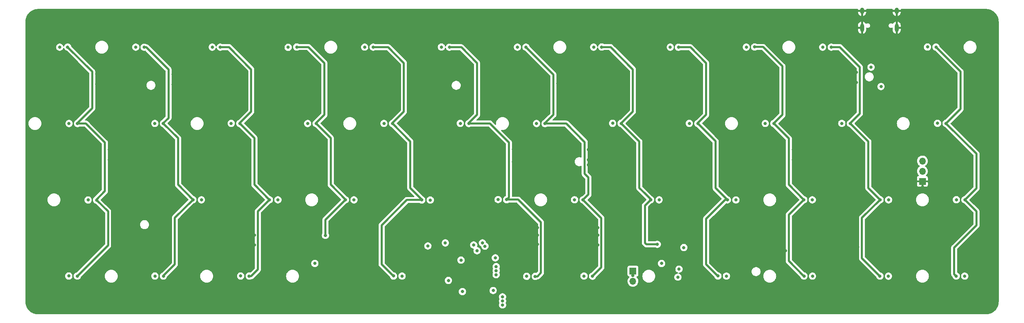
<source format=gbr>
%TF.GenerationSoftware,KiCad,Pcbnew,(7.0.0)*%
%TF.CreationDate,2024-05-04T00:17:19+02:00*%
%TF.ProjectId,minivan,6d696e69-7661-46e2-9e6b-696361645f70,rev?*%
%TF.SameCoordinates,Original*%
%TF.FileFunction,Copper,L3,Inr*%
%TF.FilePolarity,Positive*%
%FSLAX46Y46*%
G04 Gerber Fmt 4.6, Leading zero omitted, Abs format (unit mm)*
G04 Created by KiCad (PCBNEW (7.0.0)) date 2024-05-04 00:17:19*
%MOMM*%
%LPD*%
G01*
G04 APERTURE LIST*
%TA.AperFunction,ComponentPad*%
%ADD10R,1.700000X1.700000*%
%TD*%
%TA.AperFunction,ComponentPad*%
%ADD11O,1.700000X1.700000*%
%TD*%
%TA.AperFunction,ComponentPad*%
%ADD12O,1.000000X1.600000*%
%TD*%
%TA.AperFunction,ComponentPad*%
%ADD13O,1.000000X2.100000*%
%TD*%
%TA.AperFunction,ViaPad*%
%ADD14C,0.800000*%
%TD*%
%TA.AperFunction,Conductor*%
%ADD15C,0.500000*%
%TD*%
G04 APERTURE END LIST*
D10*
%TO.N,VBAT*%
%TO.C,SW1*%
X174624999Y-86831249D03*
D11*
%TO.N,BOOT0*%
X174624999Y-89371249D03*
%TD*%
D10*
%TO.N,GND*%
%TO.C,J4*%
X246856249Y-64452499D03*
D11*
%TO.N,ARGB_3V3*%
X246856249Y-61912499D03*
%TO.N,+5V*%
X246856249Y-59372499D03*
%TD*%
D12*
%TO.N,GND*%
%TO.C,J3*%
X231804749Y-21930749D03*
D13*
X231804749Y-26110749D03*
D12*
X240444749Y-21930749D03*
D13*
X240444749Y-26110749D03*
%TD*%
D14*
%TO.N,GND*%
X163512500Y-60325000D03*
X232079101Y-62422552D03*
X214751726Y-62378906D03*
X212154802Y-62378906D03*
X193998156Y-62553489D03*
X232074097Y-60368645D03*
X234614097Y-60368645D03*
X212144369Y-60368645D03*
X214684369Y-60368645D03*
X193978888Y-60368645D03*
X196518888Y-60368645D03*
X174915971Y-60368645D03*
X177455971Y-60368645D03*
X174930520Y-62662604D03*
X208756250Y-84137500D03*
X213518750Y-34925000D03*
X176212500Y-77910991D03*
X125136076Y-81727152D03*
X132015779Y-95457416D03*
X136937750Y-40036750D03*
X173037500Y-95250000D03*
X126888049Y-77899450D03*
X78898750Y-59213750D03*
X125126750Y-87661750D03*
X194087750Y-37242750D03*
X99218750Y-26987500D03*
X123460707Y-92482735D03*
X194470829Y-75919027D03*
X124999750Y-56673750D03*
X117760750Y-56673750D03*
X59848750Y-59213750D03*
X123476752Y-94359981D03*
X89693750Y-92075000D03*
X99532015Y-78962836D03*
X261143750Y-50006250D03*
X113506250Y-77910991D03*
X206375000Y-77910991D03*
X49561510Y-77888255D03*
X143691140Y-77906913D03*
X231256939Y-30596360D03*
X99099351Y-37113712D03*
X61118750Y-30956250D03*
X100488750Y-56673750D03*
X137318750Y-30956250D03*
X187325000Y-94456250D03*
X120300750Y-59213750D03*
X38258750Y-37623750D03*
X123031250Y-77910991D03*
X125157047Y-84719443D03*
X191295829Y-75919027D03*
X100488750Y-59213750D03*
X120650000Y-77910991D03*
X46831250Y-88106250D03*
X233379178Y-76076854D03*
X191293750Y-80422750D03*
X239712500Y-60325000D03*
X118968576Y-40144777D03*
X208756250Y-73025000D03*
X65881250Y-53975000D03*
X210597750Y-39782750D03*
X231804750Y-23812500D03*
X215106250Y-80295750D03*
X59089321Y-80162806D03*
X242093750Y-46037500D03*
X65881250Y-46037500D03*
X120681750Y-95789750D03*
X44450000Y-84137500D03*
X210597750Y-37242750D03*
X199231250Y-46037500D03*
X179387500Y-77910991D03*
X25400000Y-88106250D03*
X142081250Y-56356250D03*
X208756250Y-92075000D03*
X148442445Y-77888600D03*
X214661750Y-59086750D03*
X225440436Y-77910991D03*
X137210823Y-92976677D03*
X99218750Y-77910991D03*
X211931250Y-77910991D03*
X56356250Y-69056250D03*
X142081250Y-46037500D03*
X42068750Y-34925000D03*
X118268750Y-30956250D03*
X106362500Y-77910991D03*
X173386750Y-37369750D03*
X65571922Y-81739530D03*
X230204178Y-76076854D03*
X212121750Y-56546750D03*
X151606250Y-73025000D03*
X223059186Y-77910991D03*
X156368750Y-26987500D03*
X128868472Y-77879253D03*
X187924829Y-91191435D03*
X101600000Y-77910991D03*
X250825000Y-81756250D03*
X128946837Y-75987294D03*
X176223695Y-75942514D03*
X99218750Y-34925000D03*
X206406750Y-80549750D03*
X118268750Y-77910991D03*
X80168750Y-80359065D03*
X235807249Y-79594881D03*
X144811750Y-56419750D03*
X186531250Y-77910991D03*
X180181250Y-50006250D03*
X165893750Y-77910991D03*
X135731250Y-88106250D03*
X82550000Y-80359065D03*
X232060750Y-59086750D03*
X113506250Y-80433020D03*
X110699589Y-80433020D03*
X61603280Y-80205970D03*
X239488250Y-41687750D03*
X40798750Y-37623750D03*
X43973750Y-56546750D03*
X239712500Y-56546750D03*
X230409750Y-39782750D03*
X232949750Y-39782750D03*
X46831250Y-50006250D03*
X150823695Y-77888600D03*
X220677936Y-77910991D03*
X126892878Y-75998489D03*
X51593750Y-56546750D03*
X118968576Y-36969777D03*
X191547750Y-39782750D03*
X194468750Y-77910991D03*
X115887500Y-77910991D03*
X96043750Y-92075000D03*
X163512500Y-59086750D03*
X134616535Y-75981791D03*
X163512500Y-56546750D03*
X113499670Y-75893233D03*
X56689824Y-80146014D03*
X141287500Y-77910991D03*
X150812500Y-76000000D03*
X123031250Y-56673750D03*
X135707578Y-77945669D03*
X170656250Y-77910991D03*
X233394249Y-79594881D03*
X161131250Y-50006250D03*
X178593750Y-92075000D03*
X59045165Y-75917585D03*
X220630750Y-80295750D03*
X194468750Y-80422750D03*
X175418750Y-30956250D03*
X40798750Y-40163750D03*
X246856250Y-92075000D03*
X84931250Y-77910991D03*
X88121686Y-77910991D03*
X213518750Y-26987500D03*
X77524167Y-37283120D03*
X76231750Y-80422750D03*
X242093750Y-53975000D03*
X235759186Y-77910991D03*
X75378901Y-75839565D03*
X25400000Y-46037500D03*
X235743750Y-30162500D03*
X44450000Y-92075000D03*
X95924351Y-37113712D03*
X150812500Y-80168750D03*
X117760750Y-59213750D03*
X155860750Y-37496750D03*
X43973750Y-59086750D03*
X43976563Y-81766946D03*
X177450750Y-56546750D03*
X225456750Y-80422750D03*
X123031250Y-59213750D03*
X153193750Y-80168750D03*
X30162500Y-73025000D03*
X234600750Y-59086750D03*
X191293750Y-77910991D03*
X92995626Y-77906913D03*
X80168750Y-30956250D03*
X144811750Y-59594750D03*
X54324010Y-77888255D03*
X113506250Y-69056250D03*
X168275000Y-77910991D03*
X57308750Y-40290750D03*
X189706250Y-69056250D03*
X89693750Y-84137500D03*
X49577824Y-80146014D03*
X158623000Y-95250000D03*
X240506249Y-79594881D03*
X128587500Y-84137500D03*
X48418750Y-56546750D03*
X82550000Y-77910991D03*
X106362500Y-88106250D03*
X193960750Y-59086750D03*
X183767493Y-80169237D03*
X95318266Y-76008587D03*
X157648554Y-81756250D03*
X193960750Y-56546750D03*
X170656250Y-69056250D03*
X136937750Y-37496750D03*
X168275000Y-80368750D03*
X71203501Y-80248211D03*
X87298305Y-81745554D03*
X258762500Y-26987500D03*
X191547750Y-37242750D03*
X120300750Y-56673750D03*
X177450750Y-59086750D03*
X146477604Y-77883754D03*
X57308750Y-37750750D03*
X59848750Y-37750750D03*
X61603280Y-77910990D03*
X230686766Y-80793560D03*
X163512500Y-77910991D03*
X175926750Y-39909750D03*
X108743750Y-77910991D03*
X142081250Y-59531250D03*
X258762500Y-34925000D03*
X70710920Y-77906913D03*
X148304250Y-95250000D03*
X176085500Y-95250000D03*
X158750000Y-80368750D03*
X106362500Y-81756250D03*
X84931250Y-50006250D03*
X44450000Y-50006250D03*
X174910750Y-59086750D03*
X211971414Y-75964904D03*
X215106250Y-77910991D03*
X42068750Y-26987500D03*
X30162500Y-65087500D03*
X110701782Y-75888732D03*
X203993750Y-77910991D03*
X47180260Y-77888255D03*
X240444750Y-23812500D03*
X42352866Y-77900892D03*
X243046249Y-79594881D03*
X95250000Y-81756250D03*
X165893750Y-80368750D03*
X230202936Y-77910991D03*
X233377936Y-77910991D03*
X123031250Y-50006250D03*
X54276824Y-80146014D03*
X81438750Y-56673750D03*
X103981250Y-46037500D03*
X138906250Y-77910991D03*
X121443750Y-80422750D03*
X81438750Y-59213750D03*
X68790501Y-80248211D03*
X155586195Y-77888600D03*
X155860750Y-40036750D03*
X68262500Y-84137500D03*
X95265436Y-77910991D03*
X80168750Y-77910991D03*
X136889542Y-75981791D03*
X92868750Y-95789750D03*
X246856250Y-73025000D03*
X127793750Y-91217750D03*
X173386750Y-39909750D03*
X78659615Y-80359065D03*
X61575438Y-75923528D03*
X194468750Y-30956250D03*
X80699167Y-40163750D03*
X184816750Y-95250000D03*
X161131250Y-56546750D03*
X155575000Y-95250000D03*
X161131250Y-77910991D03*
X142100027Y-84650000D03*
X215146414Y-75964904D03*
X59848750Y-40290750D03*
X115793576Y-36969777D03*
X97948750Y-59213750D03*
X180975000Y-95250000D03*
X51990824Y-80146014D03*
X94456250Y-73025000D03*
X208756250Y-65087500D03*
X51942760Y-77888255D03*
X25400000Y-53975000D03*
X158750000Y-77910991D03*
X41433750Y-56546750D03*
X161131250Y-80368750D03*
X174910750Y-56546750D03*
X110699589Y-77910645D03*
X103981250Y-53975000D03*
X204123726Y-80412010D03*
X123094750Y-40163750D03*
X196500750Y-59086750D03*
X96343750Y-95789750D03*
X181768750Y-77910991D03*
X240710416Y-31234374D03*
X75406250Y-69056250D03*
X196881750Y-80422750D03*
X232060750Y-56546750D03*
X153193750Y-76000000D03*
X223043750Y-80295750D03*
X72754961Y-77909893D03*
X246856250Y-65881250D03*
X199231250Y-77910991D03*
X59848750Y-56673750D03*
X44908995Y-80123969D03*
X65881250Y-88106250D03*
X218281250Y-50006250D03*
X80699167Y-37283120D03*
X156368750Y-34925000D03*
X242902936Y-77910991D03*
X134397750Y-40036750D03*
X201612500Y-77910991D03*
X97948750Y-56673750D03*
X62388750Y-56673750D03*
X230182731Y-79594881D03*
X246856250Y-84137500D03*
X66706750Y-80295750D03*
X213137750Y-37242750D03*
X211965968Y-80314427D03*
X163512500Y-80368750D03*
X213137750Y-39782750D03*
X63567170Y-77906913D03*
X72781802Y-75856359D03*
X49212500Y-69056250D03*
X240521686Y-77910991D03*
X122840750Y-36988750D03*
X212669250Y-81756250D03*
X77524167Y-40163750D03*
X123729750Y-95789750D03*
X245332249Y-79594881D03*
X168275000Y-76000000D03*
X196500750Y-56546750D03*
X208756250Y-77910991D03*
X95924351Y-40288712D03*
X238140436Y-77910991D03*
X68329670Y-77906913D03*
X44900435Y-77899450D03*
X75406250Y-77910991D03*
X119085160Y-80433020D03*
X90502936Y-77910991D03*
X151606250Y-65087500D03*
X218109592Y-77906913D03*
X175926750Y-37369750D03*
X153204945Y-77888600D03*
X188912500Y-77910991D03*
X194087750Y-39782750D03*
X147351750Y-56546750D03*
X181768750Y-81756250D03*
X125380750Y-40163750D03*
X153320750Y-40036750D03*
X227806250Y-88106250D03*
X134397750Y-37496750D03*
X234600750Y-56546750D03*
X212121750Y-59086750D03*
X92989701Y-76008587D03*
X38258750Y-40163750D03*
X241300000Y-29368750D03*
X77787500Y-77910991D03*
X172243750Y-81756250D03*
X98298000Y-89947750D03*
X165893750Y-76000000D03*
X184150000Y-77910991D03*
X247665436Y-77910991D03*
X201707750Y-80422750D03*
X78898750Y-56673750D03*
X115793576Y-40144777D03*
X103981250Y-77910991D03*
X72852573Y-80269505D03*
X233975432Y-32724568D03*
X125412500Y-77910991D03*
X94456250Y-65087500D03*
X68262500Y-92075000D03*
X47164824Y-80146014D03*
X230409750Y-37242750D03*
X41433750Y-59086750D03*
X199231250Y-53975000D03*
X214661750Y-56546750D03*
X65948420Y-77906913D03*
X196850000Y-77910991D03*
X227806250Y-69056250D03*
X239503951Y-43656250D03*
X227821686Y-77910991D03*
X101123750Y-91598750D03*
X62388750Y-59213750D03*
X59073007Y-77905047D03*
X199294750Y-80422750D03*
X173037500Y-77910991D03*
X146474314Y-76065659D03*
X56705260Y-77888255D03*
X99099351Y-40288712D03*
X245284186Y-77910991D03*
%TO.N,ROW0*%
X126837694Y-30930313D03*
X107679906Y-30954609D03*
X88583031Y-31008123D03*
X183938865Y-30966536D03*
X221975902Y-30956249D03*
X69649268Y-30956249D03*
X31588616Y-30976022D03*
X164808968Y-30956250D03*
X145797394Y-30956249D03*
X202910974Y-30957890D03*
X248123423Y-30923308D03*
X50559884Y-30956249D03*
%TO.N,COL0*%
X36026707Y-50029304D03*
X33571330Y-30941440D03*
X35976475Y-88087317D03*
X40799053Y-69123773D03*
%TO.N,COL1*%
X52660754Y-30982186D03*
X57466603Y-88095963D03*
X57449712Y-50017777D03*
X64823209Y-69040599D03*
%TO.N,COL2*%
X83909432Y-69038958D03*
X78859548Y-88088958D03*
X76505195Y-50006250D03*
X71646391Y-30956249D03*
%TO.N,COL3*%
X90735774Y-30930313D03*
X95585935Y-50029304D03*
X97885826Y-77932972D03*
X102881182Y-69049245D03*
%TO.N,COL4*%
X114882974Y-88070026D03*
X121918692Y-69101118D03*
X109806712Y-30971900D03*
X114620725Y-50021899D03*
%TO.N,COL5*%
X128834817Y-30982186D03*
X133662880Y-50006249D03*
X143108946Y-69014663D03*
X150232488Y-88163486D03*
%TO.N,ROW1*%
X188686073Y-49988959D03*
X150566382Y-50021900D03*
X169550580Y-49965904D03*
X112493918Y-50004608D03*
X207643854Y-50000486D03*
X74378388Y-49988959D03*
X131536073Y-49988958D03*
X226739964Y-49988959D03*
X250629874Y-49967545D03*
X93459128Y-50012013D03*
X33899900Y-50012013D03*
X55322905Y-50000486D03*
%TO.N,COL6*%
X162170357Y-69057890D03*
X152693189Y-50039191D03*
X147924201Y-30956249D03*
X164531034Y-88106250D03*
%TO.N,COL7*%
X179040036Y-69038958D03*
X171677387Y-49983195D03*
X166832028Y-30930313D03*
X180689250Y-80168750D03*
%TO.N,COL8*%
X195828623Y-88073308D03*
X185987861Y-30992473D03*
X190812880Y-50006250D03*
X198195423Y-69073541D03*
%TO.N,COL9*%
X217306383Y-88083595D03*
X217261073Y-69038959D03*
X204985907Y-30923308D03*
X209770661Y-50017777D03*
%TO.N,COL10*%
X224115677Y-30956249D03*
X236292020Y-69038959D03*
X236241909Y-88088958D03*
X228866771Y-50006250D03*
%TO.N,COL11*%
X257469229Y-69048565D03*
X185837607Y-88354570D03*
X255280942Y-88081274D03*
X250250230Y-30940599D03*
X186118250Y-86356864D03*
X252756681Y-49984836D03*
%TO.N,ROW2*%
X86036239Y-69056249D03*
X219387880Y-69056250D03*
X124045499Y-69118409D03*
X160043550Y-69040599D03*
X181166843Y-69056249D03*
X140982139Y-68997372D03*
X200322230Y-69090832D03*
X66950016Y-69057890D03*
X255342422Y-69031274D03*
X238418827Y-69056250D03*
X105007989Y-69066536D03*
X38672246Y-69106482D03*
%TO.N,ROW3*%
X238368716Y-88106249D03*
X76732741Y-88071667D03*
X137692488Y-80624941D03*
X257407749Y-88098565D03*
X148105681Y-88146195D03*
X134882550Y-80325227D03*
X33849668Y-88070026D03*
X117009781Y-88087317D03*
X162404227Y-88088959D03*
X55339796Y-88078672D03*
X197955430Y-88090599D03*
X219433190Y-88100886D03*
%TO.N,VBAT*%
X132071975Y-91966482D03*
X140283777Y-83538954D03*
X174625000Y-87921747D03*
X95250000Y-84931250D03*
X139748557Y-91690518D03*
X135723750Y-81763464D03*
X131730750Y-84105750D03*
X181768750Y-84931250D03*
X234038883Y-35956233D03*
%TO.N,+5V*%
X236537500Y-40798750D03*
%TO.N,APLEX_OUT_PIN_0*%
X123451464Y-80588964D03*
X187325000Y-80962500D03*
%TO.N,APLEX_EN_PIN_1*%
X137073750Y-79810491D03*
X127803750Y-79810491D03*
%TO.N,AMUX_SEL_2*%
X140493750Y-85725000D03*
X142081250Y-93273096D03*
%TO.N,AMUX_SEL_1*%
X142081250Y-94297694D03*
X140506298Y-86737051D03*
%TO.N,AMUX_SEL_0*%
X140484508Y-87736316D03*
X142081250Y-95297197D03*
%TO.N,ARGB_3V3*%
X128587500Y-89183000D03*
%TD*%
D15*
%TO.N,COL6*%
X163512500Y-63500000D02*
X163512500Y-67715747D01*
X162585472Y-62572972D02*
X163512500Y-63500000D01*
X162585472Y-54635472D02*
X162585472Y-62572972D01*
X157989191Y-50039191D02*
X162585472Y-54635472D01*
X152693189Y-50039191D02*
X157989191Y-50039191D01*
X163512500Y-67715747D02*
X162170357Y-69057890D01*
%TO.N,COL0*%
X40799053Y-69123773D02*
X43656250Y-71980970D01*
X36026707Y-50029304D02*
X38123054Y-50029304D01*
X42862500Y-54768750D02*
X42862500Y-66881250D01*
X38123054Y-50029304D02*
X42862500Y-54768750D01*
X39687500Y-37057610D02*
X39687500Y-46243750D01*
X35976475Y-88087317D02*
X43656250Y-80407542D01*
X39687500Y-46243750D02*
X35925000Y-50006250D01*
X43656250Y-80407542D02*
X43656250Y-80168750D01*
X33571330Y-30941440D02*
X39687500Y-37057610D01*
X43656250Y-71980970D02*
X43656250Y-80168750D01*
X42862500Y-66881250D02*
X40687500Y-69056250D01*
%TO.N,COL1*%
X58737500Y-48625000D02*
X57356250Y-50006250D01*
X61118750Y-65293750D02*
X64881250Y-69056250D01*
X58737500Y-36512500D02*
X58737500Y-48625000D01*
X60325000Y-73538808D02*
X60325000Y-85137500D01*
X52660754Y-30982186D02*
X53207186Y-30982186D01*
X60325000Y-85137500D02*
X57356250Y-88106250D01*
X53207186Y-30982186D02*
X58737500Y-36512500D01*
X64823209Y-69040599D02*
X60325000Y-73538808D01*
X57449712Y-50017777D02*
X61118750Y-53686815D01*
X61118750Y-53686815D02*
X61118750Y-65293750D01*
%TO.N,COL2*%
X81018750Y-71929640D02*
X81018750Y-86462500D01*
X79375000Y-36512500D02*
X79375000Y-47037500D01*
X79375000Y-88106250D02*
X79357708Y-88088958D01*
X73818749Y-30956249D02*
X79375000Y-36512500D01*
X83909432Y-69038958D02*
X81018750Y-71929640D01*
X80168750Y-53669805D02*
X80168750Y-65298276D01*
X79357708Y-88088958D02*
X78859548Y-88088958D01*
X79375000Y-47037500D02*
X76406250Y-50006250D01*
X81018750Y-86462500D02*
X79375000Y-88106250D01*
X71646391Y-30956249D02*
X73818749Y-30956249D01*
X80168750Y-65298276D02*
X83909432Y-69038958D01*
X76505195Y-50006250D02*
X80168750Y-53669805D01*
%TO.N,COL3*%
X97885826Y-74044601D02*
X97885826Y-77932972D01*
X90735774Y-30930313D02*
X93636563Y-30930313D01*
X102881182Y-69049245D02*
X97885826Y-74044601D01*
X97631250Y-34925000D02*
X97631250Y-47831250D01*
X99218750Y-53662119D02*
X99218750Y-65293750D01*
X97631250Y-47831250D02*
X95456250Y-50006250D01*
X93636563Y-30930313D02*
X97631250Y-34925000D01*
X95585935Y-50029304D02*
X99218750Y-53662119D01*
X99218750Y-65293750D02*
X102981250Y-69056250D01*
%TO.N,COL4*%
X119062500Y-54463674D02*
X119062500Y-66087500D01*
X114620725Y-50021899D02*
X119062500Y-54463674D01*
X117475000Y-47037500D02*
X114506250Y-50006250D01*
X109806712Y-30971900D02*
X113521900Y-30971900D01*
X113521900Y-30971900D02*
X117475000Y-34925000D01*
X119062500Y-66087500D02*
X122031250Y-69056250D01*
X111918750Y-85137500D02*
X114887500Y-88106250D01*
X118223882Y-69101118D02*
X111918750Y-75406250D01*
X111918750Y-75406250D02*
X111918750Y-85137500D01*
X117475000Y-34925000D02*
X117475000Y-47037500D01*
X121918692Y-69101118D02*
X118223882Y-69101118D01*
%TO.N,COL5*%
X128834817Y-30982186D02*
X131788436Y-30982186D01*
X138906250Y-50006250D02*
X143668750Y-54768750D01*
X135731250Y-47831250D02*
X133556250Y-50006250D01*
X135731250Y-34925000D02*
X135731250Y-47831250D01*
X146008413Y-69014663D02*
X151673695Y-74679945D01*
X150755264Y-88163486D02*
X150232488Y-88163486D01*
X151673695Y-74679945D02*
X151673695Y-87245055D01*
X143668750Y-54768750D02*
X143668750Y-68454859D01*
X151673695Y-87245055D02*
X150755264Y-88163486D01*
X143108946Y-69014663D02*
X146008413Y-69014663D01*
X133556250Y-50006250D02*
X138906250Y-50006250D01*
X131788436Y-30982186D02*
X135731250Y-34925000D01*
X143668750Y-68454859D02*
X143108946Y-69014663D01*
%TO.N,COL6*%
X154781250Y-47831250D02*
X152606250Y-50006250D01*
X166743750Y-73631283D02*
X166743750Y-85893534D01*
X147924201Y-30956249D02*
X154781250Y-37813298D01*
X154781250Y-37813298D02*
X154781250Y-47831250D01*
X162170357Y-69057890D02*
X166743750Y-73631283D01*
X166743750Y-85893534D02*
X164531034Y-88106250D01*
%TO.N,COL7*%
X177696875Y-67571875D02*
X179040036Y-68915036D01*
X177611982Y-70467012D02*
X177611982Y-79803645D01*
X176212500Y-54518308D02*
X176212500Y-66087500D01*
X174625000Y-36512500D02*
X174625000Y-47037500D01*
X169042813Y-30930313D02*
X174625000Y-36512500D01*
X177977087Y-80168750D02*
X180689250Y-80168750D01*
X171677387Y-49983195D02*
X176212500Y-54518308D01*
X179040036Y-68915036D02*
X179040036Y-69038958D01*
X177696875Y-67571875D02*
X179181250Y-69056250D01*
X174625000Y-47037500D02*
X171656250Y-50006250D01*
X166832028Y-30930313D02*
X169042813Y-30930313D01*
X176212500Y-66087500D02*
X177696875Y-67571875D01*
X177611982Y-79803645D02*
X177977087Y-80168750D01*
X179040036Y-69038958D02*
X177611982Y-70467012D01*
%TO.N,COL8*%
X192881250Y-73818750D02*
X192881250Y-85137500D01*
X192881250Y-34925000D02*
X192881250Y-47831250D01*
X192881250Y-85137500D02*
X195850000Y-88106250D01*
X195262500Y-54455870D02*
X195262500Y-66140618D01*
X188948723Y-30992473D02*
X192881250Y-34925000D01*
X197626459Y-69073541D02*
X192881250Y-73818750D01*
X195262500Y-66140618D02*
X198195423Y-69073541D01*
X190812880Y-50006250D02*
X195262500Y-54455870D01*
X198195423Y-69073541D02*
X197626459Y-69073541D01*
X185987861Y-30992473D02*
X188948723Y-30992473D01*
X192881250Y-47831250D02*
X190706250Y-50006250D01*
%TO.N,COL9*%
X204985907Y-30923308D02*
X207135808Y-30923308D01*
X213518750Y-72781282D02*
X213518750Y-84343750D01*
X217261073Y-69038959D02*
X213518750Y-72781282D01*
X209770661Y-50017777D02*
X213518750Y-53765866D01*
X211931250Y-47831250D02*
X209756250Y-50006250D01*
X207135808Y-30923308D02*
X211931250Y-35718750D01*
X213518750Y-53765866D02*
X213518750Y-65293750D01*
X211931250Y-35718750D02*
X211931250Y-47831250D01*
X213518750Y-65293750D02*
X217281250Y-69056250D01*
X213518750Y-84343750D02*
X217281250Y-88106250D01*
%TO.N,COL10*%
X224115677Y-30956249D02*
X226218749Y-30956249D01*
X226218749Y-30956249D02*
X231259750Y-35997250D01*
X231259750Y-47552750D02*
X228806250Y-50006250D01*
X231259750Y-35997250D02*
X231259750Y-47552750D01*
X233362500Y-54501979D02*
X233362500Y-66087500D01*
X233362500Y-66087500D02*
X236331250Y-69056250D01*
X228866771Y-50006250D02*
X233362500Y-54501979D01*
X236292020Y-69038959D02*
X231775000Y-73555979D01*
X231775000Y-73555979D02*
X231775000Y-83622049D01*
X231775000Y-83622049D02*
X236241909Y-88088958D01*
%TO.N,COL11*%
X260350000Y-71929336D02*
X260350000Y-75406250D01*
X250250230Y-30940599D02*
X256381250Y-37071619D01*
X254793750Y-80962500D02*
X254793750Y-87594082D01*
X260350000Y-57578155D02*
X260350000Y-66167794D01*
X256381250Y-46360267D02*
X252756681Y-49984836D01*
X256381250Y-37071619D02*
X256381250Y-46360267D01*
X252756681Y-49984836D02*
X260350000Y-57578155D01*
X260350000Y-66167794D02*
X257469229Y-69048565D01*
X260350000Y-75406250D02*
X254793750Y-80962500D01*
X257469229Y-69048565D02*
X260350000Y-71929336D01*
X254793750Y-87594082D02*
X255280942Y-88081274D01*
%TD*%
%TA.AperFunction,Conductor*%
%TO.N,GND*%
G36*
X230742750Y-21448363D02*
G01*
X230788137Y-21493750D01*
X230804750Y-21555750D01*
X230804750Y-21664424D01*
X230808200Y-21677299D01*
X230821076Y-21680750D01*
X232788424Y-21680750D01*
X232801299Y-21677299D01*
X232804750Y-21664424D01*
X232804750Y-21583180D01*
X232804432Y-21576909D01*
X232803556Y-21568293D01*
X232815593Y-21501140D01*
X232861329Y-21450518D01*
X232926920Y-21431750D01*
X239320750Y-21431750D01*
X239382750Y-21448363D01*
X239428137Y-21493750D01*
X239444750Y-21555750D01*
X239444750Y-21664424D01*
X239448200Y-21677299D01*
X239461076Y-21680750D01*
X241428424Y-21680750D01*
X241441299Y-21677299D01*
X241444750Y-21664424D01*
X241444750Y-21583180D01*
X241444432Y-21576909D01*
X241443556Y-21568293D01*
X241455593Y-21501140D01*
X241501329Y-21450518D01*
X241566920Y-21431750D01*
X262728002Y-21431750D01*
X262734492Y-21431919D01*
X262864614Y-21438741D01*
X263064124Y-21449948D01*
X263076537Y-21451277D01*
X263231491Y-21475821D01*
X263232488Y-21475985D01*
X263404282Y-21505176D01*
X263415547Y-21507636D01*
X263572038Y-21549570D01*
X263573877Y-21550082D01*
X263736394Y-21596904D01*
X263746487Y-21600288D01*
X263899451Y-21659006D01*
X263902372Y-21660172D01*
X264056633Y-21724070D01*
X264065453Y-21728137D01*
X264212336Y-21802979D01*
X264216022Y-21804936D01*
X264361162Y-21885153D01*
X264368716Y-21889685D01*
X264507461Y-21979788D01*
X264511646Y-21982630D01*
X264646507Y-22078319D01*
X264652727Y-22083037D01*
X264781540Y-22187348D01*
X264786126Y-22191250D01*
X264883556Y-22278320D01*
X264909201Y-22301238D01*
X264914255Y-22306016D01*
X265031482Y-22423243D01*
X265036260Y-22428297D01*
X265146243Y-22551367D01*
X265150148Y-22555956D01*
X265254453Y-22684760D01*
X265259187Y-22691002D01*
X265336150Y-22799470D01*
X265354845Y-22825818D01*
X265357710Y-22830037D01*
X265447813Y-22968782D01*
X265452345Y-22976336D01*
X265532562Y-23121476D01*
X265534519Y-23125162D01*
X265609361Y-23272045D01*
X265613438Y-23280887D01*
X265677297Y-23435053D01*
X265678500Y-23438069D01*
X265737209Y-23591008D01*
X265740598Y-23601117D01*
X265787373Y-23763467D01*
X265787967Y-23765600D01*
X265829853Y-23921912D01*
X265832326Y-23933235D01*
X265861484Y-24104834D01*
X265861709Y-24106207D01*
X265886219Y-24260947D01*
X265887551Y-24273391D01*
X265898752Y-24472779D01*
X265898777Y-24473242D01*
X265905580Y-24603007D01*
X265905750Y-24609499D01*
X265905750Y-94453001D01*
X265905580Y-94459493D01*
X265898777Y-94589256D01*
X265898752Y-94589719D01*
X265887551Y-94789107D01*
X265886219Y-94801551D01*
X265861709Y-94956291D01*
X265861484Y-94957664D01*
X265832326Y-95129263D01*
X265829853Y-95140586D01*
X265787992Y-95296807D01*
X265787373Y-95299031D01*
X265740598Y-95461381D01*
X265737209Y-95471490D01*
X265678500Y-95624429D01*
X265677297Y-95627445D01*
X265613438Y-95781611D01*
X265609361Y-95790453D01*
X265534519Y-95937336D01*
X265532562Y-95941022D01*
X265452345Y-96086162D01*
X265447813Y-96093716D01*
X265357710Y-96232461D01*
X265354845Y-96236680D01*
X265259209Y-96371467D01*
X265254445Y-96377748D01*
X265150150Y-96506540D01*
X265146243Y-96511131D01*
X265036260Y-96634201D01*
X265031482Y-96639255D01*
X264914255Y-96756482D01*
X264909201Y-96761260D01*
X264786131Y-96871243D01*
X264781540Y-96875150D01*
X264652748Y-96979445D01*
X264646467Y-96984209D01*
X264511680Y-97079845D01*
X264507461Y-97082710D01*
X264368716Y-97172813D01*
X264361162Y-97177345D01*
X264216022Y-97257562D01*
X264212336Y-97259519D01*
X264065453Y-97334361D01*
X264056611Y-97338438D01*
X263902445Y-97402297D01*
X263899429Y-97403500D01*
X263746490Y-97462209D01*
X263736381Y-97465598D01*
X263574031Y-97512373D01*
X263571846Y-97512981D01*
X263439597Y-97548418D01*
X263415586Y-97554853D01*
X263404263Y-97557326D01*
X263232664Y-97586484D01*
X263231291Y-97586709D01*
X263076551Y-97611219D01*
X263064107Y-97612551D01*
X262864719Y-97623752D01*
X262864256Y-97623777D01*
X262734493Y-97630580D01*
X262728001Y-97630750D01*
X26196996Y-97630750D01*
X26190506Y-97630580D01*
X26060775Y-97623781D01*
X26060312Y-97623756D01*
X25860885Y-97612556D01*
X25848439Y-97611224D01*
X25693739Y-97586721D01*
X25692368Y-97586496D01*
X25520736Y-97557335D01*
X25509412Y-97554862D01*
X25353191Y-97513002D01*
X25350958Y-97512381D01*
X25188605Y-97465609D01*
X25178494Y-97462219D01*
X25025571Y-97403517D01*
X25022556Y-97402314D01*
X24868378Y-97338451D01*
X24859536Y-97334375D01*
X24712673Y-97259545D01*
X24708987Y-97257588D01*
X24563809Y-97177351D01*
X24556255Y-97172818D01*
X24510137Y-97142869D01*
X24417514Y-97082718D01*
X24413343Y-97079885D01*
X24278514Y-96984219D01*
X24272239Y-96979461D01*
X24272219Y-96979445D01*
X24243457Y-96956153D01*
X24143456Y-96875173D01*
X24138866Y-96871267D01*
X24015778Y-96761270D01*
X24010723Y-96756491D01*
X23893507Y-96639275D01*
X23888728Y-96634220D01*
X23778731Y-96511132D01*
X23774825Y-96506542D01*
X23716479Y-96434492D01*
X23670525Y-96377744D01*
X23665787Y-96371495D01*
X23570099Y-96236635D01*
X23567295Y-96232507D01*
X23477175Y-96093735D01*
X23472647Y-96086189D01*
X23472632Y-96086162D01*
X23392401Y-95940995D01*
X23390453Y-95937325D01*
X23371371Y-95899875D01*
X23315619Y-95790453D01*
X23311547Y-95781620D01*
X23247669Y-95627405D01*
X23246482Y-95624429D01*
X23187772Y-95471485D01*
X23184395Y-95461413D01*
X23137613Y-95299029D01*
X23137104Y-95297197D01*
X141175790Y-95297197D01*
X141176469Y-95303657D01*
X141194896Y-95478992D01*
X141194897Y-95479000D01*
X141195576Y-95485453D01*
X141197581Y-95491625D01*
X141197583Y-95491632D01*
X141240732Y-95624429D01*
X141254071Y-95665481D01*
X141257318Y-95671105D01*
X141257319Y-95671107D01*
X141326228Y-95790462D01*
X141348717Y-95829413D01*
X141353061Y-95834238D01*
X141353063Y-95834240D01*
X141449186Y-95940995D01*
X141475379Y-95970085D01*
X141628520Y-96081348D01*
X141801447Y-96158341D01*
X141986604Y-96197697D01*
X142169393Y-96197697D01*
X142175896Y-96197697D01*
X142361053Y-96158341D01*
X142533980Y-96081348D01*
X142687121Y-95970085D01*
X142813783Y-95829413D01*
X142908429Y-95665481D01*
X142966924Y-95485453D01*
X142986710Y-95297197D01*
X142966924Y-95108941D01*
X142908429Y-94928913D01*
X142868319Y-94859441D01*
X142851708Y-94797445D01*
X142868321Y-94735445D01*
X142908429Y-94665978D01*
X142966924Y-94485950D01*
X142986710Y-94297694D01*
X142966924Y-94109438D01*
X142908429Y-93929410D01*
X142861076Y-93847393D01*
X142844464Y-93785393D01*
X142861077Y-93723395D01*
X142908429Y-93641380D01*
X142966924Y-93461352D01*
X142986710Y-93273096D01*
X142966924Y-93084840D01*
X142908429Y-92904812D01*
X142813783Y-92740880D01*
X142687121Y-92600208D01*
X142681863Y-92596388D01*
X142681861Y-92596386D01*
X142539238Y-92492765D01*
X142539237Y-92492764D01*
X142533980Y-92488945D01*
X142528042Y-92486301D01*
X142366995Y-92414597D01*
X142366990Y-92414595D01*
X142361053Y-92411952D01*
X142354694Y-92410600D01*
X142354690Y-92410599D01*
X142182258Y-92373948D01*
X142182255Y-92373947D01*
X142175896Y-92372596D01*
X141986604Y-92372596D01*
X141980245Y-92373947D01*
X141980241Y-92373948D01*
X141807809Y-92410599D01*
X141807802Y-92410601D01*
X141801447Y-92411952D01*
X141795512Y-92414594D01*
X141795504Y-92414597D01*
X141634457Y-92486301D01*
X141634452Y-92486303D01*
X141628520Y-92488945D01*
X141623266Y-92492761D01*
X141623261Y-92492765D01*
X141480638Y-92596386D01*
X141480631Y-92596391D01*
X141475379Y-92600208D01*
X141471034Y-92605033D01*
X141471029Y-92605038D01*
X141353063Y-92736052D01*
X141353058Y-92736058D01*
X141348717Y-92740880D01*
X141345472Y-92746500D01*
X141345468Y-92746506D01*
X141257319Y-92899185D01*
X141257316Y-92899190D01*
X141254071Y-92904812D01*
X141252065Y-92910984D01*
X141252063Y-92910990D01*
X141197583Y-93078660D01*
X141197581Y-93078669D01*
X141195576Y-93084840D01*
X141194898Y-93091290D01*
X141194896Y-93091300D01*
X141177212Y-93259560D01*
X141175790Y-93273096D01*
X141176469Y-93279556D01*
X141194896Y-93454891D01*
X141194897Y-93454899D01*
X141195576Y-93461352D01*
X141197581Y-93467524D01*
X141197583Y-93467531D01*
X141252063Y-93635201D01*
X141254071Y-93641380D01*
X141257318Y-93647004D01*
X141301422Y-93723396D01*
X141318034Y-93785395D01*
X141301422Y-93847394D01*
X141257318Y-93923785D01*
X141257316Y-93923789D01*
X141254071Y-93929410D01*
X141252065Y-93935582D01*
X141252063Y-93935588D01*
X141197583Y-94103258D01*
X141197581Y-94103267D01*
X141195576Y-94109438D01*
X141194898Y-94115888D01*
X141194896Y-94115898D01*
X141177212Y-94284158D01*
X141175790Y-94297694D01*
X141176469Y-94304154D01*
X141194896Y-94479489D01*
X141194897Y-94479497D01*
X141195576Y-94485950D01*
X141197581Y-94492122D01*
X141197583Y-94492129D01*
X141252063Y-94659799D01*
X141254071Y-94665978D01*
X141257318Y-94671602D01*
X141257319Y-94671604D01*
X141294177Y-94735444D01*
X141310790Y-94797443D01*
X141294178Y-94859442D01*
X141257320Y-94923283D01*
X141257315Y-94923293D01*
X141254071Y-94928913D01*
X141252065Y-94935085D01*
X141252063Y-94935091D01*
X141197583Y-95102761D01*
X141197581Y-95102770D01*
X141195576Y-95108941D01*
X141194898Y-95115391D01*
X141194896Y-95115401D01*
X141177676Y-95279253D01*
X141175790Y-95297197D01*
X23137104Y-95297197D01*
X23136996Y-95296807D01*
X23132294Y-95279258D01*
X23095133Y-95140574D01*
X23092665Y-95129272D01*
X23063498Y-94957605D01*
X23063290Y-94956340D01*
X23038770Y-94801529D01*
X23037444Y-94789139D01*
X23026220Y-94589256D01*
X23019420Y-94459493D01*
X23019250Y-94453005D01*
X23019250Y-91966482D01*
X131166515Y-91966482D01*
X131167194Y-91972942D01*
X131185621Y-92148277D01*
X131185622Y-92148285D01*
X131186301Y-92154738D01*
X131188306Y-92160910D01*
X131188308Y-92160917D01*
X131242788Y-92328587D01*
X131244796Y-92334766D01*
X131248043Y-92340390D01*
X131248044Y-92340392D01*
X131336016Y-92492765D01*
X131339442Y-92498698D01*
X131343786Y-92503523D01*
X131343788Y-92503525D01*
X131427401Y-92596386D01*
X131466104Y-92639370D01*
X131619245Y-92750633D01*
X131792172Y-92827626D01*
X131977329Y-92866982D01*
X132160118Y-92866982D01*
X132166621Y-92866982D01*
X132351778Y-92827626D01*
X132524705Y-92750633D01*
X132677846Y-92639370D01*
X132804508Y-92498698D01*
X132899154Y-92334766D01*
X132957649Y-92154738D01*
X132977435Y-91966482D01*
X132957649Y-91778226D01*
X132929151Y-91690518D01*
X138843097Y-91690518D01*
X138843776Y-91696978D01*
X138862203Y-91872313D01*
X138862204Y-91872321D01*
X138862883Y-91878774D01*
X138864888Y-91884946D01*
X138864890Y-91884953D01*
X138889282Y-91960022D01*
X138921378Y-92058802D01*
X138924625Y-92064426D01*
X138924626Y-92064428D01*
X138976766Y-92154738D01*
X139016024Y-92222734D01*
X139142686Y-92363406D01*
X139295827Y-92474669D01*
X139468754Y-92551662D01*
X139653911Y-92591018D01*
X139836700Y-92591018D01*
X139843203Y-92591018D01*
X140028360Y-92551662D01*
X140201287Y-92474669D01*
X140354428Y-92363406D01*
X140481090Y-92222734D01*
X140575736Y-92058802D01*
X140634231Y-91878774D01*
X140654017Y-91690518D01*
X140634231Y-91502262D01*
X140575736Y-91322234D01*
X140481090Y-91158302D01*
X140435782Y-91107983D01*
X140358777Y-91022460D01*
X140358776Y-91022459D01*
X140354428Y-91017630D01*
X140349170Y-91013810D01*
X140349168Y-91013808D01*
X140206545Y-90910187D01*
X140206544Y-90910186D01*
X140201287Y-90906367D01*
X140195349Y-90903723D01*
X140034302Y-90832019D01*
X140034297Y-90832017D01*
X140028360Y-90829374D01*
X140022001Y-90828022D01*
X140021997Y-90828021D01*
X139849565Y-90791370D01*
X139849562Y-90791369D01*
X139843203Y-90790018D01*
X139653911Y-90790018D01*
X139647552Y-90791369D01*
X139647548Y-90791370D01*
X139475116Y-90828021D01*
X139475109Y-90828023D01*
X139468754Y-90829374D01*
X139462819Y-90832016D01*
X139462811Y-90832019D01*
X139301764Y-90903723D01*
X139301759Y-90903725D01*
X139295827Y-90906367D01*
X139290573Y-90910183D01*
X139290568Y-90910187D01*
X139147945Y-91013808D01*
X139147938Y-91013813D01*
X139142686Y-91017630D01*
X139138341Y-91022455D01*
X139138336Y-91022460D01*
X139020370Y-91153474D01*
X139020365Y-91153480D01*
X139016024Y-91158302D01*
X139012779Y-91163922D01*
X139012775Y-91163928D01*
X138924626Y-91316607D01*
X138924623Y-91316612D01*
X138921378Y-91322234D01*
X138919372Y-91328406D01*
X138919370Y-91328412D01*
X138864890Y-91496082D01*
X138864888Y-91496091D01*
X138862883Y-91502262D01*
X138862205Y-91508712D01*
X138862203Y-91508722D01*
X138844519Y-91676982D01*
X138843097Y-91690518D01*
X132929151Y-91690518D01*
X132899154Y-91598198D01*
X132804508Y-91434266D01*
X132677846Y-91293594D01*
X132672588Y-91289774D01*
X132672586Y-91289772D01*
X132529963Y-91186151D01*
X132529962Y-91186150D01*
X132524705Y-91182331D01*
X132470736Y-91158302D01*
X132357720Y-91107983D01*
X132357715Y-91107981D01*
X132351778Y-91105338D01*
X132345419Y-91103986D01*
X132345415Y-91103985D01*
X132172983Y-91067334D01*
X132172980Y-91067333D01*
X132166621Y-91065982D01*
X131977329Y-91065982D01*
X131970970Y-91067333D01*
X131970966Y-91067334D01*
X131798534Y-91103985D01*
X131798527Y-91103987D01*
X131792172Y-91105338D01*
X131786237Y-91107980D01*
X131786229Y-91107983D01*
X131625182Y-91179687D01*
X131625177Y-91179689D01*
X131619245Y-91182331D01*
X131613991Y-91186147D01*
X131613986Y-91186151D01*
X131471363Y-91289772D01*
X131471356Y-91289777D01*
X131466104Y-91293594D01*
X131461759Y-91298419D01*
X131461754Y-91298424D01*
X131343788Y-91429438D01*
X131343783Y-91429444D01*
X131339442Y-91434266D01*
X131336197Y-91439886D01*
X131336193Y-91439892D01*
X131248044Y-91592571D01*
X131248041Y-91592576D01*
X131244796Y-91598198D01*
X131242790Y-91604370D01*
X131242788Y-91604376D01*
X131188308Y-91772046D01*
X131188306Y-91772055D01*
X131186301Y-91778226D01*
X131185623Y-91784676D01*
X131185621Y-91784686D01*
X131167937Y-91952946D01*
X131166515Y-91966482D01*
X23019250Y-91966482D01*
X23019250Y-88070026D01*
X32944208Y-88070026D01*
X32944887Y-88076486D01*
X32963314Y-88251821D01*
X32963315Y-88251829D01*
X32963994Y-88258282D01*
X32965999Y-88264454D01*
X32966001Y-88264461D01*
X33014273Y-88413025D01*
X33022489Y-88438310D01*
X33025736Y-88443934D01*
X33025737Y-88443936D01*
X33086398Y-88549005D01*
X33117135Y-88602242D01*
X33121479Y-88607067D01*
X33121481Y-88607069D01*
X33230943Y-88728638D01*
X33243797Y-88742914D01*
X33249055Y-88746734D01*
X33249056Y-88746735D01*
X33287006Y-88774307D01*
X33396938Y-88854177D01*
X33569865Y-88931170D01*
X33755022Y-88970526D01*
X33937811Y-88970526D01*
X33944314Y-88970526D01*
X34129471Y-88931170D01*
X34302398Y-88854177D01*
X34455539Y-88742914D01*
X34582201Y-88602242D01*
X34676847Y-88438310D01*
X34735342Y-88258282D01*
X34755128Y-88070026D01*
X34739264Y-87919090D01*
X34736021Y-87888230D01*
X34736020Y-87888229D01*
X34735342Y-87881770D01*
X34676847Y-87701742D01*
X34582201Y-87537810D01*
X34575506Y-87530375D01*
X34459888Y-87401968D01*
X34459887Y-87401967D01*
X34455539Y-87397138D01*
X34450281Y-87393318D01*
X34450279Y-87393316D01*
X34307656Y-87289695D01*
X34307655Y-87289694D01*
X34302398Y-87285875D01*
X34288774Y-87279809D01*
X34135413Y-87211527D01*
X34135408Y-87211525D01*
X34129471Y-87208882D01*
X34123112Y-87207530D01*
X34123108Y-87207529D01*
X33950676Y-87170878D01*
X33950673Y-87170877D01*
X33944314Y-87169526D01*
X33755022Y-87169526D01*
X33748663Y-87170877D01*
X33748659Y-87170878D01*
X33576227Y-87207529D01*
X33576220Y-87207531D01*
X33569865Y-87208882D01*
X33563930Y-87211524D01*
X33563922Y-87211527D01*
X33402875Y-87283231D01*
X33402870Y-87283233D01*
X33396938Y-87285875D01*
X33391684Y-87289691D01*
X33391679Y-87289695D01*
X33249056Y-87393316D01*
X33249049Y-87393321D01*
X33243797Y-87397138D01*
X33239452Y-87401963D01*
X33239447Y-87401968D01*
X33121481Y-87532982D01*
X33121476Y-87532988D01*
X33117135Y-87537810D01*
X33113890Y-87543430D01*
X33113886Y-87543436D01*
X33025737Y-87696115D01*
X33025734Y-87696120D01*
X33022489Y-87701742D01*
X33020483Y-87707914D01*
X33020481Y-87707920D01*
X32966001Y-87875590D01*
X32965999Y-87875599D01*
X32963994Y-87881770D01*
X32963316Y-87888220D01*
X32963314Y-87888230D01*
X32948236Y-88031699D01*
X32944208Y-88070026D01*
X23019250Y-88070026D01*
X23019250Y-69056250D01*
X28557051Y-69056250D01*
X28557433Y-69061104D01*
X28572353Y-69250685D01*
X28576817Y-69307398D01*
X28577952Y-69312127D01*
X28577953Y-69312131D01*
X28634489Y-69547624D01*
X28634491Y-69547632D01*
X28635627Y-69552361D01*
X28732034Y-69785109D01*
X28734581Y-69789266D01*
X28734582Y-69789267D01*
X28861117Y-69995754D01*
X28861122Y-69995761D01*
X28863664Y-69999909D01*
X28866824Y-70003608D01*
X28866827Y-70003613D01*
X28907981Y-70051798D01*
X29027276Y-70191474D01*
X29030976Y-70194634D01*
X29159702Y-70304577D01*
X29218841Y-70355086D01*
X29222991Y-70357629D01*
X29222995Y-70357632D01*
X29275735Y-70389951D01*
X29433641Y-70486716D01*
X29666389Y-70583123D01*
X29911352Y-70641933D01*
X30099618Y-70656750D01*
X30222937Y-70656750D01*
X30225382Y-70656750D01*
X30413648Y-70641933D01*
X30658611Y-70583123D01*
X30891359Y-70486716D01*
X31106159Y-70355086D01*
X31297724Y-70191474D01*
X31461336Y-69999909D01*
X31592966Y-69785109D01*
X31689373Y-69552361D01*
X31748183Y-69307398D01*
X31763996Y-69106482D01*
X37766786Y-69106482D01*
X37767465Y-69112942D01*
X37785892Y-69288277D01*
X37785893Y-69288285D01*
X37786572Y-69294738D01*
X37788577Y-69300910D01*
X37788579Y-69300917D01*
X37837974Y-69452937D01*
X37845067Y-69474766D01*
X37848314Y-69480390D01*
X37848315Y-69480392D01*
X37927428Y-69617421D01*
X37939713Y-69638698D01*
X37944057Y-69643523D01*
X37944059Y-69643525D01*
X38053583Y-69765163D01*
X38066375Y-69779370D01*
X38219516Y-69890633D01*
X38331549Y-69940514D01*
X38385810Y-69964673D01*
X38392443Y-69967626D01*
X38577600Y-70006982D01*
X38760389Y-70006982D01*
X38766892Y-70006982D01*
X38952049Y-69967626D01*
X39124976Y-69890633D01*
X39278117Y-69779370D01*
X39404779Y-69638698D01*
X39499425Y-69474766D01*
X39557920Y-69294738D01*
X39577706Y-69106482D01*
X39563427Y-68970619D01*
X39558599Y-68924686D01*
X39558598Y-68924685D01*
X39557920Y-68918226D01*
X39499425Y-68738198D01*
X39404779Y-68574266D01*
X39386340Y-68553788D01*
X39282466Y-68438424D01*
X39282465Y-68438423D01*
X39278117Y-68433594D01*
X39272859Y-68429774D01*
X39272857Y-68429772D01*
X39130234Y-68326151D01*
X39130233Y-68326150D01*
X39124976Y-68322331D01*
X39119038Y-68319687D01*
X38957991Y-68247983D01*
X38957986Y-68247981D01*
X38952049Y-68245338D01*
X38945690Y-68243986D01*
X38945686Y-68243985D01*
X38773254Y-68207334D01*
X38773251Y-68207333D01*
X38766892Y-68205982D01*
X38577600Y-68205982D01*
X38571241Y-68207333D01*
X38571237Y-68207334D01*
X38398805Y-68243985D01*
X38398798Y-68243987D01*
X38392443Y-68245338D01*
X38386508Y-68247980D01*
X38386500Y-68247983D01*
X38225453Y-68319687D01*
X38225448Y-68319689D01*
X38219516Y-68322331D01*
X38214262Y-68326147D01*
X38214257Y-68326151D01*
X38071634Y-68429772D01*
X38071627Y-68429777D01*
X38066375Y-68433594D01*
X38062030Y-68438419D01*
X38062025Y-68438424D01*
X37944059Y-68569438D01*
X37944054Y-68569444D01*
X37939713Y-68574266D01*
X37936468Y-68579886D01*
X37936464Y-68579892D01*
X37848315Y-68732571D01*
X37848312Y-68732576D01*
X37845067Y-68738198D01*
X37843061Y-68744370D01*
X37843059Y-68744376D01*
X37788579Y-68912046D01*
X37788577Y-68912055D01*
X37786572Y-68918226D01*
X37785894Y-68924676D01*
X37785892Y-68924686D01*
X37771214Y-69064350D01*
X37766786Y-69106482D01*
X31763996Y-69106482D01*
X31767949Y-69056250D01*
X31748183Y-68805102D01*
X31689373Y-68560139D01*
X31592966Y-68327391D01*
X31513155Y-68197151D01*
X31463882Y-68116745D01*
X31463879Y-68116741D01*
X31461336Y-68112591D01*
X31449065Y-68098224D01*
X31300884Y-67924726D01*
X31297724Y-67921026D01*
X31168310Y-67810496D01*
X31109863Y-67760577D01*
X31109858Y-67760574D01*
X31106159Y-67757414D01*
X31102011Y-67754872D01*
X31102004Y-67754867D01*
X30895517Y-67628332D01*
X30895516Y-67628331D01*
X30891359Y-67625784D01*
X30658611Y-67529377D01*
X30653882Y-67528241D01*
X30653874Y-67528239D01*
X30418381Y-67471703D01*
X30418377Y-67471702D01*
X30413648Y-67470567D01*
X30408795Y-67470185D01*
X30227816Y-67455941D01*
X30227801Y-67455940D01*
X30225382Y-67455750D01*
X30099618Y-67455750D01*
X30097199Y-67455940D01*
X30097183Y-67455941D01*
X29916204Y-67470185D01*
X29916202Y-67470185D01*
X29911352Y-67470567D01*
X29906624Y-67471701D01*
X29906618Y-67471703D01*
X29671125Y-67528239D01*
X29671113Y-67528242D01*
X29666389Y-67529377D01*
X29661892Y-67531239D01*
X29661888Y-67531241D01*
X29438145Y-67623918D01*
X29438140Y-67623920D01*
X29433641Y-67625784D01*
X29429488Y-67628328D01*
X29429482Y-67628332D01*
X29222995Y-67754867D01*
X29222982Y-67754876D01*
X29218841Y-67757414D01*
X29215146Y-67760569D01*
X29215136Y-67760577D01*
X29030976Y-67917865D01*
X29030969Y-67917871D01*
X29027276Y-67921026D01*
X29024121Y-67924719D01*
X29024115Y-67924726D01*
X28866827Y-68108886D01*
X28866819Y-68108896D01*
X28863664Y-68112591D01*
X28861126Y-68116732D01*
X28861117Y-68116745D01*
X28734582Y-68323232D01*
X28734578Y-68323238D01*
X28732034Y-68327391D01*
X28730170Y-68331890D01*
X28730168Y-68331895D01*
X28637491Y-68555638D01*
X28635627Y-68560139D01*
X28634492Y-68564863D01*
X28634489Y-68564875D01*
X28577953Y-68800368D01*
X28577951Y-68800374D01*
X28576817Y-68805102D01*
X28576435Y-68809952D01*
X28576435Y-68809954D01*
X28557903Y-69045419D01*
X28557051Y-69056250D01*
X23019250Y-69056250D01*
X23019250Y-50006250D01*
X23794551Y-50006250D01*
X23794933Y-50011104D01*
X23809853Y-50200685D01*
X23814317Y-50257398D01*
X23815452Y-50262127D01*
X23815453Y-50262131D01*
X23871989Y-50497624D01*
X23871991Y-50497632D01*
X23873127Y-50502361D01*
X23969534Y-50735109D01*
X23972081Y-50739266D01*
X23972082Y-50739267D01*
X24098617Y-50945754D01*
X24098622Y-50945761D01*
X24101164Y-50949909D01*
X24104324Y-50953608D01*
X24104327Y-50953613D01*
X24261615Y-51137773D01*
X24264776Y-51141474D01*
X24456341Y-51305086D01*
X24460491Y-51307629D01*
X24460495Y-51307632D01*
X24572300Y-51376146D01*
X24671141Y-51436716D01*
X24903889Y-51533123D01*
X25148852Y-51591933D01*
X25337118Y-51606750D01*
X25460437Y-51606750D01*
X25462882Y-51606750D01*
X25651148Y-51591933D01*
X25896111Y-51533123D01*
X26128859Y-51436716D01*
X26343659Y-51305086D01*
X26535224Y-51141474D01*
X26698836Y-50949909D01*
X26830466Y-50735109D01*
X26926873Y-50502361D01*
X26985683Y-50257398D01*
X27004995Y-50012013D01*
X32994440Y-50012013D01*
X32995119Y-50018473D01*
X33013546Y-50193808D01*
X33013547Y-50193816D01*
X33014226Y-50200269D01*
X33016231Y-50206441D01*
X33016233Y-50206448D01*
X33070315Y-50372892D01*
X33072721Y-50380297D01*
X33075968Y-50385921D01*
X33075969Y-50385923D01*
X33164039Y-50538466D01*
X33167367Y-50544229D01*
X33171711Y-50549054D01*
X33171713Y-50549056D01*
X33283650Y-50673374D01*
X33294029Y-50684901D01*
X33299287Y-50688721D01*
X33299288Y-50688722D01*
X33317828Y-50702192D01*
X33447170Y-50796164D01*
X33620097Y-50873157D01*
X33805254Y-50912513D01*
X33988043Y-50912513D01*
X33994546Y-50912513D01*
X34179703Y-50873157D01*
X34352630Y-50796164D01*
X34505771Y-50684901D01*
X34632433Y-50544229D01*
X34727079Y-50380297D01*
X34785574Y-50200269D01*
X34805360Y-50012013D01*
X34785574Y-49823757D01*
X34727079Y-49643729D01*
X34632433Y-49479797D01*
X34625765Y-49472392D01*
X34510120Y-49343955D01*
X34510119Y-49343954D01*
X34505771Y-49339125D01*
X34500513Y-49335305D01*
X34500511Y-49335303D01*
X34357888Y-49231682D01*
X34357887Y-49231681D01*
X34352630Y-49227862D01*
X34346692Y-49225218D01*
X34185645Y-49153514D01*
X34185640Y-49153512D01*
X34179703Y-49150869D01*
X34173344Y-49149517D01*
X34173340Y-49149516D01*
X34000908Y-49112865D01*
X34000905Y-49112864D01*
X33994546Y-49111513D01*
X33805254Y-49111513D01*
X33798895Y-49112864D01*
X33798891Y-49112865D01*
X33626459Y-49149516D01*
X33626452Y-49149518D01*
X33620097Y-49150869D01*
X33614162Y-49153511D01*
X33614154Y-49153514D01*
X33453107Y-49225218D01*
X33453102Y-49225220D01*
X33447170Y-49227862D01*
X33441916Y-49231678D01*
X33441911Y-49231682D01*
X33299288Y-49335303D01*
X33299281Y-49335308D01*
X33294029Y-49339125D01*
X33289684Y-49343950D01*
X33289679Y-49343955D01*
X33171713Y-49474969D01*
X33171708Y-49474975D01*
X33167367Y-49479797D01*
X33164122Y-49485417D01*
X33164118Y-49485423D01*
X33075969Y-49638102D01*
X33075966Y-49638107D01*
X33072721Y-49643729D01*
X33070715Y-49649901D01*
X33070713Y-49649907D01*
X33016233Y-49817577D01*
X33016231Y-49817586D01*
X33014226Y-49823757D01*
X33013548Y-49830207D01*
X33013546Y-49830217D01*
X32998607Y-49972364D01*
X32994440Y-50012013D01*
X27004995Y-50012013D01*
X27005449Y-50006250D01*
X26985683Y-49755102D01*
X26926873Y-49510139D01*
X26830466Y-49277391D01*
X26752933Y-49150869D01*
X26701382Y-49066745D01*
X26701379Y-49066741D01*
X26698836Y-49062591D01*
X26679724Y-49040214D01*
X26538384Y-48874726D01*
X26535224Y-48871026D01*
X26517165Y-48855602D01*
X26347363Y-48710577D01*
X26347358Y-48710574D01*
X26343659Y-48707414D01*
X26339511Y-48704872D01*
X26339504Y-48704867D01*
X26133017Y-48578332D01*
X26133016Y-48578331D01*
X26128859Y-48575784D01*
X25896111Y-48479377D01*
X25891382Y-48478241D01*
X25891374Y-48478239D01*
X25655881Y-48421703D01*
X25655877Y-48421702D01*
X25651148Y-48420567D01*
X25646295Y-48420185D01*
X25465316Y-48405941D01*
X25465301Y-48405940D01*
X25462882Y-48405750D01*
X25337118Y-48405750D01*
X25334699Y-48405940D01*
X25334683Y-48405941D01*
X25153704Y-48420185D01*
X25153702Y-48420185D01*
X25148852Y-48420567D01*
X25144124Y-48421701D01*
X25144118Y-48421703D01*
X24908625Y-48478239D01*
X24908613Y-48478242D01*
X24903889Y-48479377D01*
X24899392Y-48481239D01*
X24899388Y-48481241D01*
X24675645Y-48573918D01*
X24675640Y-48573920D01*
X24671141Y-48575784D01*
X24666988Y-48578328D01*
X24666982Y-48578332D01*
X24460495Y-48704867D01*
X24460482Y-48704876D01*
X24456341Y-48707414D01*
X24452646Y-48710569D01*
X24452636Y-48710577D01*
X24268476Y-48867865D01*
X24268469Y-48867871D01*
X24264776Y-48871026D01*
X24261621Y-48874719D01*
X24261615Y-48874726D01*
X24104327Y-49058886D01*
X24104319Y-49058896D01*
X24101164Y-49062591D01*
X24098626Y-49066732D01*
X24098617Y-49066745D01*
X23972082Y-49273232D01*
X23972078Y-49273238D01*
X23969534Y-49277391D01*
X23967670Y-49281890D01*
X23967668Y-49281895D01*
X23874991Y-49505638D01*
X23873127Y-49510139D01*
X23871992Y-49514863D01*
X23871989Y-49514875D01*
X23815453Y-49750368D01*
X23815451Y-49750374D01*
X23814317Y-49755102D01*
X23813935Y-49759952D01*
X23813935Y-49759954D01*
X23795403Y-49995419D01*
X23794551Y-50006250D01*
X23019250Y-50006250D01*
X23019250Y-30976022D01*
X30683156Y-30976022D01*
X30683835Y-30982482D01*
X30702262Y-31157817D01*
X30702263Y-31157825D01*
X30702942Y-31164278D01*
X30704947Y-31170450D01*
X30704949Y-31170457D01*
X30759429Y-31338127D01*
X30761437Y-31344306D01*
X30764684Y-31349930D01*
X30764685Y-31349932D01*
X30847454Y-31493293D01*
X30856083Y-31508238D01*
X30860427Y-31513063D01*
X30860429Y-31513065D01*
X30969854Y-31634593D01*
X30982745Y-31648910D01*
X30988003Y-31652730D01*
X30988004Y-31652731D01*
X31005388Y-31665361D01*
X31135886Y-31760173D01*
X31262231Y-31816426D01*
X31302591Y-31834396D01*
X31308813Y-31837166D01*
X31493970Y-31876522D01*
X31676759Y-31876522D01*
X31683262Y-31876522D01*
X31868419Y-31837166D01*
X32041346Y-31760173D01*
X32194487Y-31648910D01*
X32321149Y-31508238D01*
X32415795Y-31344306D01*
X32467660Y-31184681D01*
X32500707Y-31132608D01*
X32554753Y-31102896D01*
X32616428Y-31102896D01*
X32670475Y-31132608D01*
X32703522Y-31184682D01*
X32740535Y-31298597D01*
X32744151Y-31309724D01*
X32747398Y-31315348D01*
X32747399Y-31315350D01*
X32835159Y-31467356D01*
X32838797Y-31473656D01*
X32843141Y-31478481D01*
X32843143Y-31478483D01*
X32960352Y-31608656D01*
X32965459Y-31614328D01*
X32970717Y-31618148D01*
X32970718Y-31618149D01*
X32988844Y-31631318D01*
X33118600Y-31725591D01*
X33291527Y-31802584D01*
X33356665Y-31816429D01*
X33390044Y-31828743D01*
X33418558Y-31850036D01*
X36164788Y-34596266D01*
X38900681Y-37332158D01*
X38927561Y-37372386D01*
X38937000Y-37419839D01*
X38937000Y-45881521D01*
X38927561Y-45928974D01*
X38900681Y-45969202D01*
X35681711Y-49188169D01*
X35644468Y-49213767D01*
X35579910Y-49242511D01*
X35579907Y-49242512D01*
X35573977Y-49245153D01*
X35568723Y-49248969D01*
X35568718Y-49248973D01*
X35426095Y-49352594D01*
X35426088Y-49352599D01*
X35420836Y-49356416D01*
X35416491Y-49361241D01*
X35416486Y-49361246D01*
X35298520Y-49492260D01*
X35298515Y-49492266D01*
X35294174Y-49497088D01*
X35290929Y-49502708D01*
X35290925Y-49502714D01*
X35202776Y-49655393D01*
X35202773Y-49655398D01*
X35199528Y-49661020D01*
X35197522Y-49667192D01*
X35197520Y-49667198D01*
X35143040Y-49834868D01*
X35143038Y-49834877D01*
X35141033Y-49841048D01*
X35140355Y-49847498D01*
X35140353Y-49847508D01*
X35124349Y-49999789D01*
X35121247Y-50029304D01*
X35121926Y-50035764D01*
X35140353Y-50211099D01*
X35140354Y-50211107D01*
X35141033Y-50217560D01*
X35143038Y-50223732D01*
X35143040Y-50223739D01*
X35197122Y-50390183D01*
X35199528Y-50397588D01*
X35202775Y-50403212D01*
X35202776Y-50403214D01*
X35289898Y-50554115D01*
X35294174Y-50561520D01*
X35298518Y-50566345D01*
X35298520Y-50566347D01*
X35410457Y-50690665D01*
X35420836Y-50702192D01*
X35426094Y-50706012D01*
X35426095Y-50706013D01*
X35486714Y-50750055D01*
X35573977Y-50813455D01*
X35746904Y-50890448D01*
X35932061Y-50929804D01*
X36114850Y-50929804D01*
X36121353Y-50929804D01*
X36306510Y-50890448D01*
X36479437Y-50813455D01*
X36493161Y-50803483D01*
X36527725Y-50785873D01*
X36566043Y-50779804D01*
X37760824Y-50779804D01*
X37808277Y-50789243D01*
X37848505Y-50816123D01*
X42075681Y-55043299D01*
X42102561Y-55083527D01*
X42112000Y-55130980D01*
X42112000Y-66519021D01*
X42102561Y-66566474D01*
X42075681Y-66606702D01*
X40340194Y-68342187D01*
X40325399Y-68354824D01*
X40231874Y-68422774D01*
X40193182Y-68450885D01*
X40188837Y-68455710D01*
X40188832Y-68455715D01*
X40070866Y-68586729D01*
X40070861Y-68586735D01*
X40066520Y-68591557D01*
X40063275Y-68597177D01*
X40063271Y-68597183D01*
X39975122Y-68749862D01*
X39975119Y-68749867D01*
X39971874Y-68755489D01*
X39969868Y-68761661D01*
X39969866Y-68761667D01*
X39915386Y-68929337D01*
X39915384Y-68929346D01*
X39913379Y-68935517D01*
X39912701Y-68941967D01*
X39912699Y-68941977D01*
X39898124Y-69080658D01*
X39893593Y-69123773D01*
X39894272Y-69130233D01*
X39912699Y-69305568D01*
X39912700Y-69305576D01*
X39913379Y-69312029D01*
X39915384Y-69318201D01*
X39915386Y-69318208D01*
X39968123Y-69480514D01*
X39971874Y-69492057D01*
X39975121Y-69497681D01*
X39975122Y-69497683D01*
X40047501Y-69623048D01*
X40066520Y-69655989D01*
X40070864Y-69660814D01*
X40070866Y-69660816D01*
X40184002Y-69786466D01*
X40193182Y-69796661D01*
X40198440Y-69800481D01*
X40198441Y-69800482D01*
X40224327Y-69819289D01*
X40346323Y-69907924D01*
X40519250Y-69984917D01*
X40584388Y-69998762D01*
X40617767Y-70011076D01*
X40646281Y-70032369D01*
X42869431Y-72255519D01*
X42896311Y-72295747D01*
X42905750Y-72343200D01*
X42905750Y-80045313D01*
X42896311Y-80092766D01*
X42869431Y-80132994D01*
X35823703Y-87178719D01*
X35795190Y-87200011D01*
X35761805Y-87212328D01*
X35703031Y-87224821D01*
X35703027Y-87224821D01*
X35696672Y-87226173D01*
X35690737Y-87228815D01*
X35690729Y-87228818D01*
X35529682Y-87300522D01*
X35529677Y-87300524D01*
X35523745Y-87303166D01*
X35518491Y-87306982D01*
X35518486Y-87306986D01*
X35375863Y-87410607D01*
X35375856Y-87410612D01*
X35370604Y-87414429D01*
X35366259Y-87419254D01*
X35366254Y-87419259D01*
X35248288Y-87550273D01*
X35248283Y-87550279D01*
X35243942Y-87555101D01*
X35240697Y-87560721D01*
X35240693Y-87560727D01*
X35152544Y-87713406D01*
X35152541Y-87713411D01*
X35149296Y-87719033D01*
X35147290Y-87725205D01*
X35147288Y-87725211D01*
X35092808Y-87892881D01*
X35092806Y-87892890D01*
X35090801Y-87899061D01*
X35090123Y-87905511D01*
X35090121Y-87905521D01*
X35075556Y-88044108D01*
X35071015Y-88087317D01*
X35071694Y-88093777D01*
X35090121Y-88269112D01*
X35090122Y-88269120D01*
X35090801Y-88275573D01*
X35092806Y-88281745D01*
X35092808Y-88281752D01*
X35145506Y-88443938D01*
X35149296Y-88455601D01*
X35152543Y-88461225D01*
X35152544Y-88461227D01*
X35231657Y-88598256D01*
X35243942Y-88619533D01*
X35248286Y-88624358D01*
X35248288Y-88624360D01*
X35366254Y-88755374D01*
X35370604Y-88760205D01*
X35375862Y-88764025D01*
X35375863Y-88764026D01*
X35421947Y-88797508D01*
X35523745Y-88871468D01*
X35696672Y-88948461D01*
X35881829Y-88987817D01*
X36064618Y-88987817D01*
X36071121Y-88987817D01*
X36256278Y-88948461D01*
X36429205Y-88871468D01*
X36582346Y-88760205D01*
X36709008Y-88619533D01*
X36803654Y-88455601D01*
X36858997Y-88285272D01*
X36889244Y-88235914D01*
X37018908Y-88106250D01*
X42844551Y-88106250D01*
X42844933Y-88111104D01*
X42862377Y-88332755D01*
X42864317Y-88357398D01*
X42865452Y-88362127D01*
X42865453Y-88362131D01*
X42921989Y-88597624D01*
X42921991Y-88597632D01*
X42923127Y-88602361D01*
X43019534Y-88835109D01*
X43022081Y-88839266D01*
X43022082Y-88839267D01*
X43148617Y-89045754D01*
X43148622Y-89045761D01*
X43151164Y-89049909D01*
X43154324Y-89053608D01*
X43154327Y-89053613D01*
X43311615Y-89237773D01*
X43314776Y-89241474D01*
X43318476Y-89244634D01*
X43473965Y-89377435D01*
X43506341Y-89405086D01*
X43510491Y-89407629D01*
X43510495Y-89407632D01*
X43622300Y-89476146D01*
X43721141Y-89536716D01*
X43953889Y-89633123D01*
X44198852Y-89691933D01*
X44387118Y-89706750D01*
X44510437Y-89706750D01*
X44512882Y-89706750D01*
X44701148Y-89691933D01*
X44946111Y-89633123D01*
X45178859Y-89536716D01*
X45393659Y-89405086D01*
X45585224Y-89241474D01*
X45748836Y-89049909D01*
X45880466Y-88835109D01*
X45976873Y-88602361D01*
X46035683Y-88357398D01*
X46055449Y-88106250D01*
X46053279Y-88078672D01*
X54434336Y-88078672D01*
X54435015Y-88085132D01*
X54453442Y-88260467D01*
X54453443Y-88260475D01*
X54454122Y-88266928D01*
X54456127Y-88273100D01*
X54456129Y-88273107D01*
X54510341Y-88439951D01*
X54512617Y-88446956D01*
X54515864Y-88452580D01*
X54515865Y-88452582D01*
X54603218Y-88603883D01*
X54607263Y-88610888D01*
X54611607Y-88615713D01*
X54611609Y-88615715D01*
X54713286Y-88728638D01*
X54733925Y-88751560D01*
X54739183Y-88755380D01*
X54739184Y-88755381D01*
X54788298Y-88791064D01*
X54887066Y-88862823D01*
X55059993Y-88939816D01*
X55245150Y-88979172D01*
X55427939Y-88979172D01*
X55434442Y-88979172D01*
X55619599Y-88939816D01*
X55792526Y-88862823D01*
X55945667Y-88751560D01*
X56072329Y-88610888D01*
X56166975Y-88446956D01*
X56225470Y-88266928D01*
X56245256Y-88078672D01*
X56228381Y-87918111D01*
X56226149Y-87896876D01*
X56226148Y-87896875D01*
X56225470Y-87890416D01*
X56166975Y-87710388D01*
X56072329Y-87546456D01*
X56061674Y-87534623D01*
X55950016Y-87410614D01*
X55950015Y-87410613D01*
X55945667Y-87405784D01*
X55940409Y-87401964D01*
X55940407Y-87401962D01*
X55797784Y-87298341D01*
X55797783Y-87298340D01*
X55792526Y-87294521D01*
X55786588Y-87291877D01*
X55625541Y-87220173D01*
X55625536Y-87220171D01*
X55619599Y-87217528D01*
X55613240Y-87216176D01*
X55613236Y-87216175D01*
X55440804Y-87179524D01*
X55440801Y-87179523D01*
X55434442Y-87178172D01*
X55245150Y-87178172D01*
X55238791Y-87179523D01*
X55238787Y-87179524D01*
X55066355Y-87216175D01*
X55066348Y-87216177D01*
X55059993Y-87217528D01*
X55054058Y-87220170D01*
X55054050Y-87220173D01*
X54893003Y-87291877D01*
X54892998Y-87291879D01*
X54887066Y-87294521D01*
X54881812Y-87298337D01*
X54881807Y-87298341D01*
X54739184Y-87401962D01*
X54739177Y-87401967D01*
X54733925Y-87405784D01*
X54729580Y-87410609D01*
X54729575Y-87410614D01*
X54611609Y-87541628D01*
X54611604Y-87541634D01*
X54607263Y-87546456D01*
X54604018Y-87552076D01*
X54604014Y-87552082D01*
X54515865Y-87704761D01*
X54515862Y-87704766D01*
X54512617Y-87710388D01*
X54510611Y-87716560D01*
X54510609Y-87716566D01*
X54456129Y-87884236D01*
X54456127Y-87884245D01*
X54454122Y-87890416D01*
X54453444Y-87896866D01*
X54453442Y-87896876D01*
X54439273Y-88031699D01*
X54434336Y-88078672D01*
X46053279Y-88078672D01*
X46035683Y-87855102D01*
X45976873Y-87610139D01*
X45880466Y-87377391D01*
X45799667Y-87245539D01*
X45751382Y-87166745D01*
X45751379Y-87166741D01*
X45748836Y-87162591D01*
X45743046Y-87155812D01*
X45588384Y-86974726D01*
X45585224Y-86971026D01*
X45538929Y-86931486D01*
X45397363Y-86810577D01*
X45397358Y-86810574D01*
X45393659Y-86807414D01*
X45389511Y-86804872D01*
X45389504Y-86804867D01*
X45183017Y-86678332D01*
X45183016Y-86678331D01*
X45178859Y-86675784D01*
X44946111Y-86579377D01*
X44941382Y-86578241D01*
X44941374Y-86578239D01*
X44705881Y-86521703D01*
X44705877Y-86521702D01*
X44701148Y-86520567D01*
X44696295Y-86520185D01*
X44515316Y-86505941D01*
X44515301Y-86505940D01*
X44512882Y-86505750D01*
X44387118Y-86505750D01*
X44384699Y-86505940D01*
X44384683Y-86505941D01*
X44203704Y-86520185D01*
X44203702Y-86520185D01*
X44198852Y-86520567D01*
X44194124Y-86521701D01*
X44194118Y-86521703D01*
X43958625Y-86578239D01*
X43958613Y-86578242D01*
X43953889Y-86579377D01*
X43949392Y-86581239D01*
X43949388Y-86581241D01*
X43725645Y-86673918D01*
X43725640Y-86673920D01*
X43721141Y-86675784D01*
X43716988Y-86678328D01*
X43716982Y-86678332D01*
X43510495Y-86804867D01*
X43510482Y-86804876D01*
X43506341Y-86807414D01*
X43502646Y-86810569D01*
X43502636Y-86810577D01*
X43318476Y-86967865D01*
X43318469Y-86967871D01*
X43314776Y-86971026D01*
X43311621Y-86974719D01*
X43311615Y-86974726D01*
X43154327Y-87158886D01*
X43154319Y-87158896D01*
X43151164Y-87162591D01*
X43148626Y-87166732D01*
X43148617Y-87166745D01*
X43022082Y-87373232D01*
X43022078Y-87373238D01*
X43019534Y-87377391D01*
X43017670Y-87381890D01*
X43017668Y-87381895D01*
X42924991Y-87605638D01*
X42923127Y-87610139D01*
X42921992Y-87614863D01*
X42921989Y-87614875D01*
X42865453Y-87850368D01*
X42865451Y-87850374D01*
X42864317Y-87855102D01*
X42863935Y-87859952D01*
X42863935Y-87859954D01*
X42845403Y-88095419D01*
X42844551Y-88106250D01*
X37018908Y-88106250D01*
X44141892Y-80983266D01*
X44155516Y-80971492D01*
X44174780Y-80957152D01*
X44206616Y-80919209D01*
X44213930Y-80911230D01*
X44214514Y-80910645D01*
X44217841Y-80907319D01*
X44237083Y-80882981D01*
X44239340Y-80880212D01*
X44282904Y-80828295D01*
X44282903Y-80828295D01*
X44287552Y-80822756D01*
X44290798Y-80816290D01*
X44292686Y-80813421D01*
X44292895Y-80813131D01*
X44293069Y-80812820D01*
X44294874Y-80809892D01*
X44299361Y-80804219D01*
X44331084Y-80736187D01*
X44332599Y-80733056D01*
X44366290Y-80665975D01*
X44367958Y-80658933D01*
X44369128Y-80655720D01*
X44369272Y-80655372D01*
X44369368Y-80655034D01*
X44370449Y-80651769D01*
X44373507Y-80645215D01*
X44388700Y-80571630D01*
X44389436Y-80568313D01*
X44406750Y-80495263D01*
X44406750Y-80488031D01*
X44407150Y-80484609D01*
X44407207Y-80484256D01*
X44407222Y-80483916D01*
X44407523Y-80480473D01*
X44408984Y-80473398D01*
X44406802Y-80398412D01*
X44406750Y-80394805D01*
X44406750Y-75254242D01*
X51627008Y-75254242D01*
X51646212Y-75461483D01*
X51647781Y-75466997D01*
X51701599Y-75656151D01*
X51701602Y-75656159D01*
X51703169Y-75661666D01*
X51705721Y-75666792D01*
X51705723Y-75666796D01*
X51793385Y-75842845D01*
X51793387Y-75842849D01*
X51795940Y-75847975D01*
X51836588Y-75901802D01*
X51917907Y-76009487D01*
X51917912Y-76009492D01*
X51921365Y-76014065D01*
X51925605Y-76017930D01*
X52070938Y-76150419D01*
X52070941Y-76150421D01*
X52075174Y-76154280D01*
X52252128Y-76263846D01*
X52446202Y-76339030D01*
X52650787Y-76377274D01*
X52853186Y-76377274D01*
X52858915Y-76377274D01*
X53063500Y-76339030D01*
X53257574Y-76263846D01*
X53434528Y-76154280D01*
X53588337Y-76014065D01*
X53713762Y-75847975D01*
X53806533Y-75661666D01*
X53863490Y-75461483D01*
X53882694Y-75254242D01*
X53863490Y-75047001D01*
X53806533Y-74846818D01*
X53713762Y-74660509D01*
X53613053Y-74527148D01*
X53591794Y-74498996D01*
X53591790Y-74498992D01*
X53588337Y-74494419D01*
X53555658Y-74464628D01*
X53438763Y-74358064D01*
X53438758Y-74358060D01*
X53434528Y-74354204D01*
X53429662Y-74351191D01*
X53429658Y-74351188D01*
X53262445Y-74247654D01*
X53262444Y-74247653D01*
X53257574Y-74244638D01*
X53252236Y-74242570D01*
X53252232Y-74242568D01*
X53068847Y-74171525D01*
X53068842Y-74171523D01*
X53063500Y-74169454D01*
X53057862Y-74168400D01*
X52864544Y-74132262D01*
X52864541Y-74132261D01*
X52858915Y-74131210D01*
X52650787Y-74131210D01*
X52645161Y-74132261D01*
X52645157Y-74132262D01*
X52451839Y-74168400D01*
X52451836Y-74168400D01*
X52446202Y-74169454D01*
X52440861Y-74171522D01*
X52440854Y-74171525D01*
X52257469Y-74242568D01*
X52257460Y-74242572D01*
X52252128Y-74244638D01*
X52247261Y-74247651D01*
X52247256Y-74247654D01*
X52080043Y-74351188D01*
X52080034Y-74351194D01*
X52075174Y-74354204D01*
X52070948Y-74358056D01*
X52070938Y-74358064D01*
X51925605Y-74490553D01*
X51925600Y-74490557D01*
X51921365Y-74494419D01*
X51917916Y-74498985D01*
X51917907Y-74498996D01*
X51799393Y-74655936D01*
X51795940Y-74660509D01*
X51793390Y-74665629D01*
X51793385Y-74665638D01*
X51705723Y-74841687D01*
X51705719Y-74841695D01*
X51703169Y-74846818D01*
X51701603Y-74852321D01*
X51701599Y-74852332D01*
X51659315Y-75000948D01*
X51646212Y-75047001D01*
X51627008Y-75254242D01*
X44406750Y-75254242D01*
X44406750Y-72044677D01*
X44408059Y-72026706D01*
X44408547Y-72023366D01*
X44411539Y-72002947D01*
X44407222Y-71953601D01*
X44406750Y-71942794D01*
X44406750Y-71940871D01*
X44406750Y-71937261D01*
X44403153Y-71906490D01*
X44402786Y-71902899D01*
X44400961Y-71882040D01*
X44396249Y-71828173D01*
X44393976Y-71821315D01*
X44393277Y-71817927D01*
X44393222Y-71817589D01*
X44393128Y-71817256D01*
X44392329Y-71813885D01*
X44391491Y-71806715D01*
X44377744Y-71768946D01*
X44365842Y-71736244D01*
X44364658Y-71732838D01*
X44341064Y-71661636D01*
X44337269Y-71655483D01*
X44335814Y-71652363D01*
X44335680Y-71652039D01*
X44335509Y-71651733D01*
X44333960Y-71648650D01*
X44331487Y-71641853D01*
X44290251Y-71579158D01*
X44288336Y-71576151D01*
X44252754Y-71518462D01*
X44252751Y-71518459D01*
X44248962Y-71512315D01*
X44243855Y-71507208D01*
X44241713Y-71504499D01*
X44241507Y-71504214D01*
X44241277Y-71503963D01*
X44239046Y-71501304D01*
X44235080Y-71495274D01*
X44229831Y-71490322D01*
X44229828Y-71490318D01*
X44180522Y-71443801D01*
X44177935Y-71441288D01*
X43039446Y-70302799D01*
X41858560Y-69121912D01*
X41826468Y-69066328D01*
X41826468Y-69002140D01*
X41858560Y-68946555D01*
X43348138Y-67456977D01*
X43361762Y-67445203D01*
X43381030Y-67430860D01*
X43412872Y-67392911D01*
X43420186Y-67384931D01*
X43420767Y-67384349D01*
X43424090Y-67381027D01*
X43443332Y-67356688D01*
X43445554Y-67353961D01*
X43493802Y-67296464D01*
X43497044Y-67290005D01*
X43498937Y-67287128D01*
X43499143Y-67286842D01*
X43499332Y-67286504D01*
X43501123Y-67283600D01*
X43505610Y-67277927D01*
X43537332Y-67209897D01*
X43538835Y-67206793D01*
X43572540Y-67139683D01*
X43574206Y-67132648D01*
X43575381Y-67129422D01*
X43575520Y-67129086D01*
X43575618Y-67128741D01*
X43576700Y-67125474D01*
X43579756Y-67118923D01*
X43594934Y-67045407D01*
X43595686Y-67042018D01*
X43613000Y-66968971D01*
X43613000Y-66961740D01*
X43613402Y-66958301D01*
X43613456Y-66957964D01*
X43613472Y-66957610D01*
X43613771Y-66954183D01*
X43615233Y-66947106D01*
X43613052Y-66872139D01*
X43613000Y-66868533D01*
X43613000Y-54832457D01*
X43614309Y-54814486D01*
X43614797Y-54811146D01*
X43617789Y-54790727D01*
X43613472Y-54741381D01*
X43613000Y-54730574D01*
X43613000Y-54728651D01*
X43613000Y-54725041D01*
X43609402Y-54694260D01*
X43609036Y-54690679D01*
X43605499Y-54650250D01*
X43602499Y-54615953D01*
X43600226Y-54609095D01*
X43599527Y-54605707D01*
X43599472Y-54605369D01*
X43599378Y-54605036D01*
X43598579Y-54601665D01*
X43597741Y-54594495D01*
X43584893Y-54559196D01*
X43572092Y-54524024D01*
X43570908Y-54520618D01*
X43559321Y-54485651D01*
X43547314Y-54449416D01*
X43543519Y-54443263D01*
X43542064Y-54440143D01*
X43541930Y-54439819D01*
X43541759Y-54439513D01*
X43540210Y-54436430D01*
X43537737Y-54429633D01*
X43496501Y-54366938D01*
X43494586Y-54363931D01*
X43488821Y-54354585D01*
X43469336Y-54322994D01*
X43459004Y-54306242D01*
X43459001Y-54306238D01*
X43455212Y-54300095D01*
X43450105Y-54294988D01*
X43447963Y-54292279D01*
X43447757Y-54291994D01*
X43447527Y-54291743D01*
X43445296Y-54289084D01*
X43441330Y-54283054D01*
X43436081Y-54278102D01*
X43436078Y-54278098D01*
X43386772Y-54231581D01*
X43384185Y-54229068D01*
X39155604Y-50000486D01*
X54417445Y-50000486D01*
X54418124Y-50006946D01*
X54436551Y-50182281D01*
X54436552Y-50182289D01*
X54437231Y-50188742D01*
X54439236Y-50194914D01*
X54439238Y-50194921D01*
X54492469Y-50358746D01*
X54495726Y-50368770D01*
X54498973Y-50374394D01*
X54498974Y-50374396D01*
X54580467Y-50515547D01*
X54590372Y-50532702D01*
X54594716Y-50537527D01*
X54594718Y-50537529D01*
X54710095Y-50665668D01*
X54717034Y-50673374D01*
X54722292Y-50677194D01*
X54722293Y-50677195D01*
X54746508Y-50694788D01*
X54870175Y-50784637D01*
X54972153Y-50830041D01*
X55035355Y-50858181D01*
X55043102Y-50861630D01*
X55228259Y-50900986D01*
X55411048Y-50900986D01*
X55417551Y-50900986D01*
X55602708Y-50861630D01*
X55775635Y-50784637D01*
X55928776Y-50673374D01*
X56055438Y-50532702D01*
X56150084Y-50368770D01*
X56208579Y-50188742D01*
X56228365Y-50000486D01*
X56216575Y-49888308D01*
X56209258Y-49818690D01*
X56209257Y-49818689D01*
X56208579Y-49812230D01*
X56150084Y-49632202D01*
X56055438Y-49468270D01*
X56036999Y-49447792D01*
X55933125Y-49332428D01*
X55933124Y-49332427D01*
X55928776Y-49327598D01*
X55923518Y-49323778D01*
X55923516Y-49323776D01*
X55780893Y-49220155D01*
X55780892Y-49220154D01*
X55775635Y-49216335D01*
X55769697Y-49213691D01*
X55608650Y-49141987D01*
X55608645Y-49141985D01*
X55602708Y-49139342D01*
X55596349Y-49137990D01*
X55596345Y-49137989D01*
X55423913Y-49101338D01*
X55423910Y-49101337D01*
X55417551Y-49099986D01*
X55228259Y-49099986D01*
X55221900Y-49101337D01*
X55221896Y-49101338D01*
X55049464Y-49137989D01*
X55049457Y-49137991D01*
X55043102Y-49139342D01*
X55037167Y-49141984D01*
X55037159Y-49141987D01*
X54876112Y-49213691D01*
X54876107Y-49213693D01*
X54870175Y-49216335D01*
X54864921Y-49220151D01*
X54864916Y-49220155D01*
X54722293Y-49323776D01*
X54722286Y-49323781D01*
X54717034Y-49327598D01*
X54712689Y-49332423D01*
X54712684Y-49332428D01*
X54594718Y-49463442D01*
X54594713Y-49463448D01*
X54590372Y-49468270D01*
X54587127Y-49473890D01*
X54587123Y-49473896D01*
X54498974Y-49626575D01*
X54498971Y-49626580D01*
X54495726Y-49632202D01*
X54493720Y-49638374D01*
X54493718Y-49638380D01*
X54439238Y-49806050D01*
X54439236Y-49806059D01*
X54437231Y-49812230D01*
X54436553Y-49818680D01*
X54436551Y-49818690D01*
X54420907Y-49967545D01*
X54417445Y-50000486D01*
X39155604Y-50000486D01*
X38698783Y-49543665D01*
X38687001Y-49530031D01*
X38676979Y-49516569D01*
X38676975Y-49516565D01*
X38672664Y-49510774D01*
X38645189Y-49487720D01*
X38634720Y-49478935D01*
X38626745Y-49471627D01*
X38625383Y-49470265D01*
X38625382Y-49470264D01*
X38622831Y-49467713D01*
X38620007Y-49465480D01*
X38619998Y-49465472D01*
X38598499Y-49448474D01*
X38595728Y-49446217D01*
X38538268Y-49398002D01*
X38531814Y-49394760D01*
X38528913Y-49392852D01*
X38528642Y-49392656D01*
X38528346Y-49392491D01*
X38525393Y-49390670D01*
X38519731Y-49386193D01*
X38513188Y-49383142D01*
X38513185Y-49383140D01*
X38451746Y-49354490D01*
X38448500Y-49352919D01*
X38442128Y-49349719D01*
X38381487Y-49319264D01*
X38374463Y-49317599D01*
X38371205Y-49316413D01*
X38370886Y-49316281D01*
X38370558Y-49316188D01*
X38367272Y-49315099D01*
X38360727Y-49312047D01*
X38353658Y-49310587D01*
X38353654Y-49310586D01*
X38287266Y-49296878D01*
X38283745Y-49296098D01*
X38217795Y-49280467D01*
X38217788Y-49280466D01*
X38210775Y-49278804D01*
X38203564Y-49278804D01*
X38200115Y-49278401D01*
X38199781Y-49278347D01*
X38199428Y-49278332D01*
X38195983Y-49278030D01*
X38188910Y-49276570D01*
X38181692Y-49276780D01*
X38113924Y-49278752D01*
X38110317Y-49278804D01*
X38013176Y-49278804D01*
X37956881Y-49265289D01*
X37912858Y-49227689D01*
X37890703Y-49174202D01*
X37895245Y-49116486D01*
X37925495Y-49067123D01*
X38291258Y-48701360D01*
X40173138Y-46819477D01*
X40186762Y-46807703D01*
X40206030Y-46793360D01*
X40237872Y-46755411D01*
X40245186Y-46747431D01*
X40245764Y-46746852D01*
X40249091Y-46743526D01*
X40268353Y-46719162D01*
X40270540Y-46716478D01*
X40318802Y-46658964D01*
X40322048Y-46652498D01*
X40323936Y-46649629D01*
X40324144Y-46649340D01*
X40324321Y-46649024D01*
X40326122Y-46646102D01*
X40330611Y-46640427D01*
X40362319Y-46572426D01*
X40363858Y-46569246D01*
X40397540Y-46502183D01*
X40399206Y-46495149D01*
X40400381Y-46491922D01*
X40400522Y-46491581D01*
X40400620Y-46491236D01*
X40401701Y-46487973D01*
X40404757Y-46481422D01*
X40419930Y-46407935D01*
X40420712Y-46404410D01*
X40438000Y-46331471D01*
X40438000Y-46324250D01*
X40438402Y-46320812D01*
X40438456Y-46320473D01*
X40438472Y-46320123D01*
X40438773Y-46316680D01*
X40440234Y-46309605D01*
X40438052Y-46234619D01*
X40438000Y-46231012D01*
X40438000Y-40481250D01*
X53227175Y-40481250D01*
X53246379Y-40688491D01*
X53247948Y-40694005D01*
X53301766Y-40883159D01*
X53301769Y-40883167D01*
X53303336Y-40888674D01*
X53305888Y-40893800D01*
X53305890Y-40893804D01*
X53393552Y-41069853D01*
X53393554Y-41069857D01*
X53396107Y-41074983D01*
X53436755Y-41128810D01*
X53518074Y-41236495D01*
X53518079Y-41236500D01*
X53521532Y-41241073D01*
X53525772Y-41244938D01*
X53671105Y-41377427D01*
X53671108Y-41377429D01*
X53675341Y-41381288D01*
X53680208Y-41384301D01*
X53680210Y-41384303D01*
X53689563Y-41390094D01*
X53852295Y-41490854D01*
X54046369Y-41566038D01*
X54250954Y-41604282D01*
X54453353Y-41604282D01*
X54459082Y-41604282D01*
X54663667Y-41566038D01*
X54857741Y-41490854D01*
X55034695Y-41381288D01*
X55188504Y-41241073D01*
X55313929Y-41074983D01*
X55406700Y-40888674D01*
X55463657Y-40688491D01*
X55482861Y-40481250D01*
X55463657Y-40274009D01*
X55406700Y-40073826D01*
X55313929Y-39887517D01*
X55250246Y-39803187D01*
X55191961Y-39726004D01*
X55191957Y-39726000D01*
X55188504Y-39721427D01*
X55053677Y-39598516D01*
X55038930Y-39585072D01*
X55038925Y-39585068D01*
X55034695Y-39581212D01*
X55029829Y-39578199D01*
X55029825Y-39578196D01*
X54862612Y-39474662D01*
X54862611Y-39474661D01*
X54857741Y-39471646D01*
X54852403Y-39469578D01*
X54852399Y-39469576D01*
X54669014Y-39398533D01*
X54669009Y-39398531D01*
X54663667Y-39396462D01*
X54568158Y-39378608D01*
X54464711Y-39359270D01*
X54464708Y-39359269D01*
X54459082Y-39358218D01*
X54250954Y-39358218D01*
X54245328Y-39359269D01*
X54245324Y-39359270D01*
X54052006Y-39395408D01*
X54052003Y-39395408D01*
X54046369Y-39396462D01*
X54041028Y-39398530D01*
X54041021Y-39398533D01*
X53857636Y-39469576D01*
X53857627Y-39469580D01*
X53852295Y-39471646D01*
X53847428Y-39474659D01*
X53847423Y-39474662D01*
X53680210Y-39578196D01*
X53680201Y-39578202D01*
X53675341Y-39581212D01*
X53671115Y-39585064D01*
X53671105Y-39585072D01*
X53525772Y-39717561D01*
X53525767Y-39717565D01*
X53521532Y-39721427D01*
X53518083Y-39725993D01*
X53518074Y-39726004D01*
X53399560Y-39882944D01*
X53396107Y-39887517D01*
X53393557Y-39892637D01*
X53393552Y-39892646D01*
X53305890Y-40068695D01*
X53305886Y-40068703D01*
X53303336Y-40073826D01*
X53301770Y-40079329D01*
X53301766Y-40079340D01*
X53248506Y-40266534D01*
X53246379Y-40274009D01*
X53227175Y-40481250D01*
X40438000Y-40481250D01*
X40438000Y-37121317D01*
X40439309Y-37103346D01*
X40440737Y-37093596D01*
X40442789Y-37079587D01*
X40438472Y-37030241D01*
X40438000Y-37019434D01*
X40438000Y-37017511D01*
X40438000Y-37013901D01*
X40434403Y-36983130D01*
X40434036Y-36979539D01*
X40428128Y-36912008D01*
X40427499Y-36904813D01*
X40425226Y-36897955D01*
X40424527Y-36894567D01*
X40424472Y-36894229D01*
X40424378Y-36893896D01*
X40423579Y-36890525D01*
X40422741Y-36883355D01*
X40419601Y-36874729D01*
X40397092Y-36812884D01*
X40395908Y-36809478D01*
X40372314Y-36738276D01*
X40368519Y-36732123D01*
X40367064Y-36729003D01*
X40366930Y-36728679D01*
X40366759Y-36728373D01*
X40365210Y-36725290D01*
X40362737Y-36718493D01*
X40321501Y-36655798D01*
X40319586Y-36652791D01*
X40284004Y-36595102D01*
X40284001Y-36595099D01*
X40280212Y-36588955D01*
X40275105Y-36583848D01*
X40272963Y-36581139D01*
X40272757Y-36580854D01*
X40272527Y-36580603D01*
X40270296Y-36577944D01*
X40266330Y-36571914D01*
X40261081Y-36566962D01*
X40261078Y-36566958D01*
X40211772Y-36520441D01*
X40209185Y-36517928D01*
X34647508Y-30956250D01*
X40463301Y-30956250D01*
X40463683Y-30961104D01*
X40480644Y-31176618D01*
X40483067Y-31207398D01*
X40484202Y-31212127D01*
X40484203Y-31212131D01*
X40540739Y-31447624D01*
X40540741Y-31447632D01*
X40541877Y-31452361D01*
X40638284Y-31685109D01*
X40640831Y-31689266D01*
X40640832Y-31689267D01*
X40767367Y-31895754D01*
X40767372Y-31895761D01*
X40769914Y-31899909D01*
X40773074Y-31903608D01*
X40773077Y-31903613D01*
X40777356Y-31908623D01*
X40933526Y-32091474D01*
X41125091Y-32255086D01*
X41129241Y-32257629D01*
X41129245Y-32257632D01*
X41241050Y-32326146D01*
X41339891Y-32386716D01*
X41572639Y-32483123D01*
X41817602Y-32541933D01*
X42005868Y-32556750D01*
X42129187Y-32556750D01*
X42131632Y-32556750D01*
X42319898Y-32541933D01*
X42564861Y-32483123D01*
X42797609Y-32386716D01*
X43012409Y-32255086D01*
X43203974Y-32091474D01*
X43367586Y-31899909D01*
X43499216Y-31685109D01*
X43595623Y-31452361D01*
X43654433Y-31207398D01*
X43674199Y-30956250D01*
X43674199Y-30956249D01*
X49654424Y-30956249D01*
X49655103Y-30962709D01*
X49673530Y-31138044D01*
X49673531Y-31138052D01*
X49674210Y-31144505D01*
X49676215Y-31150677D01*
X49676217Y-31150684D01*
X49730697Y-31318354D01*
X49730698Y-31318356D01*
X49732705Y-31324533D01*
X49735952Y-31330157D01*
X49735953Y-31330159D01*
X49815163Y-31467356D01*
X49827351Y-31488465D01*
X49831695Y-31493290D01*
X49831697Y-31493292D01*
X49940679Y-31614328D01*
X49954013Y-31629137D01*
X49959271Y-31632957D01*
X49959272Y-31632958D01*
X49997222Y-31660530D01*
X50107154Y-31740400D01*
X50280081Y-31817393D01*
X50465238Y-31856749D01*
X50648027Y-31856749D01*
X50654530Y-31856749D01*
X50839687Y-31817393D01*
X51012614Y-31740400D01*
X51165755Y-31629137D01*
X51292417Y-31488465D01*
X51387063Y-31324533D01*
X51445558Y-31144505D01*
X51462618Y-30982186D01*
X51755294Y-30982186D01*
X51755973Y-30988646D01*
X51774400Y-31163981D01*
X51774401Y-31163989D01*
X51775080Y-31170442D01*
X51777085Y-31176614D01*
X51777087Y-31176621D01*
X51828225Y-31334005D01*
X51833575Y-31350470D01*
X51836822Y-31356094D01*
X51836823Y-31356096D01*
X51919033Y-31498489D01*
X51928221Y-31514402D01*
X51932565Y-31519227D01*
X51932567Y-31519229D01*
X52044232Y-31643245D01*
X52054883Y-31655074D01*
X52060141Y-31658894D01*
X52060142Y-31658895D01*
X52113264Y-31697490D01*
X52208024Y-31766337D01*
X52348838Y-31829032D01*
X52370940Y-31838873D01*
X52380951Y-31843330D01*
X52566108Y-31882686D01*
X52748897Y-31882686D01*
X52755400Y-31882686D01*
X52929467Y-31845687D01*
X52990465Y-31848083D01*
X53042928Y-31879296D01*
X57950681Y-36787049D01*
X57977561Y-36827277D01*
X57987000Y-36874730D01*
X57987000Y-48262771D01*
X57977561Y-48310224D01*
X57950681Y-48350452D01*
X57140357Y-49160773D01*
X57103114Y-49186371D01*
X57002915Y-49230984D01*
X57002912Y-49230985D01*
X56996982Y-49233626D01*
X56991728Y-49237442D01*
X56991723Y-49237446D01*
X56849100Y-49341067D01*
X56849093Y-49341072D01*
X56843841Y-49344889D01*
X56839496Y-49349714D01*
X56839491Y-49349719D01*
X56721525Y-49480733D01*
X56721520Y-49480739D01*
X56717179Y-49485561D01*
X56713934Y-49491181D01*
X56713930Y-49491187D01*
X56625781Y-49643866D01*
X56625778Y-49643871D01*
X56622533Y-49649493D01*
X56620527Y-49655665D01*
X56620525Y-49655671D01*
X56566045Y-49823341D01*
X56566043Y-49823350D01*
X56564038Y-49829521D01*
X56563360Y-49835971D01*
X56563358Y-49835981D01*
X56547786Y-49984153D01*
X56544252Y-50017777D01*
X56544931Y-50024237D01*
X56563358Y-50199572D01*
X56563359Y-50199580D01*
X56564038Y-50206033D01*
X56566043Y-50212205D01*
X56566045Y-50212212D01*
X56620082Y-50378518D01*
X56622533Y-50386061D01*
X56625780Y-50391685D01*
X56625781Y-50391687D01*
X56712362Y-50541651D01*
X56717179Y-50549993D01*
X56721523Y-50554818D01*
X56721525Y-50554820D01*
X56836902Y-50682959D01*
X56843841Y-50690665D01*
X56849099Y-50694485D01*
X56849100Y-50694486D01*
X56905013Y-50735109D01*
X56996982Y-50801928D01*
X57169909Y-50878921D01*
X57235047Y-50892766D01*
X57268426Y-50905080D01*
X57296940Y-50926373D01*
X60331931Y-53961363D01*
X60358811Y-54001591D01*
X60368250Y-54049044D01*
X60368250Y-65230043D01*
X60366941Y-65248014D01*
X60363461Y-65271773D01*
X60364090Y-65278964D01*
X60364090Y-65278971D01*
X60367778Y-65321119D01*
X60368250Y-65331926D01*
X60368250Y-65337459D01*
X60368666Y-65341022D01*
X60368667Y-65341032D01*
X60371848Y-65368246D01*
X60372214Y-65371832D01*
X60378121Y-65439354D01*
X60378122Y-65439359D01*
X60378751Y-65446547D01*
X60381021Y-65453399D01*
X60381726Y-65456813D01*
X60381778Y-65457134D01*
X60381870Y-65457459D01*
X60382670Y-65460835D01*
X60383509Y-65468005D01*
X60409163Y-65538492D01*
X60410332Y-65541858D01*
X60431663Y-65606229D01*
X60431667Y-65606239D01*
X60433936Y-65613084D01*
X60437721Y-65619222D01*
X60439193Y-65622378D01*
X60439320Y-65622685D01*
X60439479Y-65622970D01*
X60441045Y-65626088D01*
X60443513Y-65632867D01*
X60447477Y-65638894D01*
X60447479Y-65638898D01*
X60484729Y-65695534D01*
X60486650Y-65698549D01*
X60526038Y-65762406D01*
X60531142Y-65767510D01*
X60533292Y-65770229D01*
X60533489Y-65770502D01*
X60533723Y-65770757D01*
X60535952Y-65773413D01*
X60539920Y-65779446D01*
X60545173Y-65784402D01*
X60545174Y-65784403D01*
X60594459Y-65830901D01*
X60597046Y-65833414D01*
X63695354Y-68931722D01*
X63727448Y-68987309D01*
X63727448Y-69051497D01*
X63695354Y-69107084D01*
X59839358Y-72963080D01*
X59825730Y-72974858D01*
X59812263Y-72984884D01*
X59812257Y-72984889D01*
X59806470Y-72989198D01*
X59801832Y-72994724D01*
X59801830Y-72994727D01*
X59774633Y-73027138D01*
X59767350Y-73035088D01*
X59765969Y-73036469D01*
X59765955Y-73036484D01*
X59763409Y-73039031D01*
X59761173Y-73041858D01*
X59761171Y-73041861D01*
X59744176Y-73063354D01*
X59741902Y-73066145D01*
X59698339Y-73118062D01*
X59698335Y-73118066D01*
X59693698Y-73123594D01*
X59690460Y-73130038D01*
X59688537Y-73132963D01*
X59688352Y-73133219D01*
X59688192Y-73133506D01*
X59686363Y-73136471D01*
X59681889Y-73142131D01*
X59678839Y-73148670D01*
X59678838Y-73148673D01*
X59650192Y-73210102D01*
X59648623Y-73213344D01*
X59618196Y-73273930D01*
X59618194Y-73273935D01*
X59614960Y-73280375D01*
X59613296Y-73287392D01*
X59612109Y-73290655D01*
X59611977Y-73290971D01*
X59611888Y-73291288D01*
X59610791Y-73294595D01*
X59607743Y-73301135D01*
X59606284Y-73308198D01*
X59606283Y-73308203D01*
X59592574Y-73374595D01*
X59591794Y-73378114D01*
X59576164Y-73444063D01*
X59576163Y-73444068D01*
X59574500Y-73451087D01*
X59574500Y-73458299D01*
X59574097Y-73461747D01*
X59574043Y-73462081D01*
X59574028Y-73462434D01*
X59573726Y-73465878D01*
X59572266Y-73472952D01*
X59572476Y-73480168D01*
X59572476Y-73480169D01*
X59574448Y-73547938D01*
X59574500Y-73551545D01*
X59574500Y-84775271D01*
X59565061Y-84822724D01*
X59538181Y-84862952D01*
X57166122Y-87235008D01*
X57128878Y-87260606D01*
X57019809Y-87309168D01*
X57019801Y-87309172D01*
X57013873Y-87311812D01*
X57008619Y-87315628D01*
X57008614Y-87315632D01*
X56865991Y-87419253D01*
X56865984Y-87419258D01*
X56860732Y-87423075D01*
X56856387Y-87427900D01*
X56856382Y-87427905D01*
X56738416Y-87558919D01*
X56738411Y-87558925D01*
X56734070Y-87563747D01*
X56730825Y-87569367D01*
X56730821Y-87569373D01*
X56642672Y-87722052D01*
X56642669Y-87722057D01*
X56639424Y-87727679D01*
X56637418Y-87733851D01*
X56637416Y-87733857D01*
X56582936Y-87901527D01*
X56582934Y-87901536D01*
X56580929Y-87907707D01*
X56580251Y-87914157D01*
X56580249Y-87914167D01*
X56563639Y-88072212D01*
X56561143Y-88095963D01*
X56561822Y-88102423D01*
X56580249Y-88277758D01*
X56580250Y-88277766D01*
X56580929Y-88284219D01*
X56582934Y-88290391D01*
X56582936Y-88290398D01*
X56637148Y-88457242D01*
X56639424Y-88464247D01*
X56642671Y-88469871D01*
X56642672Y-88469873D01*
X56730025Y-88621174D01*
X56734070Y-88628179D01*
X56738414Y-88633004D01*
X56738416Y-88633006D01*
X56855902Y-88763487D01*
X56860732Y-88768851D01*
X56865990Y-88772671D01*
X56865991Y-88772672D01*
X56898815Y-88796520D01*
X57013873Y-88880114D01*
X57186800Y-88957107D01*
X57371957Y-88996463D01*
X57554746Y-88996463D01*
X57561249Y-88996463D01*
X57746406Y-88957107D01*
X57919333Y-88880114D01*
X58072474Y-88768851D01*
X58199136Y-88628179D01*
X58293782Y-88464247D01*
X58352277Y-88284219D01*
X58360914Y-88202030D01*
X58372314Y-88161610D01*
X58396551Y-88127315D01*
X58417616Y-88106250D01*
X66657051Y-88106250D01*
X66657433Y-88111104D01*
X66674877Y-88332755D01*
X66676817Y-88357398D01*
X66677952Y-88362127D01*
X66677953Y-88362131D01*
X66734489Y-88597624D01*
X66734491Y-88597632D01*
X66735627Y-88602361D01*
X66832034Y-88835109D01*
X66834581Y-88839266D01*
X66834582Y-88839267D01*
X66961117Y-89045754D01*
X66961122Y-89045761D01*
X66963664Y-89049909D01*
X66966824Y-89053608D01*
X66966827Y-89053613D01*
X67124115Y-89237773D01*
X67127276Y-89241474D01*
X67130976Y-89244634D01*
X67286465Y-89377435D01*
X67318841Y-89405086D01*
X67322991Y-89407629D01*
X67322995Y-89407632D01*
X67434800Y-89476146D01*
X67533641Y-89536716D01*
X67766389Y-89633123D01*
X68011352Y-89691933D01*
X68199618Y-89706750D01*
X68322937Y-89706750D01*
X68325382Y-89706750D01*
X68513648Y-89691933D01*
X68758611Y-89633123D01*
X68991359Y-89536716D01*
X69206159Y-89405086D01*
X69397724Y-89241474D01*
X69561336Y-89049909D01*
X69692966Y-88835109D01*
X69789373Y-88602361D01*
X69848183Y-88357398D01*
X69867949Y-88106250D01*
X69865227Y-88071667D01*
X75827281Y-88071667D01*
X75828247Y-88080857D01*
X75846387Y-88253462D01*
X75846388Y-88253470D01*
X75847067Y-88259923D01*
X75849072Y-88266095D01*
X75849074Y-88266102D01*
X75903021Y-88432131D01*
X75905562Y-88439951D01*
X75908809Y-88445575D01*
X75908810Y-88445577D01*
X75996499Y-88597460D01*
X76000208Y-88603883D01*
X76004552Y-88608708D01*
X76004554Y-88608710D01*
X76122520Y-88739724D01*
X76126870Y-88744555D01*
X76132128Y-88748375D01*
X76132129Y-88748376D01*
X76144020Y-88757015D01*
X76280011Y-88855818D01*
X76452938Y-88932811D01*
X76638095Y-88972167D01*
X76820884Y-88972167D01*
X76827387Y-88972167D01*
X77012544Y-88932811D01*
X77185471Y-88855818D01*
X77338612Y-88744555D01*
X77465274Y-88603883D01*
X77559920Y-88439951D01*
X77618415Y-88259923D01*
X77638201Y-88071667D01*
X77620739Y-87905521D01*
X77619094Y-87889871D01*
X77619093Y-87889870D01*
X77618415Y-87883411D01*
X77559920Y-87703383D01*
X77465274Y-87539451D01*
X77425635Y-87495428D01*
X77342961Y-87403609D01*
X77342960Y-87403608D01*
X77338612Y-87398779D01*
X77333354Y-87394959D01*
X77333352Y-87394957D01*
X77190729Y-87291336D01*
X77190728Y-87291335D01*
X77185471Y-87287516D01*
X77175847Y-87283231D01*
X77018486Y-87213168D01*
X77018481Y-87213166D01*
X77012544Y-87210523D01*
X77006185Y-87209171D01*
X77006181Y-87209170D01*
X76833749Y-87172519D01*
X76833746Y-87172518D01*
X76827387Y-87171167D01*
X76638095Y-87171167D01*
X76631736Y-87172518D01*
X76631732Y-87172519D01*
X76459300Y-87209170D01*
X76459293Y-87209172D01*
X76452938Y-87210523D01*
X76447003Y-87213165D01*
X76446995Y-87213168D01*
X76285948Y-87284872D01*
X76285943Y-87284874D01*
X76280011Y-87287516D01*
X76274757Y-87291332D01*
X76274752Y-87291336D01*
X76132129Y-87394957D01*
X76132122Y-87394962D01*
X76126870Y-87398779D01*
X76122525Y-87403604D01*
X76122520Y-87403609D01*
X76004554Y-87534623D01*
X76004549Y-87534629D01*
X76000208Y-87539451D01*
X75996963Y-87545071D01*
X75996959Y-87545077D01*
X75908810Y-87697756D01*
X75908807Y-87697761D01*
X75905562Y-87703383D01*
X75903556Y-87709555D01*
X75903554Y-87709561D01*
X75849074Y-87877231D01*
X75849072Y-87877240D01*
X75847067Y-87883411D01*
X75846389Y-87889861D01*
X75846387Y-87889871D01*
X75835090Y-87997365D01*
X75827281Y-88071667D01*
X69865227Y-88071667D01*
X69848183Y-87855102D01*
X69789373Y-87610139D01*
X69692966Y-87377391D01*
X69612167Y-87245539D01*
X69563882Y-87166745D01*
X69563879Y-87166741D01*
X69561336Y-87162591D01*
X69555546Y-87155812D01*
X69400884Y-86974726D01*
X69397724Y-86971026D01*
X69351429Y-86931486D01*
X69209863Y-86810577D01*
X69209858Y-86810574D01*
X69206159Y-86807414D01*
X69202011Y-86804872D01*
X69202004Y-86804867D01*
X68995517Y-86678332D01*
X68995516Y-86678331D01*
X68991359Y-86675784D01*
X68758611Y-86579377D01*
X68753882Y-86578241D01*
X68753874Y-86578239D01*
X68518381Y-86521703D01*
X68518377Y-86521702D01*
X68513648Y-86520567D01*
X68508795Y-86520185D01*
X68327816Y-86505941D01*
X68327801Y-86505940D01*
X68325382Y-86505750D01*
X68199618Y-86505750D01*
X68197199Y-86505940D01*
X68197183Y-86505941D01*
X68016204Y-86520185D01*
X68016202Y-86520185D01*
X68011352Y-86520567D01*
X68006624Y-86521701D01*
X68006618Y-86521703D01*
X67771125Y-86578239D01*
X67771113Y-86578242D01*
X67766389Y-86579377D01*
X67761892Y-86581239D01*
X67761888Y-86581241D01*
X67538145Y-86673918D01*
X67538140Y-86673920D01*
X67533641Y-86675784D01*
X67529488Y-86678328D01*
X67529482Y-86678332D01*
X67322995Y-86804867D01*
X67322982Y-86804876D01*
X67318841Y-86807414D01*
X67315146Y-86810569D01*
X67315136Y-86810577D01*
X67130976Y-86967865D01*
X67130969Y-86967871D01*
X67127276Y-86971026D01*
X67124121Y-86974719D01*
X67124115Y-86974726D01*
X66966827Y-87158886D01*
X66966819Y-87158896D01*
X66963664Y-87162591D01*
X66961126Y-87166732D01*
X66961117Y-87166745D01*
X66834582Y-87373232D01*
X66834578Y-87373238D01*
X66832034Y-87377391D01*
X66830170Y-87381890D01*
X66830168Y-87381895D01*
X66737491Y-87605638D01*
X66735627Y-87610139D01*
X66734492Y-87614863D01*
X66734489Y-87614875D01*
X66677953Y-87850368D01*
X66677951Y-87850374D01*
X66676817Y-87855102D01*
X66676435Y-87859952D01*
X66676435Y-87859954D01*
X66657903Y-88095419D01*
X66657051Y-88106250D01*
X58417616Y-88106250D01*
X60810638Y-85713227D01*
X60824262Y-85701453D01*
X60843530Y-85687110D01*
X60875372Y-85649161D01*
X60882686Y-85641181D01*
X60883264Y-85640602D01*
X60886591Y-85637276D01*
X60905853Y-85612912D01*
X60908040Y-85610228D01*
X60956302Y-85552714D01*
X60959548Y-85546248D01*
X60961436Y-85543379D01*
X60961644Y-85543090D01*
X60961821Y-85542774D01*
X60963622Y-85539852D01*
X60968111Y-85534177D01*
X60999819Y-85466176D01*
X61001358Y-85462996D01*
X61035040Y-85395933D01*
X61036706Y-85388899D01*
X61037881Y-85385672D01*
X61038022Y-85385331D01*
X61038120Y-85384986D01*
X61039201Y-85381723D01*
X61042257Y-85375172D01*
X61055351Y-85311755D01*
X61057430Y-85301685D01*
X61058212Y-85298160D01*
X61060076Y-85290297D01*
X61075500Y-85225221D01*
X61075500Y-85218000D01*
X61075902Y-85214562D01*
X61075956Y-85214223D01*
X61075972Y-85213873D01*
X61076273Y-85210430D01*
X61077734Y-85203355D01*
X61075552Y-85128369D01*
X61075500Y-85124762D01*
X61075500Y-73901038D01*
X61084939Y-73853585D01*
X61111819Y-73813357D01*
X61715074Y-73210102D01*
X64975981Y-69949193D01*
X65004492Y-69927903D01*
X65037876Y-69915587D01*
X65103012Y-69901743D01*
X65275939Y-69824750D01*
X65429080Y-69713487D01*
X65555742Y-69572815D01*
X65650388Y-69408883D01*
X65708883Y-69228855D01*
X65726852Y-69057890D01*
X66044556Y-69057890D01*
X66045235Y-69064350D01*
X66063662Y-69239685D01*
X66063663Y-69239693D01*
X66064342Y-69246146D01*
X66066347Y-69252318D01*
X66066349Y-69252325D01*
X66119807Y-69416849D01*
X66122837Y-69426174D01*
X66126084Y-69431798D01*
X66126085Y-69431800D01*
X66206552Y-69571174D01*
X66217483Y-69590106D01*
X66221827Y-69594931D01*
X66221829Y-69594933D01*
X66338318Y-69724307D01*
X66344145Y-69730778D01*
X66349403Y-69734598D01*
X66349404Y-69734599D01*
X66361304Y-69743245D01*
X66497286Y-69842041D01*
X66670213Y-69919034D01*
X66855370Y-69958390D01*
X67038159Y-69958390D01*
X67044662Y-69958390D01*
X67229819Y-69919034D01*
X67402746Y-69842041D01*
X67555887Y-69730778D01*
X67682549Y-69590106D01*
X67777195Y-69426174D01*
X67835690Y-69246146D01*
X67855476Y-69057890D01*
X67835690Y-68869634D01*
X67777195Y-68689606D01*
X67682549Y-68525674D01*
X67665503Y-68506743D01*
X67560236Y-68389832D01*
X67560235Y-68389831D01*
X67555887Y-68385002D01*
X67550629Y-68381182D01*
X67550627Y-68381180D01*
X67408004Y-68277559D01*
X67408003Y-68277558D01*
X67402746Y-68273739D01*
X67393607Y-68269670D01*
X67235761Y-68199391D01*
X67235756Y-68199389D01*
X67229819Y-68196746D01*
X67223460Y-68195394D01*
X67223456Y-68195393D01*
X67051024Y-68158742D01*
X67051021Y-68158741D01*
X67044662Y-68157390D01*
X66855370Y-68157390D01*
X66849011Y-68158741D01*
X66849007Y-68158742D01*
X66676575Y-68195393D01*
X66676568Y-68195395D01*
X66670213Y-68196746D01*
X66664278Y-68199388D01*
X66664270Y-68199391D01*
X66503223Y-68271095D01*
X66503218Y-68271097D01*
X66497286Y-68273739D01*
X66492032Y-68277555D01*
X66492027Y-68277559D01*
X66349404Y-68381180D01*
X66349397Y-68381185D01*
X66344145Y-68385002D01*
X66339800Y-68389827D01*
X66339795Y-68389832D01*
X66221829Y-68520846D01*
X66221824Y-68520852D01*
X66217483Y-68525674D01*
X66214238Y-68531294D01*
X66214234Y-68531300D01*
X66126085Y-68683979D01*
X66126082Y-68683984D01*
X66122837Y-68689606D01*
X66120831Y-68695778D01*
X66120829Y-68695784D01*
X66066349Y-68863454D01*
X66066347Y-68863463D01*
X66064342Y-68869634D01*
X66063664Y-68876084D01*
X66063662Y-68876094D01*
X66049919Y-69006863D01*
X66044556Y-69057890D01*
X65726852Y-69057890D01*
X65728669Y-69040599D01*
X65711207Y-68874453D01*
X65709562Y-68858803D01*
X65709561Y-68858802D01*
X65708883Y-68852343D01*
X65650388Y-68672315D01*
X65555742Y-68508383D01*
X65520298Y-68469019D01*
X65433429Y-68372541D01*
X65433428Y-68372540D01*
X65429080Y-68367711D01*
X65423822Y-68363891D01*
X65423820Y-68363889D01*
X65281197Y-68260268D01*
X65281196Y-68260267D01*
X65275939Y-68256448D01*
X65270001Y-68253804D01*
X65108954Y-68182100D01*
X65108949Y-68182098D01*
X65103012Y-68179455D01*
X65096656Y-68178104D01*
X65096650Y-68178102D01*
X65091703Y-68177051D01*
X65058320Y-68164734D01*
X65029810Y-68143443D01*
X61905569Y-65019201D01*
X61878689Y-64978973D01*
X61869250Y-64931520D01*
X61869250Y-53750522D01*
X61870559Y-53732551D01*
X61871552Y-53725768D01*
X61874039Y-53708792D01*
X61869721Y-53659448D01*
X61869250Y-53648642D01*
X61869250Y-53646716D01*
X61869250Y-53643106D01*
X61865648Y-53612293D01*
X61865284Y-53608730D01*
X61864708Y-53602143D01*
X61858748Y-53534017D01*
X61856474Y-53527155D01*
X61855777Y-53523779D01*
X61855720Y-53523429D01*
X61855625Y-53523092D01*
X61854829Y-53519735D01*
X61853991Y-53512560D01*
X61828329Y-53442053D01*
X61827153Y-53438669D01*
X61826681Y-53437245D01*
X61803564Y-53367480D01*
X61799772Y-53361333D01*
X61798309Y-53358194D01*
X61798181Y-53357884D01*
X61798007Y-53357573D01*
X61796460Y-53354492D01*
X61793987Y-53347698D01*
X61752755Y-53285009D01*
X61750856Y-53282027D01*
X61715254Y-53224306D01*
X61715251Y-53224303D01*
X61711462Y-53218159D01*
X61706355Y-53213052D01*
X61704209Y-53210338D01*
X61704007Y-53210059D01*
X61703772Y-53209802D01*
X61701546Y-53207149D01*
X61697580Y-53201119D01*
X61643040Y-53149663D01*
X61640453Y-53147150D01*
X58546265Y-50052962D01*
X58519295Y-50006250D01*
X64275801Y-50006250D01*
X64276183Y-50011104D01*
X64291103Y-50200685D01*
X64295567Y-50257398D01*
X64296702Y-50262127D01*
X64296703Y-50262131D01*
X64353239Y-50497624D01*
X64353241Y-50497632D01*
X64354377Y-50502361D01*
X64450784Y-50735109D01*
X64453331Y-50739266D01*
X64453332Y-50739267D01*
X64579867Y-50945754D01*
X64579872Y-50945761D01*
X64582414Y-50949909D01*
X64585574Y-50953608D01*
X64585577Y-50953613D01*
X64742865Y-51137773D01*
X64746026Y-51141474D01*
X64937591Y-51305086D01*
X64941741Y-51307629D01*
X64941745Y-51307632D01*
X65053550Y-51376146D01*
X65152391Y-51436716D01*
X65385139Y-51533123D01*
X65630102Y-51591933D01*
X65818368Y-51606750D01*
X65941687Y-51606750D01*
X65944132Y-51606750D01*
X66132398Y-51591933D01*
X66377361Y-51533123D01*
X66610109Y-51436716D01*
X66824909Y-51305086D01*
X67016474Y-51141474D01*
X67180086Y-50949909D01*
X67311716Y-50735109D01*
X67408123Y-50502361D01*
X67466933Y-50257398D01*
X67486699Y-50006250D01*
X67485338Y-49988959D01*
X73472928Y-49988959D01*
X73473607Y-49995418D01*
X73473607Y-49995419D01*
X73492034Y-50170754D01*
X73492035Y-50170762D01*
X73492714Y-50177215D01*
X73494719Y-50183387D01*
X73494721Y-50183394D01*
X73549184Y-50351011D01*
X73551209Y-50357243D01*
X73554456Y-50362867D01*
X73554457Y-50362869D01*
X73642605Y-50515547D01*
X73645855Y-50521175D01*
X73650199Y-50526000D01*
X73650201Y-50526002D01*
X73756676Y-50644254D01*
X73772517Y-50661847D01*
X73777775Y-50665667D01*
X73777776Y-50665668D01*
X73835006Y-50707248D01*
X73925658Y-50773110D01*
X74098585Y-50850103D01*
X74283742Y-50889459D01*
X74466531Y-50889459D01*
X74473034Y-50889459D01*
X74658191Y-50850103D01*
X74831118Y-50773110D01*
X74984259Y-50661847D01*
X75110921Y-50521175D01*
X75205567Y-50357243D01*
X75264062Y-50177215D01*
X75283848Y-49988959D01*
X75265879Y-49817993D01*
X75264741Y-49807163D01*
X75264740Y-49807162D01*
X75264062Y-49800703D01*
X75205567Y-49620675D01*
X75110921Y-49456743D01*
X75102861Y-49447792D01*
X74988608Y-49320901D01*
X74988607Y-49320900D01*
X74984259Y-49316071D01*
X74979001Y-49312251D01*
X74978999Y-49312249D01*
X74836376Y-49208628D01*
X74836375Y-49208627D01*
X74831118Y-49204808D01*
X74825180Y-49202164D01*
X74664133Y-49130460D01*
X74664128Y-49130458D01*
X74658191Y-49127815D01*
X74651832Y-49126463D01*
X74651828Y-49126462D01*
X74479396Y-49089811D01*
X74479393Y-49089810D01*
X74473034Y-49088459D01*
X74283742Y-49088459D01*
X74277383Y-49089810D01*
X74277379Y-49089811D01*
X74104947Y-49126462D01*
X74104940Y-49126464D01*
X74098585Y-49127815D01*
X74092650Y-49130457D01*
X74092642Y-49130460D01*
X73931595Y-49202164D01*
X73931590Y-49202166D01*
X73925658Y-49204808D01*
X73920404Y-49208624D01*
X73920399Y-49208628D01*
X73777776Y-49312249D01*
X73777769Y-49312254D01*
X73772517Y-49316071D01*
X73768172Y-49320896D01*
X73768167Y-49320901D01*
X73650201Y-49451915D01*
X73650196Y-49451921D01*
X73645855Y-49456743D01*
X73642610Y-49462363D01*
X73642606Y-49462369D01*
X73554457Y-49615048D01*
X73554454Y-49615053D01*
X73551209Y-49620675D01*
X73549203Y-49626847D01*
X73549201Y-49626853D01*
X73494721Y-49794523D01*
X73494719Y-49794532D01*
X73492714Y-49800703D01*
X73492036Y-49807153D01*
X73492034Y-49807163D01*
X73476714Y-49952934D01*
X73472928Y-49988959D01*
X67485338Y-49988959D01*
X67466933Y-49755102D01*
X67408123Y-49510139D01*
X67311716Y-49277391D01*
X67234183Y-49150869D01*
X67182632Y-49066745D01*
X67182629Y-49066741D01*
X67180086Y-49062591D01*
X67160974Y-49040214D01*
X67019634Y-48874726D01*
X67016474Y-48871026D01*
X66998415Y-48855602D01*
X66828613Y-48710577D01*
X66828608Y-48710574D01*
X66824909Y-48707414D01*
X66820761Y-48704872D01*
X66820754Y-48704867D01*
X66614267Y-48578332D01*
X66614266Y-48578331D01*
X66610109Y-48575784D01*
X66377361Y-48479377D01*
X66372632Y-48478241D01*
X66372624Y-48478239D01*
X66137131Y-48421703D01*
X66137127Y-48421702D01*
X66132398Y-48420567D01*
X66127545Y-48420185D01*
X65946566Y-48405941D01*
X65946551Y-48405940D01*
X65944132Y-48405750D01*
X65818368Y-48405750D01*
X65815949Y-48405940D01*
X65815933Y-48405941D01*
X65634954Y-48420185D01*
X65634952Y-48420185D01*
X65630102Y-48420567D01*
X65625374Y-48421701D01*
X65625368Y-48421703D01*
X65389875Y-48478239D01*
X65389863Y-48478242D01*
X65385139Y-48479377D01*
X65380642Y-48481239D01*
X65380638Y-48481241D01*
X65156895Y-48573918D01*
X65156890Y-48573920D01*
X65152391Y-48575784D01*
X65148238Y-48578328D01*
X65148232Y-48578332D01*
X64941745Y-48704867D01*
X64941732Y-48704876D01*
X64937591Y-48707414D01*
X64933896Y-48710569D01*
X64933886Y-48710577D01*
X64749726Y-48867865D01*
X64749719Y-48867871D01*
X64746026Y-48871026D01*
X64742871Y-48874719D01*
X64742865Y-48874726D01*
X64585577Y-49058886D01*
X64585569Y-49058896D01*
X64582414Y-49062591D01*
X64579876Y-49066732D01*
X64579867Y-49066745D01*
X64453332Y-49273232D01*
X64453328Y-49273238D01*
X64450784Y-49277391D01*
X64448920Y-49281890D01*
X64448918Y-49281895D01*
X64356241Y-49505638D01*
X64354377Y-49510139D01*
X64353242Y-49514863D01*
X64353239Y-49514875D01*
X64296703Y-49750368D01*
X64296701Y-49750374D01*
X64295567Y-49755102D01*
X64295185Y-49759952D01*
X64295185Y-49759954D01*
X64276653Y-49995419D01*
X64275801Y-50006250D01*
X58519295Y-50006250D01*
X58514171Y-49997375D01*
X58514171Y-49933187D01*
X58546262Y-49877604D01*
X59223138Y-49200727D01*
X59236762Y-49188953D01*
X59256030Y-49174610D01*
X59287872Y-49136661D01*
X59295186Y-49128681D01*
X59295767Y-49128099D01*
X59299090Y-49124777D01*
X59318332Y-49100438D01*
X59320554Y-49097711D01*
X59368802Y-49040214D01*
X59372044Y-49033755D01*
X59373937Y-49030878D01*
X59374143Y-49030592D01*
X59374332Y-49030254D01*
X59376123Y-49027350D01*
X59380610Y-49021677D01*
X59412332Y-48953647D01*
X59413835Y-48950543D01*
X59447540Y-48883433D01*
X59449206Y-48876398D01*
X59450381Y-48873172D01*
X59450520Y-48872836D01*
X59450618Y-48872491D01*
X59451700Y-48869224D01*
X59454756Y-48862673D01*
X59469934Y-48789157D01*
X59470686Y-48785768D01*
X59488000Y-48712721D01*
X59488000Y-48705490D01*
X59488402Y-48702051D01*
X59488456Y-48701714D01*
X59488472Y-48701360D01*
X59488771Y-48697933D01*
X59490233Y-48690856D01*
X59488052Y-48615889D01*
X59488000Y-48612283D01*
X59488000Y-36576207D01*
X59489309Y-36558236D01*
X59489797Y-36554896D01*
X59492789Y-36534477D01*
X59488472Y-36485131D01*
X59488000Y-36474324D01*
X59488000Y-36472401D01*
X59488000Y-36468791D01*
X59484403Y-36438020D01*
X59484036Y-36434429D01*
X59478128Y-36366898D01*
X59477499Y-36359703D01*
X59475226Y-36352845D01*
X59474527Y-36349457D01*
X59474472Y-36349119D01*
X59474378Y-36348786D01*
X59473579Y-36345415D01*
X59472741Y-36338245D01*
X59467744Y-36324517D01*
X59447092Y-36267774D01*
X59445908Y-36264368D01*
X59424584Y-36200017D01*
X59422314Y-36193166D01*
X59418523Y-36187020D01*
X59417059Y-36183879D01*
X59416930Y-36183569D01*
X59416761Y-36183265D01*
X59415209Y-36180175D01*
X59412737Y-36173383D01*
X59371519Y-36110715D01*
X59369587Y-36107681D01*
X59340767Y-36060957D01*
X59330212Y-36043844D01*
X59325104Y-36038736D01*
X59322959Y-36036023D01*
X59322757Y-36035744D01*
X59322522Y-36035487D01*
X59320296Y-36032834D01*
X59316330Y-36026804D01*
X59261772Y-35975331D01*
X59259203Y-35972835D01*
X54242617Y-30956249D01*
X68743808Y-30956249D01*
X68744487Y-30962709D01*
X68762914Y-31138044D01*
X68762915Y-31138052D01*
X68763594Y-31144505D01*
X68765599Y-31150677D01*
X68765601Y-31150684D01*
X68820081Y-31318354D01*
X68820082Y-31318356D01*
X68822089Y-31324533D01*
X68825336Y-31330157D01*
X68825337Y-31330159D01*
X68904547Y-31467356D01*
X68916735Y-31488465D01*
X68921079Y-31493290D01*
X68921081Y-31493292D01*
X69030063Y-31614328D01*
X69043397Y-31629137D01*
X69048655Y-31632957D01*
X69048656Y-31632958D01*
X69086606Y-31660530D01*
X69196538Y-31740400D01*
X69369465Y-31817393D01*
X69554622Y-31856749D01*
X69737411Y-31856749D01*
X69743914Y-31856749D01*
X69929071Y-31817393D01*
X70101998Y-31740400D01*
X70255139Y-31629137D01*
X70381801Y-31488465D01*
X70476447Y-31324533D01*
X70529899Y-31160025D01*
X70562945Y-31107953D01*
X70616991Y-31078241D01*
X70678666Y-31078241D01*
X70732713Y-31107953D01*
X70765760Y-31160026D01*
X70817204Y-31318355D01*
X70819212Y-31324533D01*
X70822459Y-31330157D01*
X70822460Y-31330159D01*
X70901670Y-31467356D01*
X70913858Y-31488465D01*
X70918202Y-31493290D01*
X70918204Y-31493292D01*
X71027186Y-31614328D01*
X71040520Y-31629137D01*
X71045778Y-31632957D01*
X71045779Y-31632958D01*
X71083729Y-31660530D01*
X71193661Y-31740400D01*
X71366588Y-31817393D01*
X71551745Y-31856749D01*
X71734534Y-31856749D01*
X71741037Y-31856749D01*
X71926194Y-31817393D01*
X72099121Y-31740400D01*
X72112845Y-31730428D01*
X72147409Y-31712818D01*
X72185727Y-31706749D01*
X73456519Y-31706749D01*
X73503972Y-31716188D01*
X73544200Y-31743068D01*
X78588181Y-36787048D01*
X78615061Y-36827276D01*
X78624500Y-36874729D01*
X78624500Y-46675271D01*
X78615061Y-46722724D01*
X78588181Y-46762952D01*
X76206733Y-49144397D01*
X76169489Y-49169995D01*
X76058400Y-49219456D01*
X76058396Y-49219458D01*
X76052465Y-49222099D01*
X76047211Y-49225915D01*
X76047206Y-49225919D01*
X75904583Y-49329540D01*
X75904576Y-49329545D01*
X75899324Y-49333362D01*
X75894979Y-49338187D01*
X75894974Y-49338192D01*
X75777008Y-49469206D01*
X75777003Y-49469212D01*
X75772662Y-49474034D01*
X75769417Y-49479654D01*
X75769413Y-49479660D01*
X75681264Y-49632339D01*
X75681261Y-49632344D01*
X75678016Y-49637966D01*
X75676010Y-49644138D01*
X75676008Y-49644144D01*
X75621528Y-49811814D01*
X75621526Y-49811823D01*
X75619521Y-49817994D01*
X75618843Y-49824444D01*
X75618841Y-49824454D01*
X75604928Y-49956836D01*
X75599735Y-50006250D01*
X75600414Y-50012709D01*
X75600414Y-50012710D01*
X75618841Y-50188045D01*
X75618842Y-50188053D01*
X75619521Y-50194506D01*
X75621526Y-50200678D01*
X75621528Y-50200685D01*
X75676008Y-50368354D01*
X75678016Y-50374534D01*
X75681263Y-50380158D01*
X75681264Y-50380160D01*
X75769412Y-50532838D01*
X75772662Y-50538466D01*
X75777006Y-50543291D01*
X75777008Y-50543293D01*
X75889784Y-50668543D01*
X75899324Y-50679138D01*
X75904582Y-50682958D01*
X75904583Y-50682959D01*
X75920449Y-50694486D01*
X76052465Y-50790401D01*
X76225392Y-50867394D01*
X76290530Y-50881239D01*
X76323909Y-50893553D01*
X76352423Y-50914846D01*
X79381931Y-53944353D01*
X79408811Y-53984581D01*
X79418250Y-54032034D01*
X79418250Y-65234569D01*
X79416941Y-65252540D01*
X79413461Y-65276299D01*
X79414090Y-65283490D01*
X79414090Y-65283497D01*
X79417778Y-65325645D01*
X79418250Y-65336452D01*
X79418250Y-65341985D01*
X79418666Y-65345548D01*
X79418667Y-65345558D01*
X79421848Y-65372772D01*
X79422214Y-65376358D01*
X79428121Y-65443880D01*
X79428122Y-65443885D01*
X79428751Y-65451073D01*
X79431021Y-65457925D01*
X79431726Y-65461339D01*
X79431778Y-65461660D01*
X79431870Y-65461985D01*
X79432670Y-65465361D01*
X79433509Y-65472531D01*
X79459163Y-65543018D01*
X79460332Y-65546384D01*
X79481663Y-65610755D01*
X79481667Y-65610765D01*
X79483936Y-65617610D01*
X79487721Y-65623748D01*
X79489193Y-65626904D01*
X79489320Y-65627211D01*
X79489479Y-65627496D01*
X79491045Y-65630614D01*
X79493513Y-65637393D01*
X79497477Y-65643420D01*
X79497479Y-65643424D01*
X79534729Y-65700060D01*
X79536666Y-65703100D01*
X79569456Y-65756262D01*
X79576038Y-65766932D01*
X79581142Y-65772036D01*
X79583292Y-65774755D01*
X79583489Y-65775028D01*
X79583723Y-65775283D01*
X79585952Y-65777939D01*
X79589920Y-65783972D01*
X79595173Y-65788928D01*
X79595174Y-65788929D01*
X79644459Y-65835427D01*
X79647046Y-65837940D01*
X82760382Y-68951276D01*
X82792476Y-69006863D01*
X82792476Y-69071051D01*
X82760382Y-69126638D01*
X80533108Y-71353912D01*
X80519480Y-71365690D01*
X80506013Y-71375716D01*
X80506007Y-71375721D01*
X80500220Y-71380030D01*
X80495582Y-71385556D01*
X80495580Y-71385559D01*
X80468383Y-71417970D01*
X80461100Y-71425920D01*
X80459719Y-71427301D01*
X80459705Y-71427316D01*
X80457159Y-71429863D01*
X80454923Y-71432690D01*
X80454921Y-71432693D01*
X80437926Y-71454186D01*
X80435652Y-71456977D01*
X80392089Y-71508894D01*
X80392085Y-71508898D01*
X80387448Y-71514426D01*
X80384210Y-71520870D01*
X80382287Y-71523795D01*
X80382102Y-71524051D01*
X80381942Y-71524338D01*
X80380113Y-71527303D01*
X80375639Y-71532963D01*
X80372589Y-71539502D01*
X80372588Y-71539505D01*
X80343942Y-71600934D01*
X80342373Y-71604176D01*
X80311946Y-71664762D01*
X80311944Y-71664767D01*
X80308710Y-71671207D01*
X80307046Y-71678224D01*
X80305859Y-71681487D01*
X80305727Y-71681803D01*
X80305638Y-71682120D01*
X80304541Y-71685427D01*
X80301493Y-71691967D01*
X80300034Y-71699030D01*
X80300033Y-71699035D01*
X80286324Y-71765427D01*
X80285544Y-71768946D01*
X80269914Y-71834895D01*
X80269913Y-71834900D01*
X80268250Y-71841919D01*
X80268250Y-71849131D01*
X80267847Y-71852579D01*
X80267793Y-71852913D01*
X80267778Y-71853266D01*
X80267476Y-71856710D01*
X80266016Y-71863784D01*
X80266226Y-71871000D01*
X80266226Y-71871001D01*
X80268198Y-71938770D01*
X80268250Y-71942377D01*
X80268250Y-86100271D01*
X80258811Y-86147724D01*
X80231931Y-86187951D01*
X79976738Y-86443144D01*
X79230433Y-87189448D01*
X79177970Y-87220661D01*
X79116971Y-87223057D01*
X78960556Y-87189810D01*
X78960553Y-87189809D01*
X78954194Y-87188458D01*
X78764902Y-87188458D01*
X78758543Y-87189809D01*
X78758539Y-87189810D01*
X78586107Y-87226461D01*
X78586100Y-87226463D01*
X78579745Y-87227814D01*
X78573810Y-87230456D01*
X78573802Y-87230459D01*
X78412755Y-87302163D01*
X78412750Y-87302165D01*
X78406818Y-87304807D01*
X78401564Y-87308623D01*
X78401559Y-87308627D01*
X78258936Y-87412248D01*
X78258929Y-87412253D01*
X78253677Y-87416070D01*
X78249332Y-87420895D01*
X78249327Y-87420900D01*
X78131361Y-87551914D01*
X78131356Y-87551920D01*
X78127015Y-87556742D01*
X78123770Y-87562362D01*
X78123766Y-87562368D01*
X78035617Y-87715047D01*
X78035617Y-87715048D01*
X78032369Y-87720674D01*
X78030363Y-87726846D01*
X78030361Y-87726852D01*
X77975881Y-87894522D01*
X77975879Y-87894531D01*
X77973874Y-87900702D01*
X77973196Y-87907152D01*
X77973194Y-87907162D01*
X77957178Y-88059560D01*
X77954088Y-88088958D01*
X77954767Y-88095418D01*
X77973194Y-88270753D01*
X77973195Y-88270761D01*
X77973874Y-88277214D01*
X77975879Y-88283386D01*
X77975881Y-88283393D01*
X78030361Y-88451063D01*
X78030362Y-88451065D01*
X78032369Y-88457242D01*
X78035616Y-88462866D01*
X78035617Y-88462868D01*
X78122578Y-88613490D01*
X78127015Y-88621174D01*
X78131359Y-88625999D01*
X78131361Y-88626001D01*
X78248848Y-88756483D01*
X78253677Y-88761846D01*
X78258935Y-88765666D01*
X78258936Y-88765667D01*
X78300090Y-88795567D01*
X78406818Y-88873109D01*
X78579745Y-88950102D01*
X78764902Y-88989458D01*
X78947691Y-88989458D01*
X78954194Y-88989458D01*
X79139351Y-88950102D01*
X79312278Y-88873109D01*
X79312900Y-88874506D01*
X79354401Y-88861418D01*
X79415060Y-88856111D01*
X79422238Y-88855692D01*
X79484513Y-88853881D01*
X79495332Y-88850981D01*
X79516637Y-88847225D01*
X79516724Y-88847217D01*
X79527797Y-88846249D01*
X79586925Y-88826655D01*
X79593819Y-88824592D01*
X79646997Y-88810343D01*
X79646996Y-88810343D01*
X79653976Y-88808473D01*
X79663844Y-88803151D01*
X79683689Y-88794590D01*
X79694334Y-88791064D01*
X79747336Y-88758371D01*
X79753579Y-88754767D01*
X79754701Y-88754162D01*
X79808400Y-88725209D01*
X79816773Y-88717756D01*
X79834122Y-88704842D01*
X79843656Y-88698962D01*
X79887681Y-88654935D01*
X79892930Y-88649984D01*
X79928514Y-88618317D01*
X79939460Y-88608576D01*
X79945892Y-88599387D01*
X79959782Y-88582833D01*
X80436365Y-88106250D01*
X88088301Y-88106250D01*
X88088683Y-88111104D01*
X88106127Y-88332755D01*
X88108067Y-88357398D01*
X88109202Y-88362127D01*
X88109203Y-88362131D01*
X88165739Y-88597624D01*
X88165741Y-88597632D01*
X88166877Y-88602361D01*
X88263284Y-88835109D01*
X88265831Y-88839266D01*
X88265832Y-88839267D01*
X88392367Y-89045754D01*
X88392372Y-89045761D01*
X88394914Y-89049909D01*
X88398074Y-89053608D01*
X88398077Y-89053613D01*
X88555365Y-89237773D01*
X88558526Y-89241474D01*
X88562226Y-89244634D01*
X88717715Y-89377435D01*
X88750091Y-89405086D01*
X88754241Y-89407629D01*
X88754245Y-89407632D01*
X88866050Y-89476146D01*
X88964891Y-89536716D01*
X89197639Y-89633123D01*
X89442602Y-89691933D01*
X89630868Y-89706750D01*
X89754187Y-89706750D01*
X89756632Y-89706750D01*
X89944898Y-89691933D01*
X90189861Y-89633123D01*
X90422609Y-89536716D01*
X90637409Y-89405086D01*
X90828974Y-89241474D01*
X90878916Y-89183000D01*
X127682040Y-89183000D01*
X127682719Y-89189460D01*
X127701146Y-89364795D01*
X127701147Y-89364803D01*
X127701826Y-89371256D01*
X127703831Y-89377428D01*
X127703833Y-89377435D01*
X127758313Y-89545105D01*
X127760321Y-89551284D01*
X127763568Y-89556908D01*
X127763569Y-89556910D01*
X127841744Y-89692314D01*
X127854967Y-89715216D01*
X127981629Y-89855888D01*
X128134770Y-89967151D01*
X128307697Y-90044144D01*
X128492854Y-90083500D01*
X128675643Y-90083500D01*
X128682146Y-90083500D01*
X128867303Y-90044144D01*
X129040230Y-89967151D01*
X129193371Y-89855888D01*
X129320033Y-89715216D01*
X129414679Y-89551284D01*
X129473174Y-89371256D01*
X129473175Y-89371250D01*
X173269341Y-89371250D01*
X173269813Y-89376645D01*
X173285584Y-89556910D01*
X173289937Y-89606658D01*
X173291336Y-89611880D01*
X173291337Y-89611884D01*
X173349694Y-89829680D01*
X173349697Y-89829688D01*
X173351097Y-89834913D01*
X173353385Y-89839820D01*
X173353386Y-89839822D01*
X173448678Y-90044177D01*
X173448681Y-90044183D01*
X173450965Y-90049080D01*
X173454064Y-90053507D01*
X173454066Y-90053509D01*
X173583399Y-90238216D01*
X173583402Y-90238220D01*
X173586505Y-90242651D01*
X173753599Y-90409745D01*
X173947170Y-90545285D01*
X174161337Y-90645153D01*
X174389592Y-90706313D01*
X174625000Y-90726909D01*
X174860408Y-90706313D01*
X175088663Y-90645153D01*
X175302830Y-90545285D01*
X175496401Y-90409745D01*
X175663495Y-90242651D01*
X175799035Y-90049080D01*
X175898903Y-89834913D01*
X175960063Y-89606658D01*
X175980659Y-89371250D01*
X175960063Y-89135842D01*
X175908858Y-88944739D01*
X175900305Y-88912819D01*
X175900304Y-88912817D01*
X175898903Y-88907587D01*
X175799035Y-88693421D01*
X175663495Y-88499849D01*
X175541569Y-88377923D01*
X175510273Y-88325177D01*
X175508084Y-88263884D01*
X175535537Y-88209039D01*
X175585916Y-88174060D01*
X175717331Y-88125046D01*
X175742439Y-88106250D01*
X176988301Y-88106250D01*
X176988683Y-88111104D01*
X177006127Y-88332755D01*
X177008067Y-88357398D01*
X177009202Y-88362127D01*
X177009203Y-88362131D01*
X177065739Y-88597624D01*
X177065741Y-88597632D01*
X177066877Y-88602361D01*
X177163284Y-88835109D01*
X177165831Y-88839266D01*
X177165832Y-88839267D01*
X177292367Y-89045754D01*
X177292372Y-89045761D01*
X177294914Y-89049909D01*
X177298074Y-89053608D01*
X177298077Y-89053613D01*
X177455365Y-89237773D01*
X177458526Y-89241474D01*
X177462226Y-89244634D01*
X177617715Y-89377435D01*
X177650091Y-89405086D01*
X177654241Y-89407629D01*
X177654245Y-89407632D01*
X177766050Y-89476146D01*
X177864891Y-89536716D01*
X178097639Y-89633123D01*
X178342602Y-89691933D01*
X178530868Y-89706750D01*
X178654187Y-89706750D01*
X178656632Y-89706750D01*
X178844898Y-89691933D01*
X179089861Y-89633123D01*
X179322609Y-89536716D01*
X179537409Y-89405086D01*
X179728974Y-89241474D01*
X179892586Y-89049909D01*
X180024216Y-88835109D01*
X180120623Y-88602361D01*
X180179433Y-88357398D01*
X180179656Y-88354570D01*
X184932147Y-88354570D01*
X184932826Y-88361030D01*
X184951253Y-88536365D01*
X184951254Y-88536373D01*
X184951933Y-88542826D01*
X184953938Y-88548998D01*
X184953940Y-88549005D01*
X185008420Y-88716675D01*
X185010428Y-88722854D01*
X185013675Y-88728478D01*
X185013676Y-88728480D01*
X185098703Y-88875752D01*
X185105074Y-88886786D01*
X185109418Y-88891611D01*
X185109420Y-88891613D01*
X185211238Y-89004693D01*
X185231736Y-89027458D01*
X185236994Y-89031278D01*
X185236995Y-89031279D01*
X185262637Y-89049909D01*
X185384877Y-89138721D01*
X185557804Y-89215714D01*
X185742961Y-89255070D01*
X185925750Y-89255070D01*
X185932253Y-89255070D01*
X186117410Y-89215714D01*
X186290337Y-89138721D01*
X186443478Y-89027458D01*
X186570140Y-88886786D01*
X186664786Y-88722854D01*
X186723281Y-88542826D01*
X186743067Y-88354570D01*
X186723281Y-88166314D01*
X186664786Y-87986286D01*
X186570140Y-87822354D01*
X186562976Y-87814398D01*
X186447827Y-87686512D01*
X186447826Y-87686511D01*
X186443478Y-87681682D01*
X186438220Y-87677862D01*
X186438218Y-87677860D01*
X186295595Y-87574239D01*
X186295594Y-87574238D01*
X186290337Y-87570419D01*
X186274516Y-87563375D01*
X186196870Y-87528804D01*
X186120142Y-87494642D01*
X186068756Y-87452132D01*
X186046824Y-87389150D01*
X186060690Y-87323915D01*
X186106344Y-87275299D01*
X186170579Y-87257364D01*
X186206393Y-87257364D01*
X186212896Y-87257364D01*
X186398053Y-87218008D01*
X186570980Y-87141015D01*
X186724121Y-87029752D01*
X186850783Y-86889080D01*
X186945429Y-86725148D01*
X187003924Y-86545120D01*
X187023710Y-86356864D01*
X187009561Y-86222240D01*
X187004603Y-86175068D01*
X187004602Y-86175067D01*
X187003924Y-86168608D01*
X186945429Y-85988580D01*
X186850783Y-85824648D01*
X186724121Y-85683976D01*
X186718863Y-85680156D01*
X186718861Y-85680154D01*
X186576238Y-85576533D01*
X186576237Y-85576532D01*
X186570980Y-85572713D01*
X186565042Y-85570069D01*
X186403995Y-85498365D01*
X186403990Y-85498363D01*
X186398053Y-85495720D01*
X186391694Y-85494368D01*
X186391690Y-85494367D01*
X186219258Y-85457716D01*
X186219255Y-85457715D01*
X186212896Y-85456364D01*
X186023604Y-85456364D01*
X186017245Y-85457715D01*
X186017241Y-85457716D01*
X185844809Y-85494367D01*
X185844802Y-85494369D01*
X185838447Y-85495720D01*
X185832512Y-85498362D01*
X185832504Y-85498365D01*
X185671457Y-85570069D01*
X185671452Y-85570071D01*
X185665520Y-85572713D01*
X185660266Y-85576529D01*
X185660261Y-85576533D01*
X185517638Y-85680154D01*
X185517631Y-85680159D01*
X185512379Y-85683976D01*
X185508034Y-85688801D01*
X185508029Y-85688806D01*
X185390063Y-85819820D01*
X185390058Y-85819826D01*
X185385717Y-85824648D01*
X185382472Y-85830268D01*
X185382468Y-85830274D01*
X185294319Y-85982953D01*
X185294316Y-85982958D01*
X185291071Y-85988580D01*
X185289065Y-85994752D01*
X185289063Y-85994758D01*
X185234583Y-86162428D01*
X185234581Y-86162437D01*
X185232576Y-86168608D01*
X185231898Y-86175058D01*
X185231896Y-86175068D01*
X185218828Y-86299413D01*
X185212790Y-86356864D01*
X185213469Y-86363324D01*
X185231896Y-86538659D01*
X185231897Y-86538667D01*
X185232576Y-86545120D01*
X185234581Y-86551292D01*
X185234583Y-86551299D01*
X185286367Y-86710672D01*
X185291071Y-86725148D01*
X185294318Y-86730772D01*
X185294319Y-86730774D01*
X185373454Y-86867841D01*
X185385717Y-86889080D01*
X185390061Y-86893905D01*
X185390063Y-86893907D01*
X185468015Y-86980481D01*
X185512379Y-87029752D01*
X185517637Y-87033572D01*
X185517638Y-87033573D01*
X185588949Y-87085383D01*
X185665520Y-87141015D01*
X185831262Y-87214809D01*
X185835714Y-87216791D01*
X185887101Y-87259302D01*
X185909033Y-87322284D01*
X185895167Y-87387519D01*
X185849513Y-87436135D01*
X185785278Y-87454070D01*
X185742961Y-87454070D01*
X185736602Y-87455421D01*
X185736598Y-87455422D01*
X185564166Y-87492073D01*
X185564159Y-87492075D01*
X185557804Y-87493426D01*
X185551869Y-87496068D01*
X185551861Y-87496071D01*
X185390814Y-87567775D01*
X185390809Y-87567777D01*
X185384877Y-87570419D01*
X185379623Y-87574235D01*
X185379618Y-87574239D01*
X185236995Y-87677860D01*
X185236988Y-87677865D01*
X185231736Y-87681682D01*
X185227391Y-87686507D01*
X185227386Y-87686512D01*
X185109420Y-87817526D01*
X185109415Y-87817532D01*
X185105074Y-87822354D01*
X185101829Y-87827974D01*
X185101825Y-87827980D01*
X185013676Y-87980659D01*
X185013673Y-87980664D01*
X185010428Y-87986286D01*
X185008422Y-87992458D01*
X185008420Y-87992464D01*
X184953940Y-88160134D01*
X184953938Y-88160143D01*
X184951933Y-88166314D01*
X184951255Y-88172764D01*
X184951253Y-88172774D01*
X184933612Y-88340630D01*
X184932147Y-88354570D01*
X180179656Y-88354570D01*
X180199199Y-88106250D01*
X180179433Y-87855102D01*
X180120623Y-87610139D01*
X180024216Y-87377391D01*
X179943417Y-87245539D01*
X179895132Y-87166745D01*
X179895129Y-87166741D01*
X179892586Y-87162591D01*
X179886796Y-87155812D01*
X179732134Y-86974726D01*
X179728974Y-86971026D01*
X179682679Y-86931486D01*
X179541113Y-86810577D01*
X179541108Y-86810574D01*
X179537409Y-86807414D01*
X179533261Y-86804872D01*
X179533254Y-86804867D01*
X179326767Y-86678332D01*
X179326766Y-86678331D01*
X179322609Y-86675784D01*
X179089861Y-86579377D01*
X179085132Y-86578241D01*
X179085124Y-86578239D01*
X178849631Y-86521703D01*
X178849627Y-86521702D01*
X178844898Y-86520567D01*
X178840045Y-86520185D01*
X178659066Y-86505941D01*
X178659051Y-86505940D01*
X178656632Y-86505750D01*
X178530868Y-86505750D01*
X178528449Y-86505940D01*
X178528433Y-86505941D01*
X178347454Y-86520185D01*
X178347452Y-86520185D01*
X178342602Y-86520567D01*
X178337874Y-86521701D01*
X178337868Y-86521703D01*
X178102375Y-86578239D01*
X178102363Y-86578242D01*
X178097639Y-86579377D01*
X178093142Y-86581239D01*
X178093138Y-86581241D01*
X177869395Y-86673918D01*
X177869390Y-86673920D01*
X177864891Y-86675784D01*
X177860738Y-86678328D01*
X177860732Y-86678332D01*
X177654245Y-86804867D01*
X177654232Y-86804876D01*
X177650091Y-86807414D01*
X177646396Y-86810569D01*
X177646386Y-86810577D01*
X177462226Y-86967865D01*
X177462219Y-86967871D01*
X177458526Y-86971026D01*
X177455371Y-86974719D01*
X177455365Y-86974726D01*
X177298077Y-87158886D01*
X177298069Y-87158896D01*
X177294914Y-87162591D01*
X177292376Y-87166732D01*
X177292367Y-87166745D01*
X177165832Y-87373232D01*
X177165828Y-87373238D01*
X177163284Y-87377391D01*
X177161420Y-87381890D01*
X177161418Y-87381895D01*
X177068741Y-87605638D01*
X177066877Y-87610139D01*
X177065742Y-87614863D01*
X177065739Y-87614875D01*
X177009203Y-87850368D01*
X177009201Y-87850374D01*
X177008067Y-87855102D01*
X177007685Y-87859952D01*
X177007685Y-87859954D01*
X176989153Y-88095419D01*
X176988301Y-88106250D01*
X175742439Y-88106250D01*
X175832546Y-88038796D01*
X175918796Y-87923581D01*
X175969091Y-87788733D01*
X175975500Y-87729123D01*
X175975499Y-85933378D01*
X175969091Y-85873767D01*
X175918796Y-85738919D01*
X175832546Y-85623704D01*
X175820260Y-85614507D01*
X175724431Y-85542769D01*
X175724430Y-85542768D01*
X175717331Y-85537454D01*
X175612528Y-85498365D01*
X175589752Y-85489870D01*
X175589750Y-85489869D01*
X175582483Y-85487159D01*
X175574770Y-85486329D01*
X175574767Y-85486329D01*
X175526180Y-85481105D01*
X175526169Y-85481104D01*
X175522873Y-85480750D01*
X175519550Y-85480750D01*
X173730439Y-85480750D01*
X173730420Y-85480750D01*
X173727128Y-85480751D01*
X173723850Y-85481103D01*
X173723838Y-85481104D01*
X173675231Y-85486329D01*
X173675225Y-85486330D01*
X173667517Y-85487159D01*
X173660252Y-85489868D01*
X173660246Y-85489870D01*
X173540980Y-85534354D01*
X173540978Y-85534354D01*
X173532669Y-85537454D01*
X173525572Y-85542766D01*
X173525568Y-85542769D01*
X173424550Y-85618391D01*
X173424546Y-85618394D01*
X173417454Y-85623704D01*
X173412144Y-85630796D01*
X173412141Y-85630800D01*
X173336519Y-85731818D01*
X173336516Y-85731822D01*
X173331204Y-85738919D01*
X173328104Y-85747228D01*
X173328104Y-85747230D01*
X173283620Y-85866497D01*
X173283619Y-85866500D01*
X173280909Y-85873767D01*
X173280079Y-85881477D01*
X173280079Y-85881482D01*
X173274855Y-85930069D01*
X173274854Y-85930081D01*
X173274500Y-85933377D01*
X173274500Y-85936698D01*
X173274500Y-85936699D01*
X173274500Y-87725810D01*
X173274500Y-87725828D01*
X173274501Y-87729122D01*
X173274853Y-87732400D01*
X173274854Y-87732411D01*
X173280079Y-87781018D01*
X173280080Y-87781023D01*
X173280909Y-87788733D01*
X173283619Y-87795999D01*
X173283620Y-87796003D01*
X173316222Y-87883411D01*
X173331204Y-87923581D01*
X173336518Y-87930680D01*
X173336519Y-87930681D01*
X173385316Y-87995866D01*
X173417454Y-88038796D01*
X173532669Y-88125046D01*
X173606693Y-88152655D01*
X173664082Y-88174060D01*
X173714462Y-88209039D01*
X173741915Y-88263883D01*
X173739726Y-88325176D01*
X173708431Y-88377923D01*
X173586505Y-88499849D01*
X173583402Y-88504279D01*
X173583399Y-88504284D01*
X173454073Y-88688981D01*
X173454068Y-88688988D01*
X173450965Y-88693421D01*
X173448677Y-88698327D01*
X173448675Y-88698331D01*
X173353386Y-88902677D01*
X173353383Y-88902682D01*
X173351097Y-88907587D01*
X173349698Y-88912807D01*
X173349694Y-88912819D01*
X173291337Y-89130615D01*
X173291335Y-89130621D01*
X173289937Y-89135842D01*
X173289465Y-89141227D01*
X173289465Y-89141232D01*
X173269906Y-89364795D01*
X173269341Y-89371250D01*
X129473175Y-89371250D01*
X129492960Y-89183000D01*
X129473174Y-88994744D01*
X129414679Y-88814716D01*
X129320033Y-88650784D01*
X129306368Y-88635608D01*
X129197720Y-88514942D01*
X129197719Y-88514941D01*
X129193371Y-88510112D01*
X129188113Y-88506292D01*
X129188111Y-88506290D01*
X129045488Y-88402669D01*
X129045487Y-88402668D01*
X129040230Y-88398849D01*
X129034292Y-88396205D01*
X128873245Y-88324501D01*
X128873240Y-88324499D01*
X128867303Y-88321856D01*
X128860944Y-88320504D01*
X128860940Y-88320503D01*
X128688508Y-88283852D01*
X128688505Y-88283851D01*
X128682146Y-88282500D01*
X128492854Y-88282500D01*
X128486495Y-88283851D01*
X128486491Y-88283852D01*
X128314059Y-88320503D01*
X128314052Y-88320505D01*
X128307697Y-88321856D01*
X128301762Y-88324498D01*
X128301754Y-88324501D01*
X128140707Y-88396205D01*
X128140702Y-88396207D01*
X128134770Y-88398849D01*
X128129516Y-88402665D01*
X128129511Y-88402669D01*
X127986888Y-88506290D01*
X127986881Y-88506295D01*
X127981629Y-88510112D01*
X127977284Y-88514937D01*
X127977279Y-88514942D01*
X127859313Y-88645956D01*
X127859308Y-88645962D01*
X127854967Y-88650784D01*
X127851722Y-88656404D01*
X127851718Y-88656410D01*
X127763569Y-88809089D01*
X127763566Y-88809094D01*
X127760321Y-88814716D01*
X127758315Y-88820888D01*
X127758313Y-88820894D01*
X127703833Y-88988564D01*
X127703831Y-88988573D01*
X127701826Y-88994744D01*
X127701148Y-89001194D01*
X127701146Y-89001204D01*
X127687546Y-89130615D01*
X127682040Y-89183000D01*
X90878916Y-89183000D01*
X90992586Y-89049909D01*
X91124216Y-88835109D01*
X91220623Y-88602361D01*
X91279433Y-88357398D01*
X91299199Y-88106250D01*
X91279433Y-87855102D01*
X91220623Y-87610139D01*
X91124216Y-87377391D01*
X91043417Y-87245539D01*
X90995132Y-87166745D01*
X90995129Y-87166741D01*
X90992586Y-87162591D01*
X90986796Y-87155812D01*
X90832134Y-86974726D01*
X90828974Y-86971026D01*
X90782679Y-86931486D01*
X90641113Y-86810577D01*
X90641108Y-86810574D01*
X90637409Y-86807414D01*
X90633261Y-86804872D01*
X90633254Y-86804867D01*
X90426767Y-86678332D01*
X90426766Y-86678331D01*
X90422609Y-86675784D01*
X90189861Y-86579377D01*
X90185132Y-86578241D01*
X90185124Y-86578239D01*
X89949631Y-86521703D01*
X89949627Y-86521702D01*
X89944898Y-86520567D01*
X89940045Y-86520185D01*
X89759066Y-86505941D01*
X89759051Y-86505940D01*
X89756632Y-86505750D01*
X89630868Y-86505750D01*
X89628449Y-86505940D01*
X89628433Y-86505941D01*
X89447454Y-86520185D01*
X89447452Y-86520185D01*
X89442602Y-86520567D01*
X89437874Y-86521701D01*
X89437868Y-86521703D01*
X89202375Y-86578239D01*
X89202363Y-86578242D01*
X89197639Y-86579377D01*
X89193142Y-86581239D01*
X89193138Y-86581241D01*
X88969395Y-86673918D01*
X88969390Y-86673920D01*
X88964891Y-86675784D01*
X88960738Y-86678328D01*
X88960732Y-86678332D01*
X88754245Y-86804867D01*
X88754232Y-86804876D01*
X88750091Y-86807414D01*
X88746396Y-86810569D01*
X88746386Y-86810577D01*
X88562226Y-86967865D01*
X88562219Y-86967871D01*
X88558526Y-86971026D01*
X88555371Y-86974719D01*
X88555365Y-86974726D01*
X88398077Y-87158886D01*
X88398069Y-87158896D01*
X88394914Y-87162591D01*
X88392376Y-87166732D01*
X88392367Y-87166745D01*
X88265832Y-87373232D01*
X88265828Y-87373238D01*
X88263284Y-87377391D01*
X88261420Y-87381890D01*
X88261418Y-87381895D01*
X88168741Y-87605638D01*
X88166877Y-87610139D01*
X88165742Y-87614863D01*
X88165739Y-87614875D01*
X88109203Y-87850368D01*
X88109201Y-87850374D01*
X88108067Y-87855102D01*
X88107685Y-87859952D01*
X88107685Y-87859954D01*
X88089153Y-88095419D01*
X88088301Y-88106250D01*
X80436365Y-88106250D01*
X81504388Y-87038227D01*
X81518012Y-87026453D01*
X81537280Y-87012110D01*
X81569122Y-86974161D01*
X81576436Y-86966181D01*
X81577014Y-86965602D01*
X81580341Y-86962276D01*
X81599603Y-86937912D01*
X81601790Y-86935228D01*
X81650052Y-86877714D01*
X81653298Y-86871248D01*
X81655186Y-86868379D01*
X81655394Y-86868090D01*
X81655571Y-86867774D01*
X81657372Y-86864852D01*
X81661861Y-86859177D01*
X81693569Y-86791176D01*
X81695108Y-86787996D01*
X81728790Y-86720933D01*
X81730456Y-86713899D01*
X81731631Y-86710672D01*
X81731772Y-86710331D01*
X81731870Y-86709986D01*
X81732951Y-86706723D01*
X81736007Y-86700172D01*
X81751180Y-86626685D01*
X81751962Y-86623160D01*
X81769250Y-86550221D01*
X81769250Y-86543000D01*
X81769652Y-86539562D01*
X81769706Y-86539223D01*
X81769722Y-86538873D01*
X81770023Y-86535430D01*
X81771484Y-86528355D01*
X81769302Y-86453369D01*
X81769250Y-86449762D01*
X81769250Y-84931250D01*
X94344540Y-84931250D01*
X94345219Y-84937710D01*
X94363646Y-85113045D01*
X94363647Y-85113053D01*
X94364326Y-85119506D01*
X94366331Y-85125678D01*
X94366333Y-85125685D01*
X94420813Y-85293355D01*
X94422821Y-85299534D01*
X94426068Y-85305158D01*
X94426069Y-85305160D01*
X94513366Y-85456364D01*
X94517467Y-85463466D01*
X94521811Y-85468291D01*
X94521813Y-85468293D01*
X94589421Y-85543379D01*
X94644129Y-85604138D01*
X94649387Y-85607958D01*
X94649388Y-85607959D01*
X94700390Y-85645014D01*
X94797270Y-85715401D01*
X94970197Y-85792394D01*
X95155354Y-85831750D01*
X95338143Y-85831750D01*
X95344646Y-85831750D01*
X95529803Y-85792394D01*
X95702730Y-85715401D01*
X95855871Y-85604138D01*
X95982533Y-85463466D01*
X96077179Y-85299534D01*
X96135674Y-85119506D01*
X96155460Y-84931250D01*
X96139066Y-84775270D01*
X96136353Y-84749454D01*
X96136352Y-84749453D01*
X96135674Y-84742994D01*
X96077179Y-84562966D01*
X95982533Y-84399034D01*
X95855871Y-84258362D01*
X95850613Y-84254542D01*
X95850611Y-84254540D01*
X95707988Y-84150919D01*
X95707987Y-84150918D01*
X95702730Y-84147099D01*
X95696792Y-84144455D01*
X95535745Y-84072751D01*
X95535740Y-84072749D01*
X95529803Y-84070106D01*
X95523444Y-84068754D01*
X95523440Y-84068753D01*
X95351008Y-84032102D01*
X95351005Y-84032101D01*
X95344646Y-84030750D01*
X95155354Y-84030750D01*
X95148995Y-84032101D01*
X95148991Y-84032102D01*
X94976559Y-84068753D01*
X94976552Y-84068755D01*
X94970197Y-84070106D01*
X94964262Y-84072748D01*
X94964254Y-84072751D01*
X94803207Y-84144455D01*
X94803202Y-84144457D01*
X94797270Y-84147099D01*
X94792016Y-84150915D01*
X94792011Y-84150919D01*
X94649388Y-84254540D01*
X94649381Y-84254545D01*
X94644129Y-84258362D01*
X94639784Y-84263187D01*
X94639779Y-84263192D01*
X94521813Y-84394206D01*
X94521808Y-84394212D01*
X94517467Y-84399034D01*
X94514222Y-84404654D01*
X94514218Y-84404660D01*
X94426069Y-84557339D01*
X94426066Y-84557344D01*
X94422821Y-84562966D01*
X94420815Y-84569138D01*
X94420813Y-84569144D01*
X94366333Y-84736814D01*
X94366331Y-84736823D01*
X94364326Y-84742994D01*
X94363648Y-84749444D01*
X94363646Y-84749454D01*
X94349287Y-84886080D01*
X94344540Y-84931250D01*
X81769250Y-84931250D01*
X81769250Y-72291870D01*
X81778689Y-72244417D01*
X81805569Y-72204189D01*
X82181585Y-71828173D01*
X84062204Y-69947551D01*
X84090715Y-69926262D01*
X84124099Y-69913946D01*
X84189235Y-69900102D01*
X84362162Y-69823109D01*
X84515303Y-69711846D01*
X84641965Y-69571174D01*
X84736611Y-69407242D01*
X84795106Y-69227214D01*
X84813075Y-69056249D01*
X85130779Y-69056249D01*
X85131458Y-69062709D01*
X85149885Y-69238044D01*
X85149886Y-69238052D01*
X85150565Y-69244505D01*
X85152570Y-69250677D01*
X85152572Y-69250684D01*
X85207052Y-69418354D01*
X85207053Y-69418356D01*
X85209060Y-69424533D01*
X85212307Y-69430157D01*
X85212308Y-69430159D01*
X85299269Y-69580781D01*
X85303706Y-69588465D01*
X85308050Y-69593290D01*
X85308052Y-69593292D01*
X85426018Y-69724306D01*
X85430368Y-69729137D01*
X85435626Y-69732957D01*
X85435627Y-69732958D01*
X85437886Y-69734599D01*
X85583509Y-69840400D01*
X85756436Y-69917393D01*
X85941593Y-69956749D01*
X86124382Y-69956749D01*
X86130885Y-69956749D01*
X86316042Y-69917393D01*
X86488969Y-69840400D01*
X86642110Y-69729137D01*
X86768772Y-69588465D01*
X86863418Y-69424533D01*
X86921913Y-69244505D01*
X86941699Y-69056250D01*
X92850801Y-69056250D01*
X92851183Y-69061104D01*
X92866103Y-69250685D01*
X92870567Y-69307398D01*
X92871702Y-69312127D01*
X92871703Y-69312131D01*
X92928239Y-69547624D01*
X92928241Y-69547632D01*
X92929377Y-69552361D01*
X93025784Y-69785109D01*
X93028331Y-69789266D01*
X93028332Y-69789267D01*
X93154867Y-69995754D01*
X93154872Y-69995761D01*
X93157414Y-69999909D01*
X93160574Y-70003608D01*
X93160577Y-70003613D01*
X93201731Y-70051798D01*
X93321026Y-70191474D01*
X93324726Y-70194634D01*
X93453452Y-70304577D01*
X93512591Y-70355086D01*
X93516741Y-70357629D01*
X93516745Y-70357632D01*
X93569485Y-70389951D01*
X93727391Y-70486716D01*
X93960139Y-70583123D01*
X94205102Y-70641933D01*
X94393368Y-70656750D01*
X94516687Y-70656750D01*
X94519132Y-70656750D01*
X94707398Y-70641933D01*
X94952361Y-70583123D01*
X95185109Y-70486716D01*
X95399909Y-70355086D01*
X95591474Y-70191474D01*
X95755086Y-69999909D01*
X95886716Y-69785109D01*
X95983123Y-69552361D01*
X96041933Y-69307398D01*
X96061699Y-69056250D01*
X96041933Y-68805102D01*
X95983123Y-68560139D01*
X95886716Y-68327391D01*
X95806905Y-68197151D01*
X95757632Y-68116745D01*
X95757629Y-68116741D01*
X95755086Y-68112591D01*
X95742815Y-68098224D01*
X95594634Y-67924726D01*
X95591474Y-67921026D01*
X95462060Y-67810496D01*
X95403613Y-67760577D01*
X95403608Y-67760574D01*
X95399909Y-67757414D01*
X95395761Y-67754872D01*
X95395754Y-67754867D01*
X95189267Y-67628332D01*
X95189266Y-67628331D01*
X95185109Y-67625784D01*
X94952361Y-67529377D01*
X94947632Y-67528241D01*
X94947624Y-67528239D01*
X94712131Y-67471703D01*
X94712127Y-67471702D01*
X94707398Y-67470567D01*
X94702545Y-67470185D01*
X94521566Y-67455941D01*
X94521551Y-67455940D01*
X94519132Y-67455750D01*
X94393368Y-67455750D01*
X94390949Y-67455940D01*
X94390933Y-67455941D01*
X94209954Y-67470185D01*
X94209952Y-67470185D01*
X94205102Y-67470567D01*
X94200374Y-67471701D01*
X94200368Y-67471703D01*
X93964875Y-67528239D01*
X93964863Y-67528242D01*
X93960139Y-67529377D01*
X93955642Y-67531239D01*
X93955638Y-67531241D01*
X93731895Y-67623918D01*
X93731890Y-67623920D01*
X93727391Y-67625784D01*
X93723238Y-67628328D01*
X93723232Y-67628332D01*
X93516745Y-67754867D01*
X93516732Y-67754876D01*
X93512591Y-67757414D01*
X93508896Y-67760569D01*
X93508886Y-67760577D01*
X93324726Y-67917865D01*
X93324719Y-67917871D01*
X93321026Y-67921026D01*
X93317871Y-67924719D01*
X93317865Y-67924726D01*
X93160577Y-68108886D01*
X93160569Y-68108896D01*
X93157414Y-68112591D01*
X93154876Y-68116732D01*
X93154867Y-68116745D01*
X93028332Y-68323232D01*
X93028328Y-68323238D01*
X93025784Y-68327391D01*
X93023920Y-68331890D01*
X93023918Y-68331895D01*
X92931241Y-68555638D01*
X92929377Y-68560139D01*
X92928242Y-68564863D01*
X92928239Y-68564875D01*
X92871703Y-68800368D01*
X92871701Y-68800374D01*
X92870567Y-68805102D01*
X92870185Y-68809952D01*
X92870185Y-68809954D01*
X92851653Y-69045419D01*
X92850801Y-69056250D01*
X86941699Y-69056250D01*
X86941699Y-69056249D01*
X86921913Y-68867993D01*
X86863418Y-68687965D01*
X86768772Y-68524033D01*
X86761616Y-68516086D01*
X86646459Y-68388191D01*
X86646458Y-68388190D01*
X86642110Y-68383361D01*
X86636851Y-68379540D01*
X86636850Y-68379539D01*
X86494227Y-68275918D01*
X86494226Y-68275917D01*
X86488969Y-68272098D01*
X86481818Y-68268914D01*
X86321984Y-68197750D01*
X86321979Y-68197748D01*
X86316042Y-68195105D01*
X86309683Y-68193753D01*
X86309679Y-68193752D01*
X86137247Y-68157101D01*
X86137244Y-68157100D01*
X86130885Y-68155749D01*
X85941593Y-68155749D01*
X85935234Y-68157100D01*
X85935230Y-68157101D01*
X85762798Y-68193752D01*
X85762791Y-68193754D01*
X85756436Y-68195105D01*
X85750501Y-68197747D01*
X85750493Y-68197750D01*
X85589446Y-68269454D01*
X85589441Y-68269456D01*
X85583509Y-68272098D01*
X85578255Y-68275914D01*
X85578250Y-68275918D01*
X85435627Y-68379539D01*
X85435620Y-68379544D01*
X85430368Y-68383361D01*
X85426023Y-68388186D01*
X85426018Y-68388191D01*
X85308052Y-68519205D01*
X85308047Y-68519211D01*
X85303706Y-68524033D01*
X85300461Y-68529653D01*
X85300457Y-68529659D01*
X85212308Y-68682338D01*
X85212308Y-68682339D01*
X85209060Y-68687965D01*
X85207054Y-68694137D01*
X85207052Y-68694143D01*
X85152572Y-68861813D01*
X85152570Y-68861822D01*
X85150565Y-68867993D01*
X85149887Y-68874443D01*
X85149885Y-68874453D01*
X85134471Y-69021123D01*
X85130779Y-69056249D01*
X84813075Y-69056249D01*
X84814892Y-69038958D01*
X84798091Y-68879105D01*
X84795785Y-68857162D01*
X84795784Y-68857161D01*
X84795106Y-68850702D01*
X84736611Y-68670674D01*
X84641965Y-68506742D01*
X84615742Y-68477619D01*
X84519652Y-68370900D01*
X84519651Y-68370899D01*
X84515303Y-68366070D01*
X84510044Y-68362249D01*
X84510043Y-68362248D01*
X84367420Y-68258627D01*
X84367419Y-68258626D01*
X84362162Y-68254807D01*
X84356224Y-68252163D01*
X84195177Y-68180459D01*
X84195172Y-68180457D01*
X84189235Y-68177814D01*
X84169297Y-68173576D01*
X84124101Y-68163969D01*
X84090715Y-68151652D01*
X84062202Y-68130360D01*
X80955569Y-65023727D01*
X80928689Y-64983499D01*
X80919250Y-64936046D01*
X80919250Y-53733512D01*
X80920559Y-53715541D01*
X80921547Y-53708792D01*
X80924039Y-53691782D01*
X80919721Y-53642438D01*
X80919250Y-53631632D01*
X80919250Y-53629707D01*
X80919250Y-53626096D01*
X80915644Y-53595248D01*
X80915287Y-53591761D01*
X80908748Y-53517008D01*
X80906474Y-53510146D01*
X80905777Y-53506770D01*
X80905720Y-53506418D01*
X80905625Y-53506082D01*
X80904829Y-53502724D01*
X80903991Y-53495550D01*
X80878317Y-53425012D01*
X80877149Y-53421648D01*
X80876839Y-53420712D01*
X80853564Y-53350471D01*
X80849776Y-53344329D01*
X80848307Y-53341178D01*
X80848181Y-53340875D01*
X80848011Y-53340570D01*
X80846459Y-53337480D01*
X80843987Y-53330688D01*
X80802769Y-53268020D01*
X80800837Y-53264986D01*
X80797993Y-53260375D01*
X80761462Y-53201149D01*
X80756354Y-53196041D01*
X80754209Y-53193328D01*
X80754007Y-53193049D01*
X80753772Y-53192792D01*
X80751546Y-53190139D01*
X80747580Y-53184109D01*
X80693040Y-53132653D01*
X80690453Y-53130140D01*
X77604770Y-50044457D01*
X77586038Y-50012013D01*
X92553668Y-50012013D01*
X92554347Y-50018473D01*
X92572774Y-50193808D01*
X92572775Y-50193816D01*
X92573454Y-50200269D01*
X92575459Y-50206441D01*
X92575461Y-50206448D01*
X92629543Y-50372892D01*
X92631949Y-50380297D01*
X92635196Y-50385921D01*
X92635197Y-50385923D01*
X92723267Y-50538466D01*
X92726595Y-50544229D01*
X92730939Y-50549054D01*
X92730941Y-50549056D01*
X92842878Y-50673374D01*
X92853257Y-50684901D01*
X92858515Y-50688721D01*
X92858516Y-50688722D01*
X92877056Y-50702192D01*
X93006398Y-50796164D01*
X93179325Y-50873157D01*
X93364482Y-50912513D01*
X93547271Y-50912513D01*
X93553774Y-50912513D01*
X93738931Y-50873157D01*
X93911858Y-50796164D01*
X94064999Y-50684901D01*
X94191661Y-50544229D01*
X94286307Y-50380297D01*
X94344802Y-50200269D01*
X94364588Y-50012013D01*
X94344802Y-49823757D01*
X94286307Y-49643729D01*
X94191661Y-49479797D01*
X94184993Y-49472392D01*
X94069348Y-49343955D01*
X94069347Y-49343954D01*
X94064999Y-49339125D01*
X94059741Y-49335305D01*
X94059739Y-49335303D01*
X93917116Y-49231682D01*
X93917115Y-49231681D01*
X93911858Y-49227862D01*
X93905920Y-49225218D01*
X93744873Y-49153514D01*
X93744868Y-49153512D01*
X93738931Y-49150869D01*
X93732572Y-49149517D01*
X93732568Y-49149516D01*
X93560136Y-49112865D01*
X93560133Y-49112864D01*
X93553774Y-49111513D01*
X93364482Y-49111513D01*
X93358123Y-49112864D01*
X93358119Y-49112865D01*
X93185687Y-49149516D01*
X93185680Y-49149518D01*
X93179325Y-49150869D01*
X93173390Y-49153511D01*
X93173382Y-49153514D01*
X93012335Y-49225218D01*
X93012330Y-49225220D01*
X93006398Y-49227862D01*
X93001144Y-49231678D01*
X93001139Y-49231682D01*
X92858516Y-49335303D01*
X92858509Y-49335308D01*
X92853257Y-49339125D01*
X92848912Y-49343950D01*
X92848907Y-49343955D01*
X92730941Y-49474969D01*
X92730936Y-49474975D01*
X92726595Y-49479797D01*
X92723350Y-49485417D01*
X92723346Y-49485423D01*
X92635197Y-49638102D01*
X92635194Y-49638107D01*
X92631949Y-49643729D01*
X92629943Y-49649901D01*
X92629941Y-49649907D01*
X92575461Y-49817577D01*
X92575459Y-49817586D01*
X92573454Y-49823757D01*
X92572776Y-49830207D01*
X92572774Y-49830217D01*
X92557835Y-49972364D01*
X92553668Y-50012013D01*
X77586038Y-50012013D01*
X77572676Y-49988870D01*
X77572676Y-49924682D01*
X77604767Y-49869099D01*
X79860638Y-47613227D01*
X79874262Y-47601453D01*
X79893530Y-47587110D01*
X79925372Y-47549161D01*
X79932686Y-47541181D01*
X79933264Y-47540602D01*
X79936591Y-47537276D01*
X79955853Y-47512912D01*
X79958040Y-47510228D01*
X80006302Y-47452714D01*
X80009548Y-47446248D01*
X80011436Y-47443379D01*
X80011644Y-47443090D01*
X80011821Y-47442774D01*
X80013622Y-47439852D01*
X80018111Y-47434177D01*
X80049819Y-47366176D01*
X80051358Y-47362996D01*
X80085040Y-47295933D01*
X80086706Y-47288899D01*
X80087881Y-47285672D01*
X80088022Y-47285331D01*
X80088120Y-47284986D01*
X80089201Y-47281723D01*
X80092257Y-47275172D01*
X80107430Y-47201685D01*
X80108212Y-47198160D01*
X80110023Y-47190520D01*
X80125500Y-47125221D01*
X80125500Y-47118000D01*
X80125902Y-47114562D01*
X80125956Y-47114223D01*
X80125972Y-47113873D01*
X80126273Y-47110430D01*
X80127734Y-47103355D01*
X80125552Y-47028369D01*
X80125500Y-47024762D01*
X80125500Y-36576207D01*
X80126809Y-36558236D01*
X80130289Y-36534477D01*
X80125972Y-36485131D01*
X80125500Y-36474324D01*
X80125500Y-36472401D01*
X80125500Y-36468791D01*
X80121903Y-36438020D01*
X80121536Y-36434429D01*
X80115628Y-36366898D01*
X80114999Y-36359703D01*
X80112726Y-36352845D01*
X80112027Y-36349457D01*
X80111972Y-36349119D01*
X80111878Y-36348786D01*
X80111079Y-36345415D01*
X80110241Y-36338245D01*
X80105244Y-36324517D01*
X80084592Y-36267774D01*
X80083408Y-36264368D01*
X80059814Y-36193166D01*
X80056019Y-36187013D01*
X80054564Y-36183893D01*
X80054430Y-36183569D01*
X80054259Y-36183263D01*
X80052710Y-36180180D01*
X80050237Y-36173383D01*
X80009001Y-36110688D01*
X80007086Y-36107681D01*
X79971504Y-36049992D01*
X79971501Y-36049988D01*
X79967712Y-36043845D01*
X79962605Y-36038738D01*
X79960463Y-36036029D01*
X79960257Y-36035744D01*
X79960027Y-36035493D01*
X79957796Y-36032834D01*
X79953830Y-36026804D01*
X79948581Y-36021852D01*
X79948578Y-36021848D01*
X79899272Y-35975331D01*
X79896685Y-35972818D01*
X74931991Y-31008123D01*
X87677571Y-31008123D01*
X87678250Y-31014583D01*
X87696677Y-31189918D01*
X87696678Y-31189926D01*
X87697357Y-31196379D01*
X87699362Y-31202551D01*
X87699364Y-31202558D01*
X87750767Y-31360757D01*
X87755852Y-31376407D01*
X87759099Y-31382031D01*
X87759100Y-31382033D01*
X87838213Y-31519062D01*
X87850498Y-31540339D01*
X87854842Y-31545164D01*
X87854844Y-31545166D01*
X87966509Y-31669182D01*
X87977160Y-31681011D01*
X87982418Y-31684831D01*
X87982419Y-31684832D01*
X88008308Y-31703641D01*
X88130301Y-31792274D01*
X88303228Y-31869267D01*
X88488385Y-31908623D01*
X88671174Y-31908623D01*
X88677677Y-31908623D01*
X88862834Y-31869267D01*
X89035761Y-31792274D01*
X89188902Y-31681011D01*
X89315564Y-31540339D01*
X89410210Y-31376407D01*
X89468705Y-31196379D01*
X89488491Y-31008123D01*
X89480313Y-30930313D01*
X89830314Y-30930313D01*
X89830993Y-30936773D01*
X89849420Y-31112108D01*
X89849421Y-31112116D01*
X89850100Y-31118569D01*
X89852105Y-31124741D01*
X89852107Y-31124748D01*
X89878962Y-31207398D01*
X89908595Y-31298597D01*
X89911842Y-31304221D01*
X89911843Y-31304223D01*
X89999968Y-31456861D01*
X90003241Y-31462529D01*
X90007585Y-31467354D01*
X90007587Y-31467356D01*
X90077648Y-31545166D01*
X90129903Y-31603201D01*
X90135161Y-31607021D01*
X90135162Y-31607022D01*
X90173119Y-31634599D01*
X90283044Y-31714464D01*
X90455971Y-31791457D01*
X90641128Y-31830813D01*
X90823917Y-31830813D01*
X90830420Y-31830813D01*
X91015577Y-31791457D01*
X91188504Y-31714464D01*
X91202228Y-31704492D01*
X91236792Y-31686882D01*
X91275110Y-31680813D01*
X93274333Y-31680813D01*
X93321786Y-31690252D01*
X93362014Y-31717132D01*
X96844431Y-35199548D01*
X96871311Y-35239776D01*
X96880750Y-35287229D01*
X96880750Y-47469021D01*
X96871311Y-47516474D01*
X96844431Y-47556702D01*
X95190506Y-49210624D01*
X95153265Y-49236220D01*
X95139147Y-49242506D01*
X95139137Y-49242511D01*
X95133205Y-49245153D01*
X95127951Y-49248969D01*
X95127946Y-49248973D01*
X94985323Y-49352594D01*
X94985316Y-49352599D01*
X94980064Y-49356416D01*
X94975719Y-49361241D01*
X94975714Y-49361246D01*
X94857748Y-49492260D01*
X94857743Y-49492266D01*
X94853402Y-49497088D01*
X94850157Y-49502708D01*
X94850153Y-49502714D01*
X94762004Y-49655393D01*
X94762001Y-49655398D01*
X94758756Y-49661020D01*
X94756750Y-49667192D01*
X94756748Y-49667198D01*
X94702268Y-49834868D01*
X94702266Y-49834877D01*
X94700261Y-49841048D01*
X94699583Y-49847498D01*
X94699581Y-49847508D01*
X94683577Y-49999789D01*
X94680475Y-50029304D01*
X94681154Y-50035764D01*
X94699581Y-50211099D01*
X94699582Y-50211107D01*
X94700261Y-50217560D01*
X94702266Y-50223732D01*
X94702268Y-50223739D01*
X94756350Y-50390183D01*
X94758756Y-50397588D01*
X94762003Y-50403212D01*
X94762004Y-50403214D01*
X94849126Y-50554115D01*
X94853402Y-50561520D01*
X94857746Y-50566345D01*
X94857748Y-50566347D01*
X94969685Y-50690665D01*
X94980064Y-50702192D01*
X94985322Y-50706012D01*
X94985323Y-50706013D01*
X95045942Y-50750055D01*
X95133205Y-50813455D01*
X95306132Y-50890448D01*
X95371270Y-50904293D01*
X95404649Y-50916607D01*
X95433163Y-50937900D01*
X98431931Y-53936667D01*
X98458811Y-53976895D01*
X98468250Y-54024348D01*
X98468250Y-65230043D01*
X98466941Y-65248014D01*
X98463461Y-65271773D01*
X98464090Y-65278964D01*
X98464090Y-65278971D01*
X98467778Y-65321119D01*
X98468250Y-65331926D01*
X98468250Y-65337459D01*
X98468666Y-65341022D01*
X98468667Y-65341032D01*
X98471848Y-65368246D01*
X98472214Y-65371832D01*
X98478121Y-65439354D01*
X98478122Y-65439359D01*
X98478751Y-65446547D01*
X98481021Y-65453399D01*
X98481726Y-65456813D01*
X98481778Y-65457134D01*
X98481870Y-65457459D01*
X98482670Y-65460835D01*
X98483509Y-65468005D01*
X98509163Y-65538492D01*
X98510332Y-65541858D01*
X98531663Y-65606229D01*
X98531667Y-65606239D01*
X98533936Y-65613084D01*
X98537721Y-65619222D01*
X98539193Y-65622378D01*
X98539320Y-65622685D01*
X98539479Y-65622970D01*
X98541045Y-65626088D01*
X98543513Y-65632867D01*
X98547477Y-65638894D01*
X98547479Y-65638898D01*
X98584729Y-65695534D01*
X98586650Y-65698549D01*
X98626038Y-65762406D01*
X98631142Y-65767510D01*
X98633292Y-65770229D01*
X98633489Y-65770502D01*
X98633723Y-65770757D01*
X98635952Y-65773413D01*
X98639920Y-65779446D01*
X98645173Y-65784402D01*
X98645174Y-65784403D01*
X98694459Y-65830901D01*
X98697046Y-65833414D01*
X101778664Y-68915032D01*
X101810758Y-68970619D01*
X101810758Y-69034807D01*
X101778664Y-69090394D01*
X97400184Y-73468873D01*
X97386556Y-73480651D01*
X97373089Y-73490677D01*
X97373083Y-73490682D01*
X97367296Y-73494991D01*
X97362658Y-73500517D01*
X97362656Y-73500520D01*
X97335459Y-73532931D01*
X97328176Y-73540881D01*
X97326795Y-73542262D01*
X97326781Y-73542277D01*
X97324235Y-73544824D01*
X97321999Y-73547651D01*
X97321997Y-73547654D01*
X97305002Y-73569147D01*
X97302728Y-73571938D01*
X97259165Y-73623855D01*
X97259161Y-73623859D01*
X97254524Y-73629387D01*
X97251286Y-73635831D01*
X97249363Y-73638756D01*
X97249178Y-73639012D01*
X97249018Y-73639299D01*
X97247189Y-73642264D01*
X97242715Y-73647924D01*
X97239665Y-73654463D01*
X97239664Y-73654466D01*
X97211018Y-73715895D01*
X97209449Y-73719137D01*
X97179022Y-73779723D01*
X97179020Y-73779728D01*
X97175786Y-73786168D01*
X97174122Y-73793185D01*
X97172935Y-73796448D01*
X97172803Y-73796764D01*
X97172714Y-73797081D01*
X97171617Y-73800388D01*
X97168569Y-73806928D01*
X97167110Y-73813991D01*
X97167109Y-73813996D01*
X97153400Y-73880388D01*
X97152620Y-73883907D01*
X97136990Y-73949856D01*
X97136989Y-73949861D01*
X97135326Y-73956880D01*
X97135326Y-73964092D01*
X97134923Y-73967540D01*
X97134869Y-73967874D01*
X97134854Y-73968227D01*
X97134552Y-73971671D01*
X97133092Y-73978745D01*
X97133302Y-73985961D01*
X97133302Y-73985962D01*
X97135274Y-74053731D01*
X97135326Y-74057338D01*
X97135326Y-77398651D01*
X97118713Y-77460651D01*
X97061895Y-77559061D01*
X97061892Y-77559066D01*
X97058647Y-77564688D01*
X97056641Y-77570860D01*
X97056639Y-77570866D01*
X97002159Y-77738536D01*
X97002157Y-77738545D01*
X97000152Y-77744716D01*
X96999474Y-77751166D01*
X96999472Y-77751176D01*
X96981788Y-77919436D01*
X96980366Y-77932972D01*
X96981045Y-77939432D01*
X96999472Y-78114767D01*
X96999473Y-78114775D01*
X97000152Y-78121228D01*
X97002157Y-78127400D01*
X97002159Y-78127407D01*
X97056639Y-78295077D01*
X97058647Y-78301256D01*
X97153293Y-78465188D01*
X97279955Y-78605860D01*
X97433096Y-78717123D01*
X97606023Y-78794116D01*
X97791180Y-78833472D01*
X97973969Y-78833472D01*
X97980472Y-78833472D01*
X98165629Y-78794116D01*
X98338556Y-78717123D01*
X98491697Y-78605860D01*
X98618359Y-78465188D01*
X98713005Y-78301256D01*
X98771500Y-78121228D01*
X98791286Y-77932972D01*
X98771500Y-77744716D01*
X98713005Y-77564688D01*
X98652938Y-77460650D01*
X98636326Y-77398651D01*
X98636326Y-74406831D01*
X98645765Y-74359378D01*
X98672645Y-74319150D01*
X99398685Y-73593110D01*
X103033953Y-69957839D01*
X103062465Y-69936549D01*
X103095849Y-69924233D01*
X103160985Y-69910389D01*
X103333912Y-69833396D01*
X103487053Y-69722133D01*
X103613715Y-69581461D01*
X103708361Y-69417529D01*
X103766856Y-69237501D01*
X103784825Y-69066536D01*
X104102529Y-69066536D01*
X104103208Y-69072996D01*
X104121635Y-69248331D01*
X104121636Y-69248339D01*
X104122315Y-69254792D01*
X104124320Y-69260964D01*
X104124322Y-69260971D01*
X104178802Y-69428641D01*
X104180810Y-69434820D01*
X104184057Y-69440444D01*
X104184058Y-69440446D01*
X104266268Y-69582839D01*
X104275456Y-69598752D01*
X104279800Y-69603577D01*
X104279802Y-69603579D01*
X104392856Y-69729138D01*
X104402118Y-69739424D01*
X104407376Y-69743244D01*
X104407377Y-69743245D01*
X104462358Y-69783191D01*
X104555259Y-69850687D01*
X104681885Y-69907065D01*
X104718175Y-69923223D01*
X104728186Y-69927680D01*
X104913343Y-69967036D01*
X105096132Y-69967036D01*
X105102635Y-69967036D01*
X105287792Y-69927680D01*
X105460719Y-69850687D01*
X105613860Y-69739424D01*
X105740522Y-69598752D01*
X105835168Y-69434820D01*
X105893663Y-69254792D01*
X105913449Y-69066536D01*
X105893663Y-68878280D01*
X105835168Y-68698252D01*
X105740522Y-68534320D01*
X105735753Y-68529024D01*
X105618209Y-68398478D01*
X105618208Y-68398477D01*
X105613860Y-68393648D01*
X105608602Y-68389828D01*
X105608600Y-68389826D01*
X105465977Y-68286205D01*
X105465976Y-68286204D01*
X105460719Y-68282385D01*
X105454781Y-68279741D01*
X105293734Y-68208037D01*
X105293729Y-68208035D01*
X105287792Y-68205392D01*
X105281433Y-68204040D01*
X105281429Y-68204039D01*
X105108997Y-68167388D01*
X105108994Y-68167387D01*
X105102635Y-68166036D01*
X104913343Y-68166036D01*
X104906984Y-68167387D01*
X104906980Y-68167388D01*
X104734548Y-68204039D01*
X104734541Y-68204041D01*
X104728186Y-68205392D01*
X104722251Y-68208034D01*
X104722243Y-68208037D01*
X104561196Y-68279741D01*
X104561191Y-68279743D01*
X104555259Y-68282385D01*
X104550005Y-68286201D01*
X104550000Y-68286205D01*
X104407377Y-68389826D01*
X104407370Y-68389831D01*
X104402118Y-68393648D01*
X104397773Y-68398473D01*
X104397768Y-68398478D01*
X104279802Y-68529492D01*
X104279797Y-68529498D01*
X104275456Y-68534320D01*
X104272211Y-68539940D01*
X104272207Y-68539946D01*
X104184058Y-68692625D01*
X104184055Y-68692630D01*
X104180810Y-68698252D01*
X104178804Y-68704424D01*
X104178802Y-68704430D01*
X104124322Y-68872100D01*
X104124320Y-68872109D01*
X104122315Y-68878280D01*
X104121637Y-68884730D01*
X104121635Y-68884740D01*
X104104748Y-69045419D01*
X104102529Y-69066536D01*
X103784825Y-69066536D01*
X103786642Y-69049245D01*
X103766856Y-68860989D01*
X103708361Y-68680961D01*
X103613715Y-68517029D01*
X103604453Y-68506743D01*
X103491402Y-68381187D01*
X103491401Y-68381186D01*
X103487053Y-68376357D01*
X103481795Y-68372537D01*
X103481793Y-68372535D01*
X103339170Y-68268914D01*
X103339169Y-68268913D01*
X103333912Y-68265094D01*
X103327275Y-68262139D01*
X103206283Y-68208269D01*
X103169038Y-68182671D01*
X100005569Y-65019201D01*
X99978689Y-64978973D01*
X99969250Y-64931520D01*
X99969250Y-53725826D01*
X99970559Y-53707855D01*
X99971866Y-53698931D01*
X99974039Y-53684096D01*
X99969721Y-53634752D01*
X99969250Y-53623946D01*
X99969250Y-53622021D01*
X99969250Y-53618410D01*
X99965644Y-53587562D01*
X99965287Y-53584075D01*
X99958748Y-53509322D01*
X99956474Y-53502460D01*
X99955777Y-53499084D01*
X99955720Y-53498732D01*
X99955625Y-53498396D01*
X99954829Y-53495038D01*
X99953991Y-53487864D01*
X99928319Y-53417331D01*
X99927151Y-53413967D01*
X99905836Y-53349640D01*
X99905835Y-53349638D01*
X99903564Y-53342784D01*
X99899772Y-53336637D01*
X99898309Y-53333498D01*
X99898181Y-53333188D01*
X99898007Y-53332877D01*
X99896460Y-53329796D01*
X99893987Y-53323002D01*
X99852755Y-53260313D01*
X99850856Y-53257331D01*
X99815254Y-53199610D01*
X99815251Y-53199607D01*
X99811462Y-53193463D01*
X99806355Y-53188356D01*
X99804209Y-53185642D01*
X99804007Y-53185363D01*
X99803772Y-53185106D01*
X99801546Y-53182453D01*
X99797580Y-53176423D01*
X99743040Y-53124967D01*
X99740453Y-53122454D01*
X96658613Y-50040614D01*
X96638772Y-50006250D01*
X102375801Y-50006250D01*
X102376183Y-50011104D01*
X102391103Y-50200685D01*
X102395567Y-50257398D01*
X102396702Y-50262127D01*
X102396703Y-50262131D01*
X102453239Y-50497624D01*
X102453241Y-50497632D01*
X102454377Y-50502361D01*
X102550784Y-50735109D01*
X102553331Y-50739266D01*
X102553332Y-50739267D01*
X102679867Y-50945754D01*
X102679872Y-50945761D01*
X102682414Y-50949909D01*
X102685574Y-50953608D01*
X102685577Y-50953613D01*
X102842865Y-51137773D01*
X102846026Y-51141474D01*
X103037591Y-51305086D01*
X103041741Y-51307629D01*
X103041745Y-51307632D01*
X103153550Y-51376146D01*
X103252391Y-51436716D01*
X103485139Y-51533123D01*
X103730102Y-51591933D01*
X103918368Y-51606750D01*
X104041687Y-51606750D01*
X104044132Y-51606750D01*
X104232398Y-51591933D01*
X104477361Y-51533123D01*
X104710109Y-51436716D01*
X104924909Y-51305086D01*
X105116474Y-51141474D01*
X105280086Y-50949909D01*
X105411716Y-50735109D01*
X105508123Y-50502361D01*
X105566933Y-50257398D01*
X105586699Y-50006250D01*
X105586570Y-50004608D01*
X111588458Y-50004608D01*
X111589137Y-50011068D01*
X111607564Y-50186403D01*
X111607565Y-50186411D01*
X111608244Y-50192864D01*
X111610249Y-50199036D01*
X111610251Y-50199043D01*
X111663392Y-50362591D01*
X111666739Y-50372892D01*
X111669986Y-50378516D01*
X111669987Y-50378518D01*
X111752756Y-50521879D01*
X111761385Y-50536824D01*
X111765729Y-50541649D01*
X111765731Y-50541651D01*
X111877396Y-50665667D01*
X111888047Y-50677496D01*
X112041188Y-50788759D01*
X112166021Y-50844339D01*
X112207893Y-50862982D01*
X112214115Y-50865752D01*
X112399272Y-50905108D01*
X112582061Y-50905108D01*
X112588564Y-50905108D01*
X112773721Y-50865752D01*
X112946648Y-50788759D01*
X113099789Y-50677496D01*
X113226451Y-50536824D01*
X113321097Y-50372892D01*
X113379592Y-50192864D01*
X113399378Y-50004608D01*
X113379592Y-49816352D01*
X113321097Y-49636324D01*
X113226451Y-49472392D01*
X113218392Y-49463442D01*
X113104138Y-49336550D01*
X113104137Y-49336549D01*
X113099789Y-49331720D01*
X113094531Y-49327900D01*
X113094529Y-49327898D01*
X112951906Y-49224277D01*
X112951905Y-49224276D01*
X112946648Y-49220457D01*
X112937390Y-49216335D01*
X112779663Y-49146109D01*
X112779658Y-49146107D01*
X112773721Y-49143464D01*
X112767362Y-49142112D01*
X112767358Y-49142111D01*
X112594926Y-49105460D01*
X112594923Y-49105459D01*
X112588564Y-49104108D01*
X112399272Y-49104108D01*
X112392913Y-49105459D01*
X112392909Y-49105460D01*
X112220477Y-49142111D01*
X112220470Y-49142113D01*
X112214115Y-49143464D01*
X112208180Y-49146106D01*
X112208172Y-49146109D01*
X112047125Y-49217813D01*
X112047120Y-49217815D01*
X112041188Y-49220457D01*
X112035934Y-49224273D01*
X112035929Y-49224277D01*
X111893306Y-49327898D01*
X111893299Y-49327903D01*
X111888047Y-49331720D01*
X111883702Y-49336545D01*
X111883697Y-49336550D01*
X111765731Y-49467564D01*
X111765726Y-49467570D01*
X111761385Y-49472392D01*
X111758140Y-49478012D01*
X111758136Y-49478018D01*
X111669987Y-49630697D01*
X111669984Y-49630702D01*
X111666739Y-49636324D01*
X111664733Y-49642496D01*
X111664731Y-49642502D01*
X111610251Y-49810172D01*
X111610249Y-49810181D01*
X111608244Y-49816352D01*
X111607566Y-49822802D01*
X111607564Y-49822812D01*
X111590608Y-49984153D01*
X111588458Y-50004608D01*
X105586570Y-50004608D01*
X105566933Y-49755102D01*
X105508123Y-49510139D01*
X105411716Y-49277391D01*
X105334183Y-49150869D01*
X105282632Y-49066745D01*
X105282629Y-49066741D01*
X105280086Y-49062591D01*
X105260974Y-49040214D01*
X105119634Y-48874726D01*
X105116474Y-48871026D01*
X105098415Y-48855602D01*
X104928613Y-48710577D01*
X104928608Y-48710574D01*
X104924909Y-48707414D01*
X104920761Y-48704872D01*
X104920754Y-48704867D01*
X104714267Y-48578332D01*
X104714266Y-48578331D01*
X104710109Y-48575784D01*
X104477361Y-48479377D01*
X104472632Y-48478241D01*
X104472624Y-48478239D01*
X104237131Y-48421703D01*
X104237127Y-48421702D01*
X104232398Y-48420567D01*
X104227545Y-48420185D01*
X104046566Y-48405941D01*
X104046551Y-48405940D01*
X104044132Y-48405750D01*
X103918368Y-48405750D01*
X103915949Y-48405940D01*
X103915933Y-48405941D01*
X103734954Y-48420185D01*
X103734952Y-48420185D01*
X103730102Y-48420567D01*
X103725374Y-48421701D01*
X103725368Y-48421703D01*
X103489875Y-48478239D01*
X103489863Y-48478242D01*
X103485139Y-48479377D01*
X103480642Y-48481239D01*
X103480638Y-48481241D01*
X103256895Y-48573918D01*
X103256890Y-48573920D01*
X103252391Y-48575784D01*
X103248238Y-48578328D01*
X103248232Y-48578332D01*
X103041745Y-48704867D01*
X103041732Y-48704876D01*
X103037591Y-48707414D01*
X103033896Y-48710569D01*
X103033886Y-48710577D01*
X102849726Y-48867865D01*
X102849719Y-48867871D01*
X102846026Y-48871026D01*
X102842871Y-48874719D01*
X102842865Y-48874726D01*
X102685577Y-49058886D01*
X102685569Y-49058896D01*
X102682414Y-49062591D01*
X102679876Y-49066732D01*
X102679867Y-49066745D01*
X102553332Y-49273232D01*
X102553328Y-49273238D01*
X102550784Y-49277391D01*
X102548920Y-49281890D01*
X102548918Y-49281895D01*
X102456241Y-49505638D01*
X102454377Y-49510139D01*
X102453242Y-49514863D01*
X102453239Y-49514875D01*
X102396703Y-49750368D01*
X102396701Y-49750374D01*
X102395567Y-49755102D01*
X102395185Y-49759952D01*
X102395185Y-49759954D01*
X102376653Y-49995419D01*
X102375801Y-50006250D01*
X96638772Y-50006250D01*
X96626519Y-49985027D01*
X96626519Y-49920839D01*
X96658610Y-49865256D01*
X98116888Y-48406977D01*
X98130512Y-48395203D01*
X98149780Y-48380860D01*
X98181622Y-48342911D01*
X98188936Y-48334931D01*
X98189517Y-48334349D01*
X98192840Y-48331027D01*
X98212082Y-48306688D01*
X98214304Y-48303961D01*
X98262552Y-48246464D01*
X98265794Y-48240005D01*
X98267687Y-48237128D01*
X98267893Y-48236842D01*
X98268082Y-48236504D01*
X98269873Y-48233600D01*
X98274360Y-48227927D01*
X98306082Y-48159897D01*
X98307585Y-48156793D01*
X98341290Y-48089683D01*
X98342956Y-48082648D01*
X98344131Y-48079422D01*
X98344270Y-48079086D01*
X98344368Y-48078741D01*
X98345450Y-48075474D01*
X98348506Y-48068923D01*
X98363684Y-47995407D01*
X98364436Y-47992018D01*
X98381750Y-47918971D01*
X98381750Y-47911740D01*
X98382152Y-47908301D01*
X98382206Y-47907964D01*
X98382222Y-47907610D01*
X98382521Y-47904183D01*
X98383983Y-47897106D01*
X98381802Y-47822139D01*
X98381750Y-47818533D01*
X98381750Y-34988707D01*
X98383059Y-34970736D01*
X98386539Y-34946977D01*
X98382222Y-34897631D01*
X98381750Y-34886824D01*
X98381750Y-34884901D01*
X98381750Y-34881291D01*
X98378153Y-34850520D01*
X98377786Y-34846929D01*
X98371878Y-34779398D01*
X98371249Y-34772203D01*
X98368976Y-34765345D01*
X98368277Y-34761957D01*
X98368222Y-34761619D01*
X98368128Y-34761286D01*
X98367329Y-34757915D01*
X98366491Y-34750745D01*
X98340841Y-34680273D01*
X98339658Y-34676868D01*
X98316064Y-34605666D01*
X98312269Y-34599513D01*
X98310814Y-34596393D01*
X98310680Y-34596069D01*
X98310509Y-34595763D01*
X98308960Y-34592680D01*
X98306487Y-34585883D01*
X98265251Y-34523188D01*
X98263336Y-34520181D01*
X98227754Y-34462492D01*
X98227751Y-34462488D01*
X98223962Y-34456345D01*
X98218855Y-34451238D01*
X98216713Y-34448529D01*
X98216507Y-34448244D01*
X98216277Y-34447993D01*
X98214046Y-34445334D01*
X98210080Y-34439304D01*
X98204831Y-34434352D01*
X98204828Y-34434348D01*
X98155522Y-34387831D01*
X98152935Y-34385318D01*
X94723868Y-30956250D01*
X97613301Y-30956250D01*
X97613683Y-30961104D01*
X97630644Y-31176618D01*
X97633067Y-31207398D01*
X97634202Y-31212127D01*
X97634203Y-31212131D01*
X97690739Y-31447624D01*
X97690741Y-31447632D01*
X97691877Y-31452361D01*
X97788284Y-31685109D01*
X97790831Y-31689266D01*
X97790832Y-31689267D01*
X97917367Y-31895754D01*
X97917372Y-31895761D01*
X97919914Y-31899909D01*
X97923074Y-31903608D01*
X97923077Y-31903613D01*
X97927356Y-31908623D01*
X98083526Y-32091474D01*
X98275091Y-32255086D01*
X98279241Y-32257629D01*
X98279245Y-32257632D01*
X98391050Y-32326146D01*
X98489891Y-32386716D01*
X98722639Y-32483123D01*
X98967602Y-32541933D01*
X99155868Y-32556750D01*
X99279187Y-32556750D01*
X99281632Y-32556750D01*
X99469898Y-32541933D01*
X99714861Y-32483123D01*
X99947609Y-32386716D01*
X100162409Y-32255086D01*
X100353974Y-32091474D01*
X100517586Y-31899909D01*
X100649216Y-31685109D01*
X100745623Y-31452361D01*
X100804433Y-31207398D01*
X100824199Y-30956250D01*
X100824070Y-30954609D01*
X106774446Y-30954609D01*
X106775125Y-30961069D01*
X106793552Y-31136404D01*
X106793553Y-31136412D01*
X106794232Y-31142865D01*
X106796237Y-31149037D01*
X106796239Y-31149044D01*
X106848175Y-31308883D01*
X106852727Y-31322893D01*
X106855974Y-31328517D01*
X106855975Y-31328519D01*
X106942556Y-31478483D01*
X106947373Y-31486825D01*
X106951717Y-31491650D01*
X106951719Y-31491652D01*
X107064861Y-31617308D01*
X107074035Y-31627497D01*
X107079293Y-31631317D01*
X107079294Y-31631318D01*
X107131410Y-31669182D01*
X107227176Y-31738760D01*
X107400103Y-31815753D01*
X107585260Y-31855109D01*
X107768049Y-31855109D01*
X107774552Y-31855109D01*
X107959709Y-31815753D01*
X108132636Y-31738760D01*
X108285777Y-31627497D01*
X108412439Y-31486825D01*
X108507085Y-31322893D01*
X108565580Y-31142865D01*
X108583549Y-30971900D01*
X108901252Y-30971900D01*
X108901931Y-30978360D01*
X108920358Y-31153695D01*
X108920359Y-31153703D01*
X108921038Y-31160156D01*
X108923043Y-31166328D01*
X108923045Y-31166335D01*
X108976276Y-31330160D01*
X108979533Y-31340184D01*
X108982780Y-31345808D01*
X108982781Y-31345810D01*
X109062841Y-31484479D01*
X109074179Y-31504116D01*
X109078523Y-31508941D01*
X109078525Y-31508943D01*
X109190189Y-31632958D01*
X109200841Y-31644788D01*
X109206099Y-31648608D01*
X109206100Y-31648609D01*
X109249137Y-31679877D01*
X109353982Y-31756051D01*
X109526909Y-31833044D01*
X109712066Y-31872400D01*
X109894855Y-31872400D01*
X109901358Y-31872400D01*
X110086515Y-31833044D01*
X110259442Y-31756051D01*
X110273166Y-31746079D01*
X110307730Y-31728469D01*
X110346048Y-31722400D01*
X113159670Y-31722400D01*
X113207123Y-31731839D01*
X113247351Y-31758719D01*
X116688181Y-35199548D01*
X116715061Y-35239776D01*
X116724500Y-35287229D01*
X116724500Y-46675271D01*
X116715061Y-46722724D01*
X116688181Y-46762952D01*
X114266062Y-49185068D01*
X114228819Y-49210665D01*
X114173936Y-49235102D01*
X114173929Y-49235105D01*
X114167995Y-49237748D01*
X114162741Y-49241564D01*
X114162736Y-49241568D01*
X114020113Y-49345189D01*
X114020106Y-49345194D01*
X114014854Y-49349011D01*
X114010509Y-49353836D01*
X114010504Y-49353841D01*
X113892538Y-49484855D01*
X113892533Y-49484861D01*
X113888192Y-49489683D01*
X113884947Y-49495303D01*
X113884943Y-49495309D01*
X113796794Y-49647988D01*
X113796794Y-49647989D01*
X113793546Y-49653615D01*
X113791540Y-49659787D01*
X113791538Y-49659793D01*
X113737058Y-49827463D01*
X113737056Y-49827472D01*
X113735051Y-49833643D01*
X113734373Y-49840093D01*
X113734371Y-49840103D01*
X113717420Y-50001396D01*
X113715265Y-50021899D01*
X113715944Y-50028359D01*
X113734371Y-50203694D01*
X113734372Y-50203702D01*
X113735051Y-50210155D01*
X113737056Y-50216327D01*
X113737058Y-50216334D01*
X113791538Y-50384004D01*
X113791539Y-50384006D01*
X113793546Y-50390183D01*
X113796793Y-50395807D01*
X113796794Y-50395809D01*
X113879235Y-50538602D01*
X113888192Y-50554115D01*
X113892536Y-50558940D01*
X113892538Y-50558942D01*
X114006793Y-50685834D01*
X114014854Y-50694787D01*
X114020112Y-50698607D01*
X114020113Y-50698608D01*
X114025046Y-50702192D01*
X114167995Y-50806050D01*
X114340922Y-50883043D01*
X114406060Y-50896888D01*
X114439439Y-50909202D01*
X114467953Y-50930495D01*
X118275681Y-54738222D01*
X118302561Y-54778450D01*
X118312000Y-54825903D01*
X118312000Y-66023793D01*
X118310691Y-66041764D01*
X118307211Y-66065523D01*
X118307840Y-66072714D01*
X118307840Y-66072721D01*
X118311528Y-66114869D01*
X118312000Y-66125676D01*
X118312000Y-66131209D01*
X118312416Y-66134772D01*
X118312417Y-66134782D01*
X118315598Y-66161996D01*
X118315964Y-66165582D01*
X118321871Y-66233104D01*
X118321872Y-66233109D01*
X118322501Y-66240297D01*
X118324771Y-66247149D01*
X118325476Y-66250563D01*
X118325528Y-66250884D01*
X118325620Y-66251209D01*
X118326420Y-66254585D01*
X118327259Y-66261755D01*
X118352913Y-66332242D01*
X118354082Y-66335608D01*
X118375413Y-66399979D01*
X118375417Y-66399989D01*
X118377686Y-66406834D01*
X118381471Y-66412972D01*
X118382943Y-66416128D01*
X118383070Y-66416435D01*
X118383229Y-66416720D01*
X118384795Y-66419838D01*
X118387263Y-66426617D01*
X118391227Y-66432644D01*
X118391229Y-66432648D01*
X118428479Y-66489284D01*
X118430400Y-66492299D01*
X118469788Y-66556156D01*
X118474892Y-66561260D01*
X118477042Y-66563979D01*
X118477239Y-66564252D01*
X118477473Y-66564507D01*
X118479702Y-66567163D01*
X118483670Y-66573196D01*
X118488923Y-66578152D01*
X118488924Y-66578153D01*
X118538209Y-66624651D01*
X118540796Y-66627164D01*
X119385335Y-67471703D01*
X120052570Y-68138937D01*
X120082820Y-68188300D01*
X120087362Y-68246016D01*
X120065207Y-68299503D01*
X120021184Y-68337103D01*
X119964889Y-68350618D01*
X118287589Y-68350618D01*
X118269618Y-68349309D01*
X118253008Y-68346876D01*
X118253006Y-68346875D01*
X118245859Y-68345829D01*
X118238667Y-68346458D01*
X118238660Y-68346458D01*
X118196516Y-68350146D01*
X118185709Y-68350618D01*
X118180173Y-68350618D01*
X118176599Y-68351035D01*
X118176593Y-68351036D01*
X118149369Y-68354217D01*
X118145788Y-68354583D01*
X118078279Y-68360490D01*
X118078274Y-68360490D01*
X118071085Y-68361120D01*
X118064233Y-68363389D01*
X118060833Y-68364092D01*
X118060493Y-68364147D01*
X118060186Y-68364234D01*
X118056786Y-68365039D01*
X118049627Y-68365877D01*
X118042853Y-68368342D01*
X118042846Y-68368344D01*
X117979127Y-68391535D01*
X117975724Y-68392718D01*
X117911393Y-68414035D01*
X117911389Y-68414036D01*
X117904547Y-68416304D01*
X117898410Y-68420088D01*
X117895239Y-68421567D01*
X117894944Y-68421689D01*
X117894654Y-68421851D01*
X117891544Y-68423412D01*
X117884765Y-68425881D01*
X117878734Y-68429847D01*
X117878735Y-68429847D01*
X117822117Y-68467084D01*
X117819079Y-68469019D01*
X117761369Y-68504616D01*
X117761363Y-68504620D01*
X117755226Y-68508406D01*
X117750128Y-68513503D01*
X117747385Y-68515672D01*
X117747129Y-68515857D01*
X117746879Y-68516086D01*
X117744212Y-68518323D01*
X117738186Y-68522288D01*
X117726834Y-68534320D01*
X117686731Y-68576826D01*
X117684219Y-68579411D01*
X111433108Y-74830522D01*
X111419480Y-74842300D01*
X111406013Y-74852326D01*
X111406007Y-74852331D01*
X111400220Y-74856640D01*
X111395582Y-74862166D01*
X111395580Y-74862169D01*
X111368383Y-74894580D01*
X111361100Y-74902530D01*
X111359719Y-74903911D01*
X111359705Y-74903926D01*
X111357159Y-74906473D01*
X111354923Y-74909300D01*
X111354921Y-74909303D01*
X111337926Y-74930796D01*
X111335652Y-74933587D01*
X111292089Y-74985504D01*
X111292085Y-74985508D01*
X111287448Y-74991036D01*
X111284210Y-74997480D01*
X111282287Y-75000405D01*
X111282102Y-75000661D01*
X111281942Y-75000948D01*
X111280113Y-75003913D01*
X111275639Y-75009573D01*
X111272589Y-75016112D01*
X111272588Y-75016115D01*
X111243942Y-75077544D01*
X111242373Y-75080786D01*
X111211946Y-75141372D01*
X111211944Y-75141377D01*
X111208710Y-75147817D01*
X111207046Y-75154834D01*
X111205859Y-75158097D01*
X111205727Y-75158413D01*
X111205638Y-75158730D01*
X111204541Y-75162037D01*
X111201493Y-75168577D01*
X111200034Y-75175640D01*
X111200033Y-75175645D01*
X111186324Y-75242037D01*
X111185544Y-75245556D01*
X111169914Y-75311505D01*
X111169913Y-75311510D01*
X111168250Y-75318529D01*
X111168250Y-75325741D01*
X111167847Y-75329189D01*
X111167793Y-75329523D01*
X111167778Y-75329876D01*
X111167476Y-75333320D01*
X111166016Y-75340394D01*
X111166226Y-75347610D01*
X111166226Y-75347611D01*
X111168198Y-75415380D01*
X111168250Y-75418987D01*
X111168250Y-85073793D01*
X111166941Y-85091764D01*
X111163461Y-85115523D01*
X111164090Y-85122714D01*
X111164090Y-85122721D01*
X111167778Y-85164869D01*
X111168250Y-85175676D01*
X111168250Y-85181209D01*
X111168666Y-85184772D01*
X111168667Y-85184782D01*
X111171848Y-85211996D01*
X111172214Y-85215582D01*
X111178121Y-85283104D01*
X111178122Y-85283109D01*
X111178751Y-85290297D01*
X111181021Y-85297149D01*
X111181726Y-85300563D01*
X111181778Y-85300884D01*
X111181870Y-85301209D01*
X111182670Y-85304585D01*
X111183509Y-85311755D01*
X111209163Y-85382242D01*
X111210332Y-85385608D01*
X111231663Y-85449979D01*
X111231667Y-85449989D01*
X111233936Y-85456834D01*
X111237721Y-85462972D01*
X111239193Y-85466128D01*
X111239320Y-85466435D01*
X111239479Y-85466720D01*
X111241045Y-85469838D01*
X111243513Y-85476617D01*
X111247477Y-85482644D01*
X111247479Y-85482648D01*
X111284729Y-85539284D01*
X111286650Y-85542299D01*
X111326038Y-85606156D01*
X111331142Y-85611260D01*
X111333292Y-85613979D01*
X111333489Y-85614252D01*
X111333723Y-85614507D01*
X111335952Y-85617163D01*
X111339920Y-85623196D01*
X111345173Y-85628152D01*
X111345174Y-85628153D01*
X111394459Y-85674651D01*
X111397046Y-85677164D01*
X113985458Y-88265576D01*
X114015708Y-88314938D01*
X114055795Y-88438310D01*
X114059042Y-88443935D01*
X114059044Y-88443938D01*
X114139232Y-88582827D01*
X114150441Y-88602242D01*
X114154785Y-88607067D01*
X114154787Y-88607069D01*
X114264249Y-88728638D01*
X114277103Y-88742914D01*
X114282361Y-88746734D01*
X114282362Y-88746735D01*
X114320312Y-88774307D01*
X114430244Y-88854177D01*
X114603171Y-88931170D01*
X114788328Y-88970526D01*
X114971117Y-88970526D01*
X114977620Y-88970526D01*
X115162777Y-88931170D01*
X115335704Y-88854177D01*
X115488845Y-88742914D01*
X115615507Y-88602242D01*
X115710153Y-88438310D01*
X115768648Y-88258282D01*
X115786617Y-88087317D01*
X116104321Y-88087317D01*
X116105000Y-88093777D01*
X116123427Y-88269112D01*
X116123428Y-88269120D01*
X116124107Y-88275573D01*
X116126112Y-88281745D01*
X116126114Y-88281752D01*
X116178812Y-88443938D01*
X116182602Y-88455601D01*
X116185849Y-88461225D01*
X116185850Y-88461227D01*
X116264963Y-88598256D01*
X116277248Y-88619533D01*
X116281592Y-88624358D01*
X116281594Y-88624360D01*
X116399560Y-88755374D01*
X116403910Y-88760205D01*
X116409168Y-88764025D01*
X116409169Y-88764026D01*
X116455253Y-88797508D01*
X116557051Y-88871468D01*
X116729978Y-88948461D01*
X116915135Y-88987817D01*
X117097924Y-88987817D01*
X117104427Y-88987817D01*
X117289584Y-88948461D01*
X117462511Y-88871468D01*
X117615652Y-88760205D01*
X117742314Y-88619533D01*
X117836960Y-88455601D01*
X117895455Y-88275573D01*
X117915241Y-88087317D01*
X117897316Y-87916769D01*
X117896134Y-87905521D01*
X117896133Y-87905520D01*
X117895455Y-87899061D01*
X117842576Y-87736316D01*
X139579048Y-87736316D01*
X139579727Y-87742776D01*
X139598154Y-87918111D01*
X139598155Y-87918119D01*
X139598834Y-87924572D01*
X139600839Y-87930744D01*
X139600841Y-87930751D01*
X139655121Y-88097804D01*
X139657329Y-88104600D01*
X139660576Y-88110224D01*
X139660577Y-88110226D01*
X139747318Y-88260467D01*
X139751975Y-88268532D01*
X139756319Y-88273357D01*
X139756321Y-88273359D01*
X139869313Y-88398849D01*
X139878637Y-88409204D01*
X139883895Y-88413024D01*
X139883896Y-88413025D01*
X139934180Y-88449558D01*
X140031778Y-88520467D01*
X140204705Y-88597460D01*
X140389862Y-88636816D01*
X140572651Y-88636816D01*
X140579154Y-88636816D01*
X140764311Y-88597460D01*
X140937238Y-88520467D01*
X141090379Y-88409204D01*
X141217041Y-88268532D01*
X141287672Y-88146195D01*
X147200221Y-88146195D01*
X147200900Y-88152655D01*
X147219327Y-88327990D01*
X147219328Y-88327998D01*
X147220007Y-88334451D01*
X147222012Y-88340623D01*
X147222014Y-88340630D01*
X147267351Y-88480160D01*
X147278502Y-88514479D01*
X147281749Y-88520103D01*
X147281750Y-88520105D01*
X147360445Y-88656410D01*
X147373148Y-88678411D01*
X147377492Y-88683236D01*
X147377494Y-88683238D01*
X147485469Y-88803156D01*
X147499810Y-88819083D01*
X147505068Y-88822903D01*
X147505069Y-88822904D01*
X147547993Y-88854090D01*
X147652951Y-88930346D01*
X147782678Y-88988105D01*
X147812507Y-89001386D01*
X147825878Y-89007339D01*
X148011035Y-89046695D01*
X148193824Y-89046695D01*
X148200327Y-89046695D01*
X148385484Y-89007339D01*
X148558411Y-88930346D01*
X148711552Y-88819083D01*
X148838214Y-88678411D01*
X148932860Y-88514479D01*
X148991355Y-88334451D01*
X149011141Y-88146195D01*
X149001248Y-88052067D01*
X148992034Y-87964399D01*
X148992033Y-87964398D01*
X148991355Y-87957939D01*
X148932860Y-87777911D01*
X148838214Y-87613979D01*
X148800510Y-87572105D01*
X148715901Y-87478137D01*
X148715900Y-87478136D01*
X148711552Y-87473307D01*
X148706294Y-87469487D01*
X148706292Y-87469485D01*
X148563669Y-87365864D01*
X148563668Y-87365863D01*
X148558411Y-87362044D01*
X148552473Y-87359400D01*
X148391426Y-87287696D01*
X148391421Y-87287694D01*
X148385484Y-87285051D01*
X148379125Y-87283699D01*
X148379121Y-87283698D01*
X148206689Y-87247047D01*
X148206686Y-87247046D01*
X148200327Y-87245695D01*
X148011035Y-87245695D01*
X148004676Y-87247046D01*
X148004672Y-87247047D01*
X147832240Y-87283698D01*
X147832233Y-87283700D01*
X147825878Y-87285051D01*
X147819943Y-87287693D01*
X147819935Y-87287696D01*
X147658888Y-87359400D01*
X147658883Y-87359402D01*
X147652951Y-87362044D01*
X147647697Y-87365860D01*
X147647692Y-87365864D01*
X147505069Y-87469485D01*
X147505062Y-87469490D01*
X147499810Y-87473307D01*
X147495465Y-87478132D01*
X147495460Y-87478137D01*
X147377494Y-87609151D01*
X147377489Y-87609157D01*
X147373148Y-87613979D01*
X147369903Y-87619599D01*
X147369899Y-87619605D01*
X147281750Y-87772284D01*
X147281747Y-87772289D01*
X147278502Y-87777911D01*
X147276496Y-87784083D01*
X147276494Y-87784089D01*
X147222014Y-87951759D01*
X147222012Y-87951768D01*
X147220007Y-87957939D01*
X147219329Y-87964389D01*
X147219327Y-87964399D01*
X147202444Y-88125046D01*
X147200221Y-88146195D01*
X141287672Y-88146195D01*
X141311687Y-88104600D01*
X141370182Y-87924572D01*
X141389968Y-87736316D01*
X141377896Y-87621451D01*
X141370861Y-87554520D01*
X141370860Y-87554519D01*
X141370182Y-87548060D01*
X141311687Y-87368032D01*
X141282541Y-87317551D01*
X141265930Y-87255554D01*
X141282541Y-87193557D01*
X141333477Y-87105335D01*
X141391972Y-86925307D01*
X141411758Y-86737051D01*
X141395067Y-86578239D01*
X141392651Y-86555255D01*
X141392650Y-86555254D01*
X141391972Y-86548795D01*
X141333477Y-86368767D01*
X141283472Y-86282156D01*
X141266860Y-86220157D01*
X141283474Y-86158157D01*
X141287241Y-86151633D01*
X141320929Y-86093284D01*
X141379424Y-85913256D01*
X141399210Y-85725000D01*
X141381684Y-85558248D01*
X141380103Y-85543204D01*
X141380102Y-85543203D01*
X141379424Y-85536744D01*
X141320929Y-85356716D01*
X141226283Y-85192784D01*
X141154485Y-85113045D01*
X141103970Y-85056942D01*
X141103969Y-85056941D01*
X141099621Y-85052112D01*
X141094363Y-85048292D01*
X141094361Y-85048290D01*
X140951738Y-84944669D01*
X140951737Y-84944668D01*
X140946480Y-84940849D01*
X140924921Y-84931250D01*
X140779495Y-84866501D01*
X140779490Y-84866499D01*
X140773553Y-84863856D01*
X140767194Y-84862504D01*
X140767190Y-84862503D01*
X140594758Y-84825852D01*
X140594755Y-84825851D01*
X140588396Y-84824500D01*
X140399104Y-84824500D01*
X140392745Y-84825851D01*
X140392741Y-84825852D01*
X140220309Y-84862503D01*
X140220302Y-84862505D01*
X140213947Y-84863856D01*
X140208012Y-84866498D01*
X140208004Y-84866501D01*
X140046957Y-84938205D01*
X140046952Y-84938207D01*
X140041020Y-84940849D01*
X140035766Y-84944665D01*
X140035761Y-84944669D01*
X139893138Y-85048290D01*
X139893131Y-85048295D01*
X139887879Y-85052112D01*
X139883534Y-85056937D01*
X139883529Y-85056942D01*
X139765563Y-85187956D01*
X139765558Y-85187962D01*
X139761217Y-85192784D01*
X139757972Y-85198404D01*
X139757968Y-85198410D01*
X139669819Y-85351089D01*
X139669816Y-85351094D01*
X139666571Y-85356716D01*
X139664565Y-85362888D01*
X139664563Y-85362894D01*
X139610083Y-85530564D01*
X139610081Y-85530573D01*
X139608076Y-85536744D01*
X139607398Y-85543194D01*
X139607396Y-85543204D01*
X139593003Y-85680154D01*
X139588290Y-85725000D01*
X139588969Y-85731460D01*
X139607396Y-85906795D01*
X139607397Y-85906803D01*
X139608076Y-85913256D01*
X139610081Y-85919428D01*
X139610083Y-85919435D01*
X139661798Y-86078594D01*
X139666571Y-86093284D01*
X139669819Y-86098910D01*
X139669821Y-86098914D01*
X139716573Y-86179892D01*
X139733186Y-86241890D01*
X139716574Y-86303889D01*
X139682368Y-86363137D01*
X139682363Y-86363147D01*
X139679119Y-86368767D01*
X139677113Y-86374939D01*
X139677111Y-86374945D01*
X139622631Y-86542615D01*
X139622629Y-86542624D01*
X139620624Y-86548795D01*
X139619946Y-86555245D01*
X139619944Y-86555255D01*
X139603661Y-86710187D01*
X139600838Y-86737051D01*
X139601517Y-86743511D01*
X139619944Y-86918846D01*
X139619945Y-86918854D01*
X139620624Y-86925307D01*
X139622629Y-86931479D01*
X139622631Y-86931486D01*
X139655802Y-87033573D01*
X139679119Y-87105335D01*
X139682367Y-87110961D01*
X139682369Y-87110965D01*
X139708261Y-87155812D01*
X139724874Y-87217810D01*
X139708262Y-87279809D01*
X139660578Y-87362402D01*
X139660573Y-87362412D01*
X139657329Y-87368032D01*
X139655323Y-87374204D01*
X139655321Y-87374210D01*
X139600841Y-87541880D01*
X139600839Y-87541889D01*
X139598834Y-87548060D01*
X139598156Y-87554510D01*
X139598154Y-87554520D01*
X139581500Y-87712990D01*
X139579048Y-87736316D01*
X117842576Y-87736316D01*
X117836960Y-87719033D01*
X117742314Y-87555101D01*
X117723875Y-87534623D01*
X117620001Y-87419259D01*
X117620000Y-87419258D01*
X117615652Y-87414429D01*
X117610394Y-87410609D01*
X117610392Y-87410607D01*
X117467769Y-87306986D01*
X117467768Y-87306985D01*
X117462511Y-87303166D01*
X117456573Y-87300522D01*
X117295526Y-87228818D01*
X117295521Y-87228816D01*
X117289584Y-87226173D01*
X117283225Y-87224821D01*
X117283221Y-87224820D01*
X117110789Y-87188169D01*
X117110786Y-87188168D01*
X117104427Y-87186817D01*
X116915135Y-87186817D01*
X116908776Y-87188168D01*
X116908772Y-87188169D01*
X116736340Y-87224820D01*
X116736333Y-87224822D01*
X116729978Y-87226173D01*
X116724043Y-87228815D01*
X116724035Y-87228818D01*
X116562988Y-87300522D01*
X116562983Y-87300524D01*
X116557051Y-87303166D01*
X116551797Y-87306982D01*
X116551792Y-87306986D01*
X116409169Y-87410607D01*
X116409162Y-87410612D01*
X116403910Y-87414429D01*
X116399565Y-87419254D01*
X116399560Y-87419259D01*
X116281594Y-87550273D01*
X116281589Y-87550279D01*
X116277248Y-87555101D01*
X116274003Y-87560721D01*
X116273999Y-87560727D01*
X116185850Y-87713406D01*
X116185847Y-87713411D01*
X116182602Y-87719033D01*
X116180596Y-87725205D01*
X116180594Y-87725211D01*
X116126114Y-87892881D01*
X116126112Y-87892890D01*
X116124107Y-87899061D01*
X116123429Y-87905511D01*
X116123427Y-87905521D01*
X116108862Y-88044108D01*
X116104321Y-88087317D01*
X115786617Y-88087317D01*
X115788434Y-88070026D01*
X115772570Y-87919090D01*
X115769327Y-87888230D01*
X115769326Y-87888229D01*
X115768648Y-87881770D01*
X115710153Y-87701742D01*
X115615507Y-87537810D01*
X115608812Y-87530375D01*
X115493194Y-87401968D01*
X115493193Y-87401967D01*
X115488845Y-87397138D01*
X115483587Y-87393318D01*
X115483585Y-87393316D01*
X115340962Y-87289695D01*
X115340961Y-87289694D01*
X115335704Y-87285875D01*
X115322080Y-87279809D01*
X115168719Y-87211527D01*
X115168714Y-87211525D01*
X115162777Y-87208882D01*
X115121043Y-87200011D01*
X115057387Y-87186480D01*
X115024001Y-87174163D01*
X114995488Y-87152871D01*
X112705569Y-84862951D01*
X112678689Y-84822723D01*
X112669250Y-84775270D01*
X112669250Y-84105750D01*
X130825290Y-84105750D01*
X130825969Y-84112210D01*
X130844396Y-84287545D01*
X130844397Y-84287553D01*
X130845076Y-84294006D01*
X130847081Y-84300178D01*
X130847083Y-84300185D01*
X130892335Y-84439454D01*
X130903571Y-84474034D01*
X130906818Y-84479658D01*
X130906819Y-84479660D01*
X130971596Y-84591858D01*
X130998217Y-84637966D01*
X131002561Y-84642791D01*
X131002563Y-84642793D01*
X131120529Y-84773807D01*
X131124879Y-84778638D01*
X131278020Y-84889901D01*
X131450947Y-84966894D01*
X131636104Y-85006250D01*
X131818893Y-85006250D01*
X131825396Y-85006250D01*
X132010553Y-84966894D01*
X132183480Y-84889901D01*
X132336621Y-84778638D01*
X132463283Y-84637966D01*
X132557929Y-84474034D01*
X132616424Y-84294006D01*
X132636210Y-84105750D01*
X132616424Y-83917494D01*
X132557929Y-83737466D01*
X132463283Y-83573534D01*
X132432147Y-83538954D01*
X139378317Y-83538954D01*
X139378996Y-83545414D01*
X139397423Y-83720749D01*
X139397424Y-83720757D01*
X139398103Y-83727210D01*
X139400108Y-83733382D01*
X139400110Y-83733389D01*
X139454590Y-83901059D01*
X139456598Y-83907238D01*
X139459845Y-83912862D01*
X139459846Y-83912864D01*
X139527907Y-84030750D01*
X139551244Y-84071170D01*
X139555588Y-84075995D01*
X139555590Y-84075997D01*
X139673556Y-84207011D01*
X139677906Y-84211842D01*
X139831047Y-84323105D01*
X139938887Y-84371119D01*
X139990740Y-84394206D01*
X140003974Y-84400098D01*
X140189131Y-84439454D01*
X140371920Y-84439454D01*
X140378423Y-84439454D01*
X140563580Y-84400098D01*
X140736507Y-84323105D01*
X140889648Y-84211842D01*
X141016310Y-84071170D01*
X141110956Y-83907238D01*
X141169451Y-83727210D01*
X141189237Y-83538954D01*
X141169451Y-83350698D01*
X141110956Y-83170670D01*
X141016310Y-83006738D01*
X140889648Y-82866066D01*
X140884390Y-82862246D01*
X140884388Y-82862244D01*
X140741765Y-82758623D01*
X140741764Y-82758622D01*
X140736507Y-82754803D01*
X140730569Y-82752159D01*
X140569522Y-82680455D01*
X140569517Y-82680453D01*
X140563580Y-82677810D01*
X140557221Y-82676458D01*
X140557217Y-82676457D01*
X140384785Y-82639806D01*
X140384782Y-82639805D01*
X140378423Y-82638454D01*
X140189131Y-82638454D01*
X140182772Y-82639805D01*
X140182768Y-82639806D01*
X140010336Y-82676457D01*
X140010329Y-82676459D01*
X140003974Y-82677810D01*
X139998039Y-82680452D01*
X139998031Y-82680455D01*
X139836984Y-82752159D01*
X139836979Y-82752161D01*
X139831047Y-82754803D01*
X139825793Y-82758619D01*
X139825788Y-82758623D01*
X139683165Y-82862244D01*
X139683158Y-82862249D01*
X139677906Y-82866066D01*
X139673561Y-82870891D01*
X139673556Y-82870896D01*
X139555590Y-83001910D01*
X139555585Y-83001916D01*
X139551244Y-83006738D01*
X139547999Y-83012358D01*
X139547995Y-83012364D01*
X139459846Y-83165043D01*
X139459843Y-83165048D01*
X139456598Y-83170670D01*
X139454592Y-83176842D01*
X139454590Y-83176848D01*
X139400110Y-83344518D01*
X139400108Y-83344527D01*
X139398103Y-83350698D01*
X139397425Y-83357148D01*
X139397423Y-83357158D01*
X139379739Y-83525418D01*
X139378317Y-83538954D01*
X132432147Y-83538954D01*
X132336621Y-83432862D01*
X132331363Y-83429042D01*
X132331361Y-83429040D01*
X132188738Y-83325419D01*
X132188737Y-83325418D01*
X132183480Y-83321599D01*
X132177542Y-83318955D01*
X132016495Y-83247251D01*
X132016490Y-83247249D01*
X132010553Y-83244606D01*
X132004194Y-83243254D01*
X132004190Y-83243253D01*
X131831758Y-83206602D01*
X131831755Y-83206601D01*
X131825396Y-83205250D01*
X131636104Y-83205250D01*
X131629745Y-83206601D01*
X131629741Y-83206602D01*
X131457309Y-83243253D01*
X131457302Y-83243255D01*
X131450947Y-83244606D01*
X131445012Y-83247248D01*
X131445004Y-83247251D01*
X131283957Y-83318955D01*
X131283952Y-83318957D01*
X131278020Y-83321599D01*
X131272766Y-83325415D01*
X131272761Y-83325419D01*
X131130138Y-83429040D01*
X131130131Y-83429045D01*
X131124879Y-83432862D01*
X131120534Y-83437687D01*
X131120529Y-83437692D01*
X131002563Y-83568706D01*
X131002558Y-83568712D01*
X130998217Y-83573534D01*
X130994972Y-83579154D01*
X130994968Y-83579160D01*
X130906819Y-83731839D01*
X130906816Y-83731844D01*
X130903571Y-83737466D01*
X130901565Y-83743638D01*
X130901563Y-83743644D01*
X130847083Y-83911314D01*
X130847081Y-83911323D01*
X130845076Y-83917494D01*
X130844398Y-83923944D01*
X130844396Y-83923954D01*
X130829516Y-84065543D01*
X130825290Y-84105750D01*
X112669250Y-84105750D01*
X112669250Y-80588964D01*
X122546004Y-80588964D01*
X122546683Y-80595424D01*
X122565110Y-80770759D01*
X122565111Y-80770767D01*
X122565790Y-80777220D01*
X122567795Y-80783392D01*
X122567797Y-80783399D01*
X122619633Y-80942932D01*
X122624285Y-80957248D01*
X122627532Y-80962872D01*
X122627533Y-80962874D01*
X122667007Y-81031246D01*
X122718931Y-81121180D01*
X122723275Y-81126005D01*
X122723277Y-81126007D01*
X122823260Y-81237049D01*
X122845593Y-81261852D01*
X122998734Y-81373115D01*
X123171661Y-81450108D01*
X123356818Y-81489464D01*
X123539607Y-81489464D01*
X123546110Y-81489464D01*
X123731267Y-81450108D01*
X123904194Y-81373115D01*
X124057335Y-81261852D01*
X124183997Y-81121180D01*
X124278643Y-80957248D01*
X124337138Y-80777220D01*
X124356924Y-80588964D01*
X124340270Y-80430505D01*
X124337817Y-80407168D01*
X124337816Y-80407167D01*
X124337138Y-80400708D01*
X124278643Y-80220680D01*
X124183997Y-80056748D01*
X124179499Y-80051753D01*
X124061684Y-79920906D01*
X124061683Y-79920905D01*
X124057335Y-79916076D01*
X124052077Y-79912256D01*
X124052075Y-79912254D01*
X123912009Y-79810491D01*
X126898290Y-79810491D01*
X126898969Y-79816951D01*
X126917396Y-79992286D01*
X126917397Y-79992294D01*
X126918076Y-79998747D01*
X126920081Y-80004919D01*
X126920083Y-80004926D01*
X126974563Y-80172596D01*
X126976571Y-80178775D01*
X126979818Y-80184399D01*
X126979819Y-80184401D01*
X127064854Y-80331687D01*
X127071217Y-80342707D01*
X127075561Y-80347532D01*
X127075563Y-80347534D01*
X127175730Y-80458780D01*
X127197879Y-80483379D01*
X127351020Y-80594642D01*
X127523947Y-80671635D01*
X127709104Y-80710991D01*
X127891893Y-80710991D01*
X127898396Y-80710991D01*
X128083553Y-80671635D01*
X128256480Y-80594642D01*
X128409621Y-80483379D01*
X128536283Y-80342707D01*
X128546375Y-80325227D01*
X133977090Y-80325227D01*
X133977769Y-80331687D01*
X133996196Y-80507022D01*
X133996197Y-80507030D01*
X133996876Y-80513483D01*
X133998881Y-80519655D01*
X133998883Y-80519662D01*
X134053346Y-80687280D01*
X134055371Y-80693511D01*
X134058618Y-80699135D01*
X134058619Y-80699137D01*
X134128039Y-80819377D01*
X134150017Y-80857443D01*
X134154361Y-80862268D01*
X134154363Y-80862270D01*
X134263189Y-80983133D01*
X134276679Y-80998115D01*
X134429820Y-81109378D01*
X134602747Y-81186371D01*
X134787904Y-81225727D01*
X134794410Y-81225727D01*
X134795047Y-81225794D01*
X134849618Y-81245117D01*
X134889471Y-81287107D01*
X134905917Y-81342613D01*
X134896202Y-81395060D01*
X134896571Y-81395180D01*
X134894565Y-81401350D01*
X134894565Y-81401353D01*
X134840083Y-81569028D01*
X134840081Y-81569037D01*
X134838076Y-81575208D01*
X134837398Y-81581658D01*
X134837396Y-81581668D01*
X134831349Y-81639209D01*
X134818290Y-81763464D01*
X134818969Y-81769924D01*
X134837396Y-81945259D01*
X134837397Y-81945267D01*
X134838076Y-81951720D01*
X134840081Y-81957892D01*
X134840083Y-81957899D01*
X134894563Y-82125569D01*
X134896571Y-82131748D01*
X134991217Y-82295680D01*
X135117879Y-82436352D01*
X135271020Y-82547615D01*
X135443947Y-82624608D01*
X135629104Y-82663964D01*
X135811893Y-82663964D01*
X135818396Y-82663964D01*
X136003553Y-82624608D01*
X136176480Y-82547615D01*
X136329621Y-82436352D01*
X136456283Y-82295680D01*
X136550929Y-82131748D01*
X136609424Y-81951720D01*
X136629210Y-81763464D01*
X136609424Y-81575208D01*
X136550929Y-81395180D01*
X136456283Y-81231248D01*
X136415875Y-81186371D01*
X136333970Y-81095406D01*
X136333969Y-81095405D01*
X136329621Y-81090576D01*
X136324363Y-81086756D01*
X136324361Y-81086754D01*
X136181738Y-80983133D01*
X136181737Y-80983132D01*
X136176480Y-80979313D01*
X136170542Y-80976669D01*
X136009495Y-80904965D01*
X136009490Y-80904963D01*
X136003553Y-80902320D01*
X135997194Y-80900968D01*
X135997190Y-80900967D01*
X135824750Y-80864314D01*
X135824744Y-80864313D01*
X135818396Y-80862964D01*
X135811903Y-80862964D01*
X135811246Y-80862895D01*
X135756673Y-80843568D01*
X135716822Y-80801572D01*
X135700381Y-80746061D01*
X135710099Y-80693631D01*
X135709729Y-80693511D01*
X135710245Y-80691923D01*
X135768224Y-80513483D01*
X135788010Y-80325227D01*
X135768224Y-80136971D01*
X135709729Y-79956943D01*
X135625175Y-79810491D01*
X136168290Y-79810491D01*
X136168969Y-79816951D01*
X136187396Y-79992286D01*
X136187397Y-79992294D01*
X136188076Y-79998747D01*
X136190081Y-80004919D01*
X136190083Y-80004926D01*
X136244563Y-80172596D01*
X136246571Y-80178775D01*
X136249818Y-80184399D01*
X136249819Y-80184401D01*
X136334854Y-80331687D01*
X136341217Y-80342707D01*
X136345561Y-80347532D01*
X136345563Y-80347534D01*
X136445730Y-80458780D01*
X136467879Y-80483379D01*
X136621020Y-80594642D01*
X136674563Y-80618481D01*
X136726434Y-80641576D01*
X136776316Y-80681969D01*
X136799319Y-80741892D01*
X136806134Y-80806736D01*
X136806135Y-80806744D01*
X136806814Y-80813197D01*
X136808821Y-80819376D01*
X136808822Y-80819377D01*
X136860788Y-80979313D01*
X136865309Y-80993225D01*
X136868556Y-80998849D01*
X136868557Y-80998851D01*
X136941970Y-81126007D01*
X136959955Y-81157157D01*
X136964299Y-81161982D01*
X136964301Y-81161984D01*
X137064592Y-81273368D01*
X137086617Y-81297829D01*
X137239758Y-81409092D01*
X137412685Y-81486085D01*
X137597842Y-81525441D01*
X137780631Y-81525441D01*
X137787134Y-81525441D01*
X137972291Y-81486085D01*
X138145218Y-81409092D01*
X138298359Y-81297829D01*
X138425021Y-81157157D01*
X138519667Y-80993225D01*
X138578162Y-80813197D01*
X138597948Y-80624941D01*
X138578162Y-80436685D01*
X138519667Y-80256657D01*
X138425021Y-80092725D01*
X138323967Y-79980494D01*
X138302708Y-79956883D01*
X138302707Y-79956882D01*
X138298359Y-79952053D01*
X138293101Y-79948233D01*
X138293099Y-79948231D01*
X138150476Y-79844610D01*
X138150475Y-79844609D01*
X138145218Y-79840790D01*
X138039801Y-79793854D01*
X137989919Y-79753460D01*
X137966918Y-79693538D01*
X137959424Y-79622235D01*
X137900929Y-79442207D01*
X137806283Y-79278275D01*
X137797256Y-79268250D01*
X137683970Y-79142433D01*
X137683969Y-79142432D01*
X137679621Y-79137603D01*
X137674363Y-79133783D01*
X137674361Y-79133781D01*
X137531738Y-79030160D01*
X137531737Y-79030159D01*
X137526480Y-79026340D01*
X137520542Y-79023696D01*
X137359495Y-78951992D01*
X137359490Y-78951990D01*
X137353553Y-78949347D01*
X137347194Y-78947995D01*
X137347190Y-78947994D01*
X137174758Y-78911343D01*
X137174755Y-78911342D01*
X137168396Y-78909991D01*
X136979104Y-78909991D01*
X136972745Y-78911342D01*
X136972741Y-78911343D01*
X136800309Y-78947994D01*
X136800302Y-78947996D01*
X136793947Y-78949347D01*
X136788012Y-78951989D01*
X136788004Y-78951992D01*
X136626957Y-79023696D01*
X136626952Y-79023698D01*
X136621020Y-79026340D01*
X136615766Y-79030156D01*
X136615761Y-79030160D01*
X136473138Y-79133781D01*
X136473131Y-79133786D01*
X136467879Y-79137603D01*
X136463534Y-79142428D01*
X136463529Y-79142433D01*
X136345563Y-79273447D01*
X136345558Y-79273453D01*
X136341217Y-79278275D01*
X136337972Y-79283895D01*
X136337968Y-79283901D01*
X136249819Y-79436580D01*
X136249816Y-79436585D01*
X136246571Y-79442207D01*
X136244565Y-79448379D01*
X136244563Y-79448385D01*
X136190083Y-79616055D01*
X136190081Y-79616064D01*
X136188076Y-79622235D01*
X136187398Y-79628685D01*
X136187396Y-79628695D01*
X136174284Y-79753460D01*
X136168290Y-79810491D01*
X135625175Y-79810491D01*
X135615083Y-79793011D01*
X135488421Y-79652339D01*
X135483163Y-79648519D01*
X135483161Y-79648517D01*
X135340538Y-79544896D01*
X135340537Y-79544895D01*
X135335280Y-79541076D01*
X135329342Y-79538432D01*
X135168295Y-79466728D01*
X135168290Y-79466726D01*
X135162353Y-79464083D01*
X135155994Y-79462731D01*
X135155990Y-79462730D01*
X134983558Y-79426079D01*
X134983555Y-79426078D01*
X134977196Y-79424727D01*
X134787904Y-79424727D01*
X134781545Y-79426078D01*
X134781541Y-79426079D01*
X134609109Y-79462730D01*
X134609102Y-79462732D01*
X134602747Y-79464083D01*
X134596812Y-79466725D01*
X134596804Y-79466728D01*
X134435757Y-79538432D01*
X134435752Y-79538434D01*
X134429820Y-79541076D01*
X134424566Y-79544892D01*
X134424561Y-79544896D01*
X134281938Y-79648517D01*
X134281931Y-79648522D01*
X134276679Y-79652339D01*
X134272334Y-79657164D01*
X134272329Y-79657169D01*
X134154363Y-79788183D01*
X134154358Y-79788189D01*
X134150017Y-79793011D01*
X134146772Y-79798631D01*
X134146768Y-79798637D01*
X134058619Y-79951316D01*
X134058616Y-79951321D01*
X134055371Y-79956943D01*
X134053365Y-79963115D01*
X134053363Y-79963121D01*
X133998883Y-80130791D01*
X133998881Y-80130800D01*
X133996876Y-80136971D01*
X133996198Y-80143421D01*
X133996196Y-80143431D01*
X133978512Y-80311691D01*
X133977090Y-80325227D01*
X128546375Y-80325227D01*
X128630929Y-80178775D01*
X128689424Y-79998747D01*
X128709210Y-79810491D01*
X128689424Y-79622235D01*
X128630929Y-79442207D01*
X128536283Y-79278275D01*
X128527256Y-79268250D01*
X128413970Y-79142433D01*
X128413969Y-79142432D01*
X128409621Y-79137603D01*
X128404363Y-79133783D01*
X128404361Y-79133781D01*
X128261738Y-79030160D01*
X128261737Y-79030159D01*
X128256480Y-79026340D01*
X128250542Y-79023696D01*
X128089495Y-78951992D01*
X128089490Y-78951990D01*
X128083553Y-78949347D01*
X128077194Y-78947995D01*
X128077190Y-78947994D01*
X127904758Y-78911343D01*
X127904755Y-78911342D01*
X127898396Y-78909991D01*
X127709104Y-78909991D01*
X127702745Y-78911342D01*
X127702741Y-78911343D01*
X127530309Y-78947994D01*
X127530302Y-78947996D01*
X127523947Y-78949347D01*
X127518012Y-78951989D01*
X127518004Y-78951992D01*
X127356957Y-79023696D01*
X127356952Y-79023698D01*
X127351020Y-79026340D01*
X127345766Y-79030156D01*
X127345761Y-79030160D01*
X127203138Y-79133781D01*
X127203131Y-79133786D01*
X127197879Y-79137603D01*
X127193534Y-79142428D01*
X127193529Y-79142433D01*
X127075563Y-79273447D01*
X127075558Y-79273453D01*
X127071217Y-79278275D01*
X127067972Y-79283895D01*
X127067968Y-79283901D01*
X126979819Y-79436580D01*
X126979816Y-79436585D01*
X126976571Y-79442207D01*
X126974565Y-79448379D01*
X126974563Y-79448385D01*
X126920083Y-79616055D01*
X126920081Y-79616064D01*
X126918076Y-79622235D01*
X126917398Y-79628685D01*
X126917396Y-79628695D01*
X126904284Y-79753460D01*
X126898290Y-79810491D01*
X123912009Y-79810491D01*
X123909452Y-79808633D01*
X123909451Y-79808632D01*
X123904194Y-79804813D01*
X123890323Y-79798637D01*
X123737209Y-79730465D01*
X123737204Y-79730463D01*
X123731267Y-79727820D01*
X123724908Y-79726468D01*
X123724904Y-79726467D01*
X123552472Y-79689816D01*
X123552469Y-79689815D01*
X123546110Y-79688464D01*
X123356818Y-79688464D01*
X123350459Y-79689815D01*
X123350455Y-79689816D01*
X123178023Y-79726467D01*
X123178016Y-79726469D01*
X123171661Y-79727820D01*
X123165726Y-79730462D01*
X123165718Y-79730465D01*
X123004671Y-79802169D01*
X123004666Y-79802171D01*
X122998734Y-79804813D01*
X122993480Y-79808629D01*
X122993475Y-79808633D01*
X122850852Y-79912254D01*
X122850845Y-79912259D01*
X122845593Y-79916076D01*
X122841248Y-79920901D01*
X122841243Y-79920906D01*
X122723277Y-80051920D01*
X122723272Y-80051926D01*
X122718931Y-80056748D01*
X122715686Y-80062368D01*
X122715682Y-80062374D01*
X122627533Y-80215053D01*
X122627530Y-80215058D01*
X122624285Y-80220680D01*
X122622279Y-80226852D01*
X122622277Y-80226858D01*
X122567797Y-80394528D01*
X122567795Y-80394537D01*
X122565790Y-80400708D01*
X122565112Y-80407158D01*
X122565110Y-80407168D01*
X122550384Y-80547286D01*
X122546004Y-80588964D01*
X112669250Y-80588964D01*
X112669250Y-75768480D01*
X112678689Y-75721027D01*
X112705569Y-75680799D01*
X118498430Y-69887937D01*
X118538658Y-69861057D01*
X118586111Y-69851618D01*
X121379356Y-69851618D01*
X121417674Y-69857687D01*
X121452237Y-69875297D01*
X121465962Y-69885269D01*
X121638889Y-69962262D01*
X121824046Y-70001618D01*
X122006835Y-70001618D01*
X122013338Y-70001618D01*
X122198495Y-69962262D01*
X122371422Y-69885269D01*
X122524563Y-69774006D01*
X122651225Y-69633334D01*
X122745871Y-69469402D01*
X122804366Y-69289374D01*
X122822335Y-69118409D01*
X123140039Y-69118409D01*
X123140718Y-69124869D01*
X123159145Y-69300204D01*
X123159146Y-69300212D01*
X123159825Y-69306665D01*
X123161830Y-69312837D01*
X123161832Y-69312844D01*
X123216312Y-69480514D01*
X123218320Y-69486693D01*
X123221567Y-69492317D01*
X123221568Y-69492319D01*
X123293795Y-69617421D01*
X123312966Y-69650625D01*
X123317310Y-69655450D01*
X123317312Y-69655452D01*
X123428889Y-69779370D01*
X123439628Y-69791297D01*
X123444886Y-69795117D01*
X123444887Y-69795118D01*
X123500274Y-69835359D01*
X123592769Y-69902560D01*
X123765696Y-69979553D01*
X123950853Y-70018909D01*
X124133642Y-70018909D01*
X124140145Y-70018909D01*
X124325302Y-69979553D01*
X124498229Y-69902560D01*
X124651370Y-69791297D01*
X124778032Y-69650625D01*
X124872678Y-69486693D01*
X124931173Y-69306665D01*
X124950959Y-69118409D01*
X124938238Y-68997372D01*
X140076679Y-68997372D01*
X140077358Y-69003832D01*
X140095785Y-69179167D01*
X140095786Y-69179175D01*
X140096465Y-69185628D01*
X140098470Y-69191800D01*
X140098472Y-69191807D01*
X140137800Y-69312844D01*
X140154960Y-69365656D01*
X140158207Y-69371280D01*
X140158208Y-69371282D01*
X140231185Y-69497683D01*
X140249606Y-69529588D01*
X140253950Y-69534413D01*
X140253952Y-69534415D01*
X140371918Y-69665429D01*
X140376268Y-69670260D01*
X140529409Y-69781523D01*
X140702336Y-69858516D01*
X140887493Y-69897872D01*
X141070282Y-69897872D01*
X141076785Y-69897872D01*
X141261942Y-69858516D01*
X141434869Y-69781523D01*
X141588010Y-69670260D01*
X141714672Y-69529588D01*
X141809318Y-69365656D01*
X141867813Y-69185628D01*
X141887599Y-68997372D01*
X141874920Y-68876739D01*
X141868492Y-68815576D01*
X141868491Y-68815575D01*
X141867813Y-68809116D01*
X141809318Y-68629088D01*
X141714672Y-68465156D01*
X141703791Y-68453072D01*
X141592359Y-68329314D01*
X141592358Y-68329313D01*
X141588010Y-68324484D01*
X141582752Y-68320664D01*
X141582750Y-68320662D01*
X141440127Y-68217041D01*
X141440126Y-68217040D01*
X141434869Y-68213221D01*
X141421647Y-68207334D01*
X141267884Y-68138873D01*
X141267879Y-68138871D01*
X141261942Y-68136228D01*
X141255583Y-68134876D01*
X141255579Y-68134875D01*
X141083147Y-68098224D01*
X141083144Y-68098223D01*
X141076785Y-68096872D01*
X140887493Y-68096872D01*
X140881134Y-68098223D01*
X140881130Y-68098224D01*
X140708698Y-68134875D01*
X140708691Y-68134877D01*
X140702336Y-68136228D01*
X140696401Y-68138870D01*
X140696393Y-68138873D01*
X140535346Y-68210577D01*
X140535341Y-68210579D01*
X140529409Y-68213221D01*
X140524155Y-68217037D01*
X140524150Y-68217041D01*
X140381527Y-68320662D01*
X140381520Y-68320667D01*
X140376268Y-68324484D01*
X140371923Y-68329309D01*
X140371918Y-68329314D01*
X140253952Y-68460328D01*
X140253947Y-68460334D01*
X140249606Y-68465156D01*
X140246361Y-68470776D01*
X140246357Y-68470782D01*
X140158208Y-68623461D01*
X140158205Y-68623466D01*
X140154960Y-68629088D01*
X140152954Y-68635260D01*
X140152952Y-68635266D01*
X140098472Y-68802936D01*
X140098470Y-68802945D01*
X140096465Y-68809116D01*
X140095787Y-68815566D01*
X140095785Y-68815576D01*
X140082020Y-68946553D01*
X140076679Y-68997372D01*
X124938238Y-68997372D01*
X124931173Y-68930153D01*
X124872678Y-68750125D01*
X124778032Y-68586193D01*
X124771925Y-68579411D01*
X124655719Y-68450351D01*
X124655718Y-68450350D01*
X124651370Y-68445521D01*
X124646112Y-68441701D01*
X124646110Y-68441699D01*
X124503487Y-68338078D01*
X124503486Y-68338077D01*
X124498229Y-68334258D01*
X124471441Y-68322331D01*
X124331244Y-68259910D01*
X124331239Y-68259908D01*
X124325302Y-68257265D01*
X124318943Y-68255913D01*
X124318939Y-68255912D01*
X124146507Y-68219261D01*
X124146504Y-68219260D01*
X124140145Y-68217909D01*
X123950853Y-68217909D01*
X123944494Y-68219260D01*
X123944490Y-68219261D01*
X123772058Y-68255912D01*
X123772051Y-68255914D01*
X123765696Y-68257265D01*
X123759761Y-68259907D01*
X123759753Y-68259910D01*
X123598706Y-68331614D01*
X123598701Y-68331616D01*
X123592769Y-68334258D01*
X123587515Y-68338074D01*
X123587510Y-68338078D01*
X123444887Y-68441699D01*
X123444880Y-68441704D01*
X123439628Y-68445521D01*
X123435283Y-68450346D01*
X123435278Y-68450351D01*
X123317312Y-68581365D01*
X123317307Y-68581371D01*
X123312966Y-68586193D01*
X123309721Y-68591813D01*
X123309717Y-68591819D01*
X123221568Y-68744498D01*
X123221565Y-68744503D01*
X123218320Y-68750125D01*
X123216314Y-68756297D01*
X123216312Y-68756303D01*
X123161832Y-68923973D01*
X123161830Y-68923982D01*
X123159825Y-68930153D01*
X123159147Y-68936603D01*
X123159145Y-68936613D01*
X123141856Y-69101118D01*
X123140039Y-69118409D01*
X122822335Y-69118409D01*
X122824152Y-69101118D01*
X122812569Y-68990912D01*
X122805045Y-68919322D01*
X122805044Y-68919321D01*
X122804366Y-68912862D01*
X122745871Y-68732834D01*
X122651225Y-68568902D01*
X122641963Y-68558616D01*
X122528912Y-68433060D01*
X122528911Y-68433059D01*
X122524563Y-68428230D01*
X122519305Y-68424410D01*
X122519303Y-68424408D01*
X122376680Y-68320787D01*
X122376679Y-68320786D01*
X122371422Y-68316967D01*
X122365489Y-68314325D01*
X122365485Y-68314323D01*
X122359808Y-68311796D01*
X122322566Y-68286199D01*
X119849319Y-65812951D01*
X119822439Y-65772723D01*
X119813000Y-65725270D01*
X119813000Y-54527381D01*
X119814309Y-54509410D01*
X119815452Y-54501606D01*
X119817789Y-54485651D01*
X119813471Y-54436307D01*
X119813000Y-54425501D01*
X119813000Y-54423575D01*
X119813000Y-54419965D01*
X119809398Y-54389152D01*
X119809034Y-54385589D01*
X119808667Y-54381390D01*
X119802498Y-54310876D01*
X119800224Y-54304014D01*
X119799527Y-54300638D01*
X119799470Y-54300288D01*
X119799375Y-54299951D01*
X119798579Y-54296594D01*
X119797741Y-54289419D01*
X119772079Y-54218912D01*
X119770903Y-54215528D01*
X119769450Y-54211144D01*
X119747314Y-54144339D01*
X119743522Y-54138192D01*
X119742059Y-54135053D01*
X119741931Y-54134743D01*
X119741757Y-54134432D01*
X119740210Y-54131352D01*
X119737737Y-54124557D01*
X119696514Y-54061881D01*
X119694582Y-54058848D01*
X119692701Y-54055799D01*
X119655211Y-53995018D01*
X119650101Y-53989908D01*
X119647963Y-53987204D01*
X119647754Y-53986915D01*
X119647527Y-53986667D01*
X119645296Y-53984008D01*
X119641330Y-53977978D01*
X119636081Y-53973026D01*
X119636078Y-53973022D01*
X119586772Y-53926505D01*
X119584185Y-53923992D01*
X118782647Y-53122454D01*
X115704708Y-50044514D01*
X115672632Y-49988958D01*
X130630613Y-49988958D01*
X130631292Y-49995418D01*
X130649719Y-50170753D01*
X130649720Y-50170761D01*
X130650399Y-50177214D01*
X130652404Y-50183386D01*
X130652406Y-50183393D01*
X130706886Y-50351063D01*
X130706887Y-50351065D01*
X130708894Y-50357242D01*
X130712141Y-50362866D01*
X130712142Y-50362868D01*
X130800212Y-50515411D01*
X130803540Y-50521174D01*
X130807884Y-50525999D01*
X130807886Y-50526001D01*
X130912884Y-50642613D01*
X130930202Y-50661846D01*
X130935460Y-50665666D01*
X130935461Y-50665667D01*
X130939420Y-50668543D01*
X131083343Y-50773109D01*
X131207527Y-50828400D01*
X131241073Y-50843336D01*
X131256270Y-50850102D01*
X131441427Y-50889458D01*
X131624216Y-50889458D01*
X131630719Y-50889458D01*
X131815876Y-50850102D01*
X131988803Y-50773109D01*
X132141944Y-50661846D01*
X132268606Y-50521174D01*
X132363252Y-50357242D01*
X132421747Y-50177214D01*
X132441533Y-49988958D01*
X132421747Y-49800702D01*
X132363252Y-49620674D01*
X132268606Y-49456742D01*
X132261161Y-49448474D01*
X132146293Y-49320900D01*
X132146292Y-49320899D01*
X132141944Y-49316070D01*
X132136685Y-49312249D01*
X132136684Y-49312248D01*
X131994061Y-49208627D01*
X131994060Y-49208626D01*
X131988803Y-49204807D01*
X131982865Y-49202163D01*
X131821818Y-49130459D01*
X131821813Y-49130457D01*
X131815876Y-49127814D01*
X131809517Y-49126462D01*
X131809513Y-49126461D01*
X131637081Y-49089810D01*
X131637078Y-49089809D01*
X131630719Y-49088458D01*
X131441427Y-49088458D01*
X131435068Y-49089809D01*
X131435064Y-49089810D01*
X131262632Y-49126461D01*
X131262625Y-49126463D01*
X131256270Y-49127814D01*
X131250335Y-49130456D01*
X131250327Y-49130459D01*
X131089280Y-49202163D01*
X131089275Y-49202165D01*
X131083343Y-49204807D01*
X131078089Y-49208623D01*
X131078084Y-49208627D01*
X130935461Y-49312248D01*
X130935454Y-49312253D01*
X130930202Y-49316070D01*
X130925857Y-49320895D01*
X130925852Y-49320900D01*
X130807886Y-49451914D01*
X130807881Y-49451920D01*
X130803540Y-49456742D01*
X130800295Y-49462362D01*
X130800291Y-49462368D01*
X130712142Y-49615047D01*
X130712142Y-49615048D01*
X130708894Y-49620674D01*
X130706888Y-49626846D01*
X130706886Y-49626852D01*
X130652406Y-49794522D01*
X130652404Y-49794531D01*
X130650399Y-49800702D01*
X130649721Y-49807152D01*
X130649719Y-49807162D01*
X130632357Y-49972364D01*
X130630613Y-49988958D01*
X115672632Y-49988958D01*
X115672616Y-49988930D01*
X115672616Y-49924742D01*
X115704708Y-49869157D01*
X117960638Y-47613227D01*
X117974262Y-47601453D01*
X117993530Y-47587110D01*
X118025372Y-47549161D01*
X118032686Y-47541181D01*
X118033264Y-47540602D01*
X118036591Y-47537276D01*
X118055853Y-47512912D01*
X118058040Y-47510228D01*
X118106302Y-47452714D01*
X118109548Y-47446248D01*
X118111436Y-47443379D01*
X118111644Y-47443090D01*
X118111821Y-47442774D01*
X118113622Y-47439852D01*
X118118111Y-47434177D01*
X118149819Y-47366176D01*
X118151358Y-47362996D01*
X118185040Y-47295933D01*
X118186706Y-47288899D01*
X118187881Y-47285672D01*
X118188022Y-47285331D01*
X118188120Y-47284986D01*
X118189201Y-47281723D01*
X118192257Y-47275172D01*
X118207430Y-47201685D01*
X118208212Y-47198160D01*
X118210023Y-47190520D01*
X118225500Y-47125221D01*
X118225500Y-47118000D01*
X118225902Y-47114562D01*
X118225956Y-47114223D01*
X118225972Y-47113873D01*
X118226273Y-47110430D01*
X118227734Y-47103355D01*
X118225552Y-47028369D01*
X118225500Y-47024762D01*
X118225500Y-40493917D01*
X129395507Y-40493917D01*
X129414711Y-40701158D01*
X129416280Y-40706672D01*
X129470098Y-40895826D01*
X129470101Y-40895834D01*
X129471668Y-40901341D01*
X129474220Y-40906467D01*
X129474222Y-40906471D01*
X129561884Y-41082520D01*
X129561886Y-41082524D01*
X129564439Y-41087650D01*
X129567892Y-41092222D01*
X129686406Y-41249162D01*
X129686411Y-41249167D01*
X129689864Y-41253740D01*
X129694104Y-41257605D01*
X129839437Y-41390094D01*
X129839440Y-41390096D01*
X129843673Y-41393955D01*
X130020627Y-41503521D01*
X130214701Y-41578705D01*
X130419286Y-41616949D01*
X130621685Y-41616949D01*
X130627414Y-41616949D01*
X130831999Y-41578705D01*
X131026073Y-41503521D01*
X131203027Y-41393955D01*
X131356836Y-41253740D01*
X131482261Y-41087650D01*
X131575032Y-40901341D01*
X131631989Y-40701158D01*
X131651193Y-40493917D01*
X131631989Y-40286676D01*
X131575032Y-40086493D01*
X131482261Y-39900184D01*
X131418578Y-39815854D01*
X131360293Y-39738671D01*
X131360289Y-39738667D01*
X131356836Y-39734094D01*
X131208114Y-39598516D01*
X131207262Y-39597739D01*
X131207257Y-39597735D01*
X131203027Y-39593879D01*
X131198161Y-39590866D01*
X131198157Y-39590863D01*
X131030944Y-39487329D01*
X131030943Y-39487328D01*
X131026073Y-39484313D01*
X131020735Y-39482245D01*
X131020731Y-39482243D01*
X130837346Y-39411200D01*
X130837341Y-39411198D01*
X130831999Y-39409129D01*
X130826361Y-39408075D01*
X130633043Y-39371937D01*
X130633040Y-39371936D01*
X130627414Y-39370885D01*
X130419286Y-39370885D01*
X130413660Y-39371936D01*
X130413656Y-39371937D01*
X130220338Y-39408075D01*
X130220335Y-39408075D01*
X130214701Y-39409129D01*
X130209360Y-39411197D01*
X130209353Y-39411200D01*
X130025968Y-39482243D01*
X130025959Y-39482247D01*
X130020627Y-39484313D01*
X130015760Y-39487326D01*
X130015755Y-39487329D01*
X129848542Y-39590863D01*
... [252047 chars truncated]
</source>
